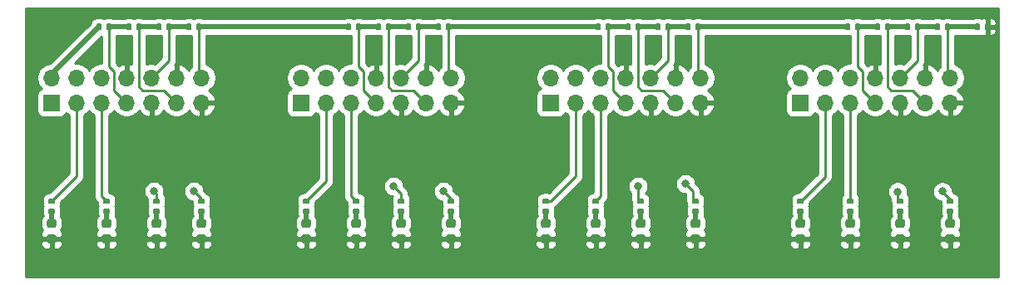
<source format=gbr>
G04 #@! TF.GenerationSoftware,KiCad,Pcbnew,(5.1.5)-3*
G04 #@! TF.CreationDate,2021-09-14T22:43:20-07:00*
G04 #@! TF.ProjectId,_autosave-Adapter,5f617574-6f73-4617-9665-2d4164617074,rev?*
G04 #@! TF.SameCoordinates,Original*
G04 #@! TF.FileFunction,Copper,L1,Top*
G04 #@! TF.FilePolarity,Positive*
%FSLAX46Y46*%
G04 Gerber Fmt 4.6, Leading zero omitted, Abs format (unit mm)*
G04 Created by KiCad (PCBNEW (5.1.5)-3) date 2021-09-14 22:43:20*
%MOMM*%
%LPD*%
G04 APERTURE LIST*
%ADD10R,1.700000X1.700000*%
%ADD11O,1.700000X1.700000*%
%ADD12C,0.100000*%
%ADD13C,0.800000*%
%ADD14C,0.250000*%
%ADD15C,0.500000*%
%ADD16C,0.254000*%
G04 APERTURE END LIST*
D10*
X137922000Y-74295000D03*
D11*
X137922000Y-71755000D03*
X140462000Y-74295000D03*
X140462000Y-71755000D03*
X143002000Y-74295000D03*
X143002000Y-71755000D03*
X145542000Y-74295000D03*
X145542000Y-71755000D03*
X148082000Y-74295000D03*
X148082000Y-71755000D03*
X150622000Y-74295000D03*
X150622000Y-71755000D03*
X153162000Y-74295000D03*
X153162000Y-71755000D03*
X76962000Y-71755000D03*
X76962000Y-74295000D03*
X74422000Y-71755000D03*
X74422000Y-74295000D03*
X71882000Y-71755000D03*
X71882000Y-74295000D03*
X69342000Y-71755000D03*
X69342000Y-74295000D03*
X66802000Y-71755000D03*
X66802000Y-74295000D03*
X64262000Y-71755000D03*
X64262000Y-74295000D03*
X61722000Y-71755000D03*
D10*
X61722000Y-74295000D03*
D11*
X102362000Y-71755000D03*
X102362000Y-74295000D03*
X99822000Y-71755000D03*
X99822000Y-74295000D03*
X97282000Y-71755000D03*
X97282000Y-74295000D03*
X94742000Y-71755000D03*
X94742000Y-74295000D03*
X92202000Y-71755000D03*
X92202000Y-74295000D03*
X89662000Y-71755000D03*
X89662000Y-74295000D03*
X87122000Y-71755000D03*
D10*
X87122000Y-74295000D03*
X112522000Y-74295000D03*
D11*
X112522000Y-71755000D03*
X115062000Y-74295000D03*
X115062000Y-71755000D03*
X117602000Y-74295000D03*
X117602000Y-71755000D03*
X120142000Y-74295000D03*
X120142000Y-71755000D03*
X122682000Y-74295000D03*
X122682000Y-71755000D03*
X125222000Y-74295000D03*
X125222000Y-71755000D03*
X127762000Y-74295000D03*
X127762000Y-71755000D03*
G04 #@! TA.AperFunction,SMDPad,CuDef*
D12*
G36*
X61999691Y-87727053D02*
G01*
X62020926Y-87730203D01*
X62041750Y-87735419D01*
X62061962Y-87742651D01*
X62081368Y-87751830D01*
X62099781Y-87762866D01*
X62117024Y-87775654D01*
X62132930Y-87790070D01*
X62147346Y-87805976D01*
X62160134Y-87823219D01*
X62171170Y-87841632D01*
X62180349Y-87861038D01*
X62187581Y-87881250D01*
X62192797Y-87902074D01*
X62195947Y-87923309D01*
X62197000Y-87944750D01*
X62197000Y-88382250D01*
X62195947Y-88403691D01*
X62192797Y-88424926D01*
X62187581Y-88445750D01*
X62180349Y-88465962D01*
X62171170Y-88485368D01*
X62160134Y-88503781D01*
X62147346Y-88521024D01*
X62132930Y-88536930D01*
X62117024Y-88551346D01*
X62099781Y-88564134D01*
X62081368Y-88575170D01*
X62061962Y-88584349D01*
X62041750Y-88591581D01*
X62020926Y-88596797D01*
X61999691Y-88599947D01*
X61978250Y-88601000D01*
X61465750Y-88601000D01*
X61444309Y-88599947D01*
X61423074Y-88596797D01*
X61402250Y-88591581D01*
X61382038Y-88584349D01*
X61362632Y-88575170D01*
X61344219Y-88564134D01*
X61326976Y-88551346D01*
X61311070Y-88536930D01*
X61296654Y-88521024D01*
X61283866Y-88503781D01*
X61272830Y-88485368D01*
X61263651Y-88465962D01*
X61256419Y-88445750D01*
X61251203Y-88424926D01*
X61248053Y-88403691D01*
X61247000Y-88382250D01*
X61247000Y-87944750D01*
X61248053Y-87923309D01*
X61251203Y-87902074D01*
X61256419Y-87881250D01*
X61263651Y-87861038D01*
X61272830Y-87841632D01*
X61283866Y-87823219D01*
X61296654Y-87805976D01*
X61311070Y-87790070D01*
X61326976Y-87775654D01*
X61344219Y-87762866D01*
X61362632Y-87751830D01*
X61382038Y-87742651D01*
X61402250Y-87735419D01*
X61423074Y-87730203D01*
X61444309Y-87727053D01*
X61465750Y-87726000D01*
X61978250Y-87726000D01*
X61999691Y-87727053D01*
G37*
G04 #@! TD.AperFunction*
G04 #@! TA.AperFunction,SMDPad,CuDef*
G36*
X61999691Y-86152053D02*
G01*
X62020926Y-86155203D01*
X62041750Y-86160419D01*
X62061962Y-86167651D01*
X62081368Y-86176830D01*
X62099781Y-86187866D01*
X62117024Y-86200654D01*
X62132930Y-86215070D01*
X62147346Y-86230976D01*
X62160134Y-86248219D01*
X62171170Y-86266632D01*
X62180349Y-86286038D01*
X62187581Y-86306250D01*
X62192797Y-86327074D01*
X62195947Y-86348309D01*
X62197000Y-86369750D01*
X62197000Y-86807250D01*
X62195947Y-86828691D01*
X62192797Y-86849926D01*
X62187581Y-86870750D01*
X62180349Y-86890962D01*
X62171170Y-86910368D01*
X62160134Y-86928781D01*
X62147346Y-86946024D01*
X62132930Y-86961930D01*
X62117024Y-86976346D01*
X62099781Y-86989134D01*
X62081368Y-87000170D01*
X62061962Y-87009349D01*
X62041750Y-87016581D01*
X62020926Y-87021797D01*
X61999691Y-87024947D01*
X61978250Y-87026000D01*
X61465750Y-87026000D01*
X61444309Y-87024947D01*
X61423074Y-87021797D01*
X61402250Y-87016581D01*
X61382038Y-87009349D01*
X61362632Y-87000170D01*
X61344219Y-86989134D01*
X61326976Y-86976346D01*
X61311070Y-86961930D01*
X61296654Y-86946024D01*
X61283866Y-86928781D01*
X61272830Y-86910368D01*
X61263651Y-86890962D01*
X61256419Y-86870750D01*
X61251203Y-86849926D01*
X61248053Y-86828691D01*
X61247000Y-86807250D01*
X61247000Y-86369750D01*
X61248053Y-86348309D01*
X61251203Y-86327074D01*
X61256419Y-86306250D01*
X61263651Y-86286038D01*
X61272830Y-86266632D01*
X61283866Y-86248219D01*
X61296654Y-86230976D01*
X61311070Y-86215070D01*
X61326976Y-86200654D01*
X61344219Y-86187866D01*
X61362632Y-86176830D01*
X61382038Y-86167651D01*
X61402250Y-86160419D01*
X61423074Y-86155203D01*
X61444309Y-86152053D01*
X61465750Y-86151000D01*
X61978250Y-86151000D01*
X61999691Y-86152053D01*
G37*
G04 #@! TD.AperFunction*
G04 #@! TA.AperFunction,SMDPad,CuDef*
G36*
X87907691Y-87727053D02*
G01*
X87928926Y-87730203D01*
X87949750Y-87735419D01*
X87969962Y-87742651D01*
X87989368Y-87751830D01*
X88007781Y-87762866D01*
X88025024Y-87775654D01*
X88040930Y-87790070D01*
X88055346Y-87805976D01*
X88068134Y-87823219D01*
X88079170Y-87841632D01*
X88088349Y-87861038D01*
X88095581Y-87881250D01*
X88100797Y-87902074D01*
X88103947Y-87923309D01*
X88105000Y-87944750D01*
X88105000Y-88382250D01*
X88103947Y-88403691D01*
X88100797Y-88424926D01*
X88095581Y-88445750D01*
X88088349Y-88465962D01*
X88079170Y-88485368D01*
X88068134Y-88503781D01*
X88055346Y-88521024D01*
X88040930Y-88536930D01*
X88025024Y-88551346D01*
X88007781Y-88564134D01*
X87989368Y-88575170D01*
X87969962Y-88584349D01*
X87949750Y-88591581D01*
X87928926Y-88596797D01*
X87907691Y-88599947D01*
X87886250Y-88601000D01*
X87373750Y-88601000D01*
X87352309Y-88599947D01*
X87331074Y-88596797D01*
X87310250Y-88591581D01*
X87290038Y-88584349D01*
X87270632Y-88575170D01*
X87252219Y-88564134D01*
X87234976Y-88551346D01*
X87219070Y-88536930D01*
X87204654Y-88521024D01*
X87191866Y-88503781D01*
X87180830Y-88485368D01*
X87171651Y-88465962D01*
X87164419Y-88445750D01*
X87159203Y-88424926D01*
X87156053Y-88403691D01*
X87155000Y-88382250D01*
X87155000Y-87944750D01*
X87156053Y-87923309D01*
X87159203Y-87902074D01*
X87164419Y-87881250D01*
X87171651Y-87861038D01*
X87180830Y-87841632D01*
X87191866Y-87823219D01*
X87204654Y-87805976D01*
X87219070Y-87790070D01*
X87234976Y-87775654D01*
X87252219Y-87762866D01*
X87270632Y-87751830D01*
X87290038Y-87742651D01*
X87310250Y-87735419D01*
X87331074Y-87730203D01*
X87352309Y-87727053D01*
X87373750Y-87726000D01*
X87886250Y-87726000D01*
X87907691Y-87727053D01*
G37*
G04 #@! TD.AperFunction*
G04 #@! TA.AperFunction,SMDPad,CuDef*
G36*
X87907691Y-86152053D02*
G01*
X87928926Y-86155203D01*
X87949750Y-86160419D01*
X87969962Y-86167651D01*
X87989368Y-86176830D01*
X88007781Y-86187866D01*
X88025024Y-86200654D01*
X88040930Y-86215070D01*
X88055346Y-86230976D01*
X88068134Y-86248219D01*
X88079170Y-86266632D01*
X88088349Y-86286038D01*
X88095581Y-86306250D01*
X88100797Y-86327074D01*
X88103947Y-86348309D01*
X88105000Y-86369750D01*
X88105000Y-86807250D01*
X88103947Y-86828691D01*
X88100797Y-86849926D01*
X88095581Y-86870750D01*
X88088349Y-86890962D01*
X88079170Y-86910368D01*
X88068134Y-86928781D01*
X88055346Y-86946024D01*
X88040930Y-86961930D01*
X88025024Y-86976346D01*
X88007781Y-86989134D01*
X87989368Y-87000170D01*
X87969962Y-87009349D01*
X87949750Y-87016581D01*
X87928926Y-87021797D01*
X87907691Y-87024947D01*
X87886250Y-87026000D01*
X87373750Y-87026000D01*
X87352309Y-87024947D01*
X87331074Y-87021797D01*
X87310250Y-87016581D01*
X87290038Y-87009349D01*
X87270632Y-87000170D01*
X87252219Y-86989134D01*
X87234976Y-86976346D01*
X87219070Y-86961930D01*
X87204654Y-86946024D01*
X87191866Y-86928781D01*
X87180830Y-86910368D01*
X87171651Y-86890962D01*
X87164419Y-86870750D01*
X87159203Y-86849926D01*
X87156053Y-86828691D01*
X87155000Y-86807250D01*
X87155000Y-86369750D01*
X87156053Y-86348309D01*
X87159203Y-86327074D01*
X87164419Y-86306250D01*
X87171651Y-86286038D01*
X87180830Y-86266632D01*
X87191866Y-86248219D01*
X87204654Y-86230976D01*
X87219070Y-86215070D01*
X87234976Y-86200654D01*
X87252219Y-86187866D01*
X87270632Y-86176830D01*
X87290038Y-86167651D01*
X87310250Y-86160419D01*
X87331074Y-86155203D01*
X87352309Y-86152053D01*
X87373750Y-86151000D01*
X87886250Y-86151000D01*
X87907691Y-86152053D01*
G37*
G04 #@! TD.AperFunction*
G04 #@! TA.AperFunction,SMDPad,CuDef*
G36*
X112291691Y-86152053D02*
G01*
X112312926Y-86155203D01*
X112333750Y-86160419D01*
X112353962Y-86167651D01*
X112373368Y-86176830D01*
X112391781Y-86187866D01*
X112409024Y-86200654D01*
X112424930Y-86215070D01*
X112439346Y-86230976D01*
X112452134Y-86248219D01*
X112463170Y-86266632D01*
X112472349Y-86286038D01*
X112479581Y-86306250D01*
X112484797Y-86327074D01*
X112487947Y-86348309D01*
X112489000Y-86369750D01*
X112489000Y-86807250D01*
X112487947Y-86828691D01*
X112484797Y-86849926D01*
X112479581Y-86870750D01*
X112472349Y-86890962D01*
X112463170Y-86910368D01*
X112452134Y-86928781D01*
X112439346Y-86946024D01*
X112424930Y-86961930D01*
X112409024Y-86976346D01*
X112391781Y-86989134D01*
X112373368Y-87000170D01*
X112353962Y-87009349D01*
X112333750Y-87016581D01*
X112312926Y-87021797D01*
X112291691Y-87024947D01*
X112270250Y-87026000D01*
X111757750Y-87026000D01*
X111736309Y-87024947D01*
X111715074Y-87021797D01*
X111694250Y-87016581D01*
X111674038Y-87009349D01*
X111654632Y-87000170D01*
X111636219Y-86989134D01*
X111618976Y-86976346D01*
X111603070Y-86961930D01*
X111588654Y-86946024D01*
X111575866Y-86928781D01*
X111564830Y-86910368D01*
X111555651Y-86890962D01*
X111548419Y-86870750D01*
X111543203Y-86849926D01*
X111540053Y-86828691D01*
X111539000Y-86807250D01*
X111539000Y-86369750D01*
X111540053Y-86348309D01*
X111543203Y-86327074D01*
X111548419Y-86306250D01*
X111555651Y-86286038D01*
X111564830Y-86266632D01*
X111575866Y-86248219D01*
X111588654Y-86230976D01*
X111603070Y-86215070D01*
X111618976Y-86200654D01*
X111636219Y-86187866D01*
X111654632Y-86176830D01*
X111674038Y-86167651D01*
X111694250Y-86160419D01*
X111715074Y-86155203D01*
X111736309Y-86152053D01*
X111757750Y-86151000D01*
X112270250Y-86151000D01*
X112291691Y-86152053D01*
G37*
G04 #@! TD.AperFunction*
G04 #@! TA.AperFunction,SMDPad,CuDef*
G36*
X112291691Y-87727053D02*
G01*
X112312926Y-87730203D01*
X112333750Y-87735419D01*
X112353962Y-87742651D01*
X112373368Y-87751830D01*
X112391781Y-87762866D01*
X112409024Y-87775654D01*
X112424930Y-87790070D01*
X112439346Y-87805976D01*
X112452134Y-87823219D01*
X112463170Y-87841632D01*
X112472349Y-87861038D01*
X112479581Y-87881250D01*
X112484797Y-87902074D01*
X112487947Y-87923309D01*
X112489000Y-87944750D01*
X112489000Y-88382250D01*
X112487947Y-88403691D01*
X112484797Y-88424926D01*
X112479581Y-88445750D01*
X112472349Y-88465962D01*
X112463170Y-88485368D01*
X112452134Y-88503781D01*
X112439346Y-88521024D01*
X112424930Y-88536930D01*
X112409024Y-88551346D01*
X112391781Y-88564134D01*
X112373368Y-88575170D01*
X112353962Y-88584349D01*
X112333750Y-88591581D01*
X112312926Y-88596797D01*
X112291691Y-88599947D01*
X112270250Y-88601000D01*
X111757750Y-88601000D01*
X111736309Y-88599947D01*
X111715074Y-88596797D01*
X111694250Y-88591581D01*
X111674038Y-88584349D01*
X111654632Y-88575170D01*
X111636219Y-88564134D01*
X111618976Y-88551346D01*
X111603070Y-88536930D01*
X111588654Y-88521024D01*
X111575866Y-88503781D01*
X111564830Y-88485368D01*
X111555651Y-88465962D01*
X111548419Y-88445750D01*
X111543203Y-88424926D01*
X111540053Y-88403691D01*
X111539000Y-88382250D01*
X111539000Y-87944750D01*
X111540053Y-87923309D01*
X111543203Y-87902074D01*
X111548419Y-87881250D01*
X111555651Y-87861038D01*
X111564830Y-87841632D01*
X111575866Y-87823219D01*
X111588654Y-87805976D01*
X111603070Y-87790070D01*
X111618976Y-87775654D01*
X111636219Y-87762866D01*
X111654632Y-87751830D01*
X111674038Y-87742651D01*
X111694250Y-87735419D01*
X111715074Y-87730203D01*
X111736309Y-87727053D01*
X111757750Y-87726000D01*
X112270250Y-87726000D01*
X112291691Y-87727053D01*
G37*
G04 #@! TD.AperFunction*
G04 #@! TA.AperFunction,SMDPad,CuDef*
G36*
X138199691Y-86152053D02*
G01*
X138220926Y-86155203D01*
X138241750Y-86160419D01*
X138261962Y-86167651D01*
X138281368Y-86176830D01*
X138299781Y-86187866D01*
X138317024Y-86200654D01*
X138332930Y-86215070D01*
X138347346Y-86230976D01*
X138360134Y-86248219D01*
X138371170Y-86266632D01*
X138380349Y-86286038D01*
X138387581Y-86306250D01*
X138392797Y-86327074D01*
X138395947Y-86348309D01*
X138397000Y-86369750D01*
X138397000Y-86807250D01*
X138395947Y-86828691D01*
X138392797Y-86849926D01*
X138387581Y-86870750D01*
X138380349Y-86890962D01*
X138371170Y-86910368D01*
X138360134Y-86928781D01*
X138347346Y-86946024D01*
X138332930Y-86961930D01*
X138317024Y-86976346D01*
X138299781Y-86989134D01*
X138281368Y-87000170D01*
X138261962Y-87009349D01*
X138241750Y-87016581D01*
X138220926Y-87021797D01*
X138199691Y-87024947D01*
X138178250Y-87026000D01*
X137665750Y-87026000D01*
X137644309Y-87024947D01*
X137623074Y-87021797D01*
X137602250Y-87016581D01*
X137582038Y-87009349D01*
X137562632Y-87000170D01*
X137544219Y-86989134D01*
X137526976Y-86976346D01*
X137511070Y-86961930D01*
X137496654Y-86946024D01*
X137483866Y-86928781D01*
X137472830Y-86910368D01*
X137463651Y-86890962D01*
X137456419Y-86870750D01*
X137451203Y-86849926D01*
X137448053Y-86828691D01*
X137447000Y-86807250D01*
X137447000Y-86369750D01*
X137448053Y-86348309D01*
X137451203Y-86327074D01*
X137456419Y-86306250D01*
X137463651Y-86286038D01*
X137472830Y-86266632D01*
X137483866Y-86248219D01*
X137496654Y-86230976D01*
X137511070Y-86215070D01*
X137526976Y-86200654D01*
X137544219Y-86187866D01*
X137562632Y-86176830D01*
X137582038Y-86167651D01*
X137602250Y-86160419D01*
X137623074Y-86155203D01*
X137644309Y-86152053D01*
X137665750Y-86151000D01*
X138178250Y-86151000D01*
X138199691Y-86152053D01*
G37*
G04 #@! TD.AperFunction*
G04 #@! TA.AperFunction,SMDPad,CuDef*
G36*
X138199691Y-87727053D02*
G01*
X138220926Y-87730203D01*
X138241750Y-87735419D01*
X138261962Y-87742651D01*
X138281368Y-87751830D01*
X138299781Y-87762866D01*
X138317024Y-87775654D01*
X138332930Y-87790070D01*
X138347346Y-87805976D01*
X138360134Y-87823219D01*
X138371170Y-87841632D01*
X138380349Y-87861038D01*
X138387581Y-87881250D01*
X138392797Y-87902074D01*
X138395947Y-87923309D01*
X138397000Y-87944750D01*
X138397000Y-88382250D01*
X138395947Y-88403691D01*
X138392797Y-88424926D01*
X138387581Y-88445750D01*
X138380349Y-88465962D01*
X138371170Y-88485368D01*
X138360134Y-88503781D01*
X138347346Y-88521024D01*
X138332930Y-88536930D01*
X138317024Y-88551346D01*
X138299781Y-88564134D01*
X138281368Y-88575170D01*
X138261962Y-88584349D01*
X138241750Y-88591581D01*
X138220926Y-88596797D01*
X138199691Y-88599947D01*
X138178250Y-88601000D01*
X137665750Y-88601000D01*
X137644309Y-88599947D01*
X137623074Y-88596797D01*
X137602250Y-88591581D01*
X137582038Y-88584349D01*
X137562632Y-88575170D01*
X137544219Y-88564134D01*
X137526976Y-88551346D01*
X137511070Y-88536930D01*
X137496654Y-88521024D01*
X137483866Y-88503781D01*
X137472830Y-88485368D01*
X137463651Y-88465962D01*
X137456419Y-88445750D01*
X137451203Y-88424926D01*
X137448053Y-88403691D01*
X137447000Y-88382250D01*
X137447000Y-87944750D01*
X137448053Y-87923309D01*
X137451203Y-87902074D01*
X137456419Y-87881250D01*
X137463651Y-87861038D01*
X137472830Y-87841632D01*
X137483866Y-87823219D01*
X137496654Y-87805976D01*
X137511070Y-87790070D01*
X137526976Y-87775654D01*
X137544219Y-87762866D01*
X137562632Y-87751830D01*
X137582038Y-87742651D01*
X137602250Y-87735419D01*
X137623074Y-87730203D01*
X137644309Y-87727053D01*
X137665750Y-87726000D01*
X138178250Y-87726000D01*
X138199691Y-87727053D01*
G37*
G04 #@! TD.AperFunction*
G04 #@! TA.AperFunction,SMDPad,CuDef*
G36*
X67587691Y-87727053D02*
G01*
X67608926Y-87730203D01*
X67629750Y-87735419D01*
X67649962Y-87742651D01*
X67669368Y-87751830D01*
X67687781Y-87762866D01*
X67705024Y-87775654D01*
X67720930Y-87790070D01*
X67735346Y-87805976D01*
X67748134Y-87823219D01*
X67759170Y-87841632D01*
X67768349Y-87861038D01*
X67775581Y-87881250D01*
X67780797Y-87902074D01*
X67783947Y-87923309D01*
X67785000Y-87944750D01*
X67785000Y-88382250D01*
X67783947Y-88403691D01*
X67780797Y-88424926D01*
X67775581Y-88445750D01*
X67768349Y-88465962D01*
X67759170Y-88485368D01*
X67748134Y-88503781D01*
X67735346Y-88521024D01*
X67720930Y-88536930D01*
X67705024Y-88551346D01*
X67687781Y-88564134D01*
X67669368Y-88575170D01*
X67649962Y-88584349D01*
X67629750Y-88591581D01*
X67608926Y-88596797D01*
X67587691Y-88599947D01*
X67566250Y-88601000D01*
X67053750Y-88601000D01*
X67032309Y-88599947D01*
X67011074Y-88596797D01*
X66990250Y-88591581D01*
X66970038Y-88584349D01*
X66950632Y-88575170D01*
X66932219Y-88564134D01*
X66914976Y-88551346D01*
X66899070Y-88536930D01*
X66884654Y-88521024D01*
X66871866Y-88503781D01*
X66860830Y-88485368D01*
X66851651Y-88465962D01*
X66844419Y-88445750D01*
X66839203Y-88424926D01*
X66836053Y-88403691D01*
X66835000Y-88382250D01*
X66835000Y-87944750D01*
X66836053Y-87923309D01*
X66839203Y-87902074D01*
X66844419Y-87881250D01*
X66851651Y-87861038D01*
X66860830Y-87841632D01*
X66871866Y-87823219D01*
X66884654Y-87805976D01*
X66899070Y-87790070D01*
X66914976Y-87775654D01*
X66932219Y-87762866D01*
X66950632Y-87751830D01*
X66970038Y-87742651D01*
X66990250Y-87735419D01*
X67011074Y-87730203D01*
X67032309Y-87727053D01*
X67053750Y-87726000D01*
X67566250Y-87726000D01*
X67587691Y-87727053D01*
G37*
G04 #@! TD.AperFunction*
G04 #@! TA.AperFunction,SMDPad,CuDef*
G36*
X67587691Y-86152053D02*
G01*
X67608926Y-86155203D01*
X67629750Y-86160419D01*
X67649962Y-86167651D01*
X67669368Y-86176830D01*
X67687781Y-86187866D01*
X67705024Y-86200654D01*
X67720930Y-86215070D01*
X67735346Y-86230976D01*
X67748134Y-86248219D01*
X67759170Y-86266632D01*
X67768349Y-86286038D01*
X67775581Y-86306250D01*
X67780797Y-86327074D01*
X67783947Y-86348309D01*
X67785000Y-86369750D01*
X67785000Y-86807250D01*
X67783947Y-86828691D01*
X67780797Y-86849926D01*
X67775581Y-86870750D01*
X67768349Y-86890962D01*
X67759170Y-86910368D01*
X67748134Y-86928781D01*
X67735346Y-86946024D01*
X67720930Y-86961930D01*
X67705024Y-86976346D01*
X67687781Y-86989134D01*
X67669368Y-87000170D01*
X67649962Y-87009349D01*
X67629750Y-87016581D01*
X67608926Y-87021797D01*
X67587691Y-87024947D01*
X67566250Y-87026000D01*
X67053750Y-87026000D01*
X67032309Y-87024947D01*
X67011074Y-87021797D01*
X66990250Y-87016581D01*
X66970038Y-87009349D01*
X66950632Y-87000170D01*
X66932219Y-86989134D01*
X66914976Y-86976346D01*
X66899070Y-86961930D01*
X66884654Y-86946024D01*
X66871866Y-86928781D01*
X66860830Y-86910368D01*
X66851651Y-86890962D01*
X66844419Y-86870750D01*
X66839203Y-86849926D01*
X66836053Y-86828691D01*
X66835000Y-86807250D01*
X66835000Y-86369750D01*
X66836053Y-86348309D01*
X66839203Y-86327074D01*
X66844419Y-86306250D01*
X66851651Y-86286038D01*
X66860830Y-86266632D01*
X66871866Y-86248219D01*
X66884654Y-86230976D01*
X66899070Y-86215070D01*
X66914976Y-86200654D01*
X66932219Y-86187866D01*
X66950632Y-86176830D01*
X66970038Y-86167651D01*
X66990250Y-86160419D01*
X67011074Y-86155203D01*
X67032309Y-86152053D01*
X67053750Y-86151000D01*
X67566250Y-86151000D01*
X67587691Y-86152053D01*
G37*
G04 #@! TD.AperFunction*
G04 #@! TA.AperFunction,SMDPad,CuDef*
G36*
X92987691Y-87727053D02*
G01*
X93008926Y-87730203D01*
X93029750Y-87735419D01*
X93049962Y-87742651D01*
X93069368Y-87751830D01*
X93087781Y-87762866D01*
X93105024Y-87775654D01*
X93120930Y-87790070D01*
X93135346Y-87805976D01*
X93148134Y-87823219D01*
X93159170Y-87841632D01*
X93168349Y-87861038D01*
X93175581Y-87881250D01*
X93180797Y-87902074D01*
X93183947Y-87923309D01*
X93185000Y-87944750D01*
X93185000Y-88382250D01*
X93183947Y-88403691D01*
X93180797Y-88424926D01*
X93175581Y-88445750D01*
X93168349Y-88465962D01*
X93159170Y-88485368D01*
X93148134Y-88503781D01*
X93135346Y-88521024D01*
X93120930Y-88536930D01*
X93105024Y-88551346D01*
X93087781Y-88564134D01*
X93069368Y-88575170D01*
X93049962Y-88584349D01*
X93029750Y-88591581D01*
X93008926Y-88596797D01*
X92987691Y-88599947D01*
X92966250Y-88601000D01*
X92453750Y-88601000D01*
X92432309Y-88599947D01*
X92411074Y-88596797D01*
X92390250Y-88591581D01*
X92370038Y-88584349D01*
X92350632Y-88575170D01*
X92332219Y-88564134D01*
X92314976Y-88551346D01*
X92299070Y-88536930D01*
X92284654Y-88521024D01*
X92271866Y-88503781D01*
X92260830Y-88485368D01*
X92251651Y-88465962D01*
X92244419Y-88445750D01*
X92239203Y-88424926D01*
X92236053Y-88403691D01*
X92235000Y-88382250D01*
X92235000Y-87944750D01*
X92236053Y-87923309D01*
X92239203Y-87902074D01*
X92244419Y-87881250D01*
X92251651Y-87861038D01*
X92260830Y-87841632D01*
X92271866Y-87823219D01*
X92284654Y-87805976D01*
X92299070Y-87790070D01*
X92314976Y-87775654D01*
X92332219Y-87762866D01*
X92350632Y-87751830D01*
X92370038Y-87742651D01*
X92390250Y-87735419D01*
X92411074Y-87730203D01*
X92432309Y-87727053D01*
X92453750Y-87726000D01*
X92966250Y-87726000D01*
X92987691Y-87727053D01*
G37*
G04 #@! TD.AperFunction*
G04 #@! TA.AperFunction,SMDPad,CuDef*
G36*
X92987691Y-86152053D02*
G01*
X93008926Y-86155203D01*
X93029750Y-86160419D01*
X93049962Y-86167651D01*
X93069368Y-86176830D01*
X93087781Y-86187866D01*
X93105024Y-86200654D01*
X93120930Y-86215070D01*
X93135346Y-86230976D01*
X93148134Y-86248219D01*
X93159170Y-86266632D01*
X93168349Y-86286038D01*
X93175581Y-86306250D01*
X93180797Y-86327074D01*
X93183947Y-86348309D01*
X93185000Y-86369750D01*
X93185000Y-86807250D01*
X93183947Y-86828691D01*
X93180797Y-86849926D01*
X93175581Y-86870750D01*
X93168349Y-86890962D01*
X93159170Y-86910368D01*
X93148134Y-86928781D01*
X93135346Y-86946024D01*
X93120930Y-86961930D01*
X93105024Y-86976346D01*
X93087781Y-86989134D01*
X93069368Y-87000170D01*
X93049962Y-87009349D01*
X93029750Y-87016581D01*
X93008926Y-87021797D01*
X92987691Y-87024947D01*
X92966250Y-87026000D01*
X92453750Y-87026000D01*
X92432309Y-87024947D01*
X92411074Y-87021797D01*
X92390250Y-87016581D01*
X92370038Y-87009349D01*
X92350632Y-87000170D01*
X92332219Y-86989134D01*
X92314976Y-86976346D01*
X92299070Y-86961930D01*
X92284654Y-86946024D01*
X92271866Y-86928781D01*
X92260830Y-86910368D01*
X92251651Y-86890962D01*
X92244419Y-86870750D01*
X92239203Y-86849926D01*
X92236053Y-86828691D01*
X92235000Y-86807250D01*
X92235000Y-86369750D01*
X92236053Y-86348309D01*
X92239203Y-86327074D01*
X92244419Y-86306250D01*
X92251651Y-86286038D01*
X92260830Y-86266632D01*
X92271866Y-86248219D01*
X92284654Y-86230976D01*
X92299070Y-86215070D01*
X92314976Y-86200654D01*
X92332219Y-86187866D01*
X92350632Y-86176830D01*
X92370038Y-86167651D01*
X92390250Y-86160419D01*
X92411074Y-86155203D01*
X92432309Y-86152053D01*
X92453750Y-86151000D01*
X92966250Y-86151000D01*
X92987691Y-86152053D01*
G37*
G04 #@! TD.AperFunction*
G04 #@! TA.AperFunction,SMDPad,CuDef*
G36*
X117371691Y-87727053D02*
G01*
X117392926Y-87730203D01*
X117413750Y-87735419D01*
X117433962Y-87742651D01*
X117453368Y-87751830D01*
X117471781Y-87762866D01*
X117489024Y-87775654D01*
X117504930Y-87790070D01*
X117519346Y-87805976D01*
X117532134Y-87823219D01*
X117543170Y-87841632D01*
X117552349Y-87861038D01*
X117559581Y-87881250D01*
X117564797Y-87902074D01*
X117567947Y-87923309D01*
X117569000Y-87944750D01*
X117569000Y-88382250D01*
X117567947Y-88403691D01*
X117564797Y-88424926D01*
X117559581Y-88445750D01*
X117552349Y-88465962D01*
X117543170Y-88485368D01*
X117532134Y-88503781D01*
X117519346Y-88521024D01*
X117504930Y-88536930D01*
X117489024Y-88551346D01*
X117471781Y-88564134D01*
X117453368Y-88575170D01*
X117433962Y-88584349D01*
X117413750Y-88591581D01*
X117392926Y-88596797D01*
X117371691Y-88599947D01*
X117350250Y-88601000D01*
X116837750Y-88601000D01*
X116816309Y-88599947D01*
X116795074Y-88596797D01*
X116774250Y-88591581D01*
X116754038Y-88584349D01*
X116734632Y-88575170D01*
X116716219Y-88564134D01*
X116698976Y-88551346D01*
X116683070Y-88536930D01*
X116668654Y-88521024D01*
X116655866Y-88503781D01*
X116644830Y-88485368D01*
X116635651Y-88465962D01*
X116628419Y-88445750D01*
X116623203Y-88424926D01*
X116620053Y-88403691D01*
X116619000Y-88382250D01*
X116619000Y-87944750D01*
X116620053Y-87923309D01*
X116623203Y-87902074D01*
X116628419Y-87881250D01*
X116635651Y-87861038D01*
X116644830Y-87841632D01*
X116655866Y-87823219D01*
X116668654Y-87805976D01*
X116683070Y-87790070D01*
X116698976Y-87775654D01*
X116716219Y-87762866D01*
X116734632Y-87751830D01*
X116754038Y-87742651D01*
X116774250Y-87735419D01*
X116795074Y-87730203D01*
X116816309Y-87727053D01*
X116837750Y-87726000D01*
X117350250Y-87726000D01*
X117371691Y-87727053D01*
G37*
G04 #@! TD.AperFunction*
G04 #@! TA.AperFunction,SMDPad,CuDef*
G36*
X117371691Y-86152053D02*
G01*
X117392926Y-86155203D01*
X117413750Y-86160419D01*
X117433962Y-86167651D01*
X117453368Y-86176830D01*
X117471781Y-86187866D01*
X117489024Y-86200654D01*
X117504930Y-86215070D01*
X117519346Y-86230976D01*
X117532134Y-86248219D01*
X117543170Y-86266632D01*
X117552349Y-86286038D01*
X117559581Y-86306250D01*
X117564797Y-86327074D01*
X117567947Y-86348309D01*
X117569000Y-86369750D01*
X117569000Y-86807250D01*
X117567947Y-86828691D01*
X117564797Y-86849926D01*
X117559581Y-86870750D01*
X117552349Y-86890962D01*
X117543170Y-86910368D01*
X117532134Y-86928781D01*
X117519346Y-86946024D01*
X117504930Y-86961930D01*
X117489024Y-86976346D01*
X117471781Y-86989134D01*
X117453368Y-87000170D01*
X117433962Y-87009349D01*
X117413750Y-87016581D01*
X117392926Y-87021797D01*
X117371691Y-87024947D01*
X117350250Y-87026000D01*
X116837750Y-87026000D01*
X116816309Y-87024947D01*
X116795074Y-87021797D01*
X116774250Y-87016581D01*
X116754038Y-87009349D01*
X116734632Y-87000170D01*
X116716219Y-86989134D01*
X116698976Y-86976346D01*
X116683070Y-86961930D01*
X116668654Y-86946024D01*
X116655866Y-86928781D01*
X116644830Y-86910368D01*
X116635651Y-86890962D01*
X116628419Y-86870750D01*
X116623203Y-86849926D01*
X116620053Y-86828691D01*
X116619000Y-86807250D01*
X116619000Y-86369750D01*
X116620053Y-86348309D01*
X116623203Y-86327074D01*
X116628419Y-86306250D01*
X116635651Y-86286038D01*
X116644830Y-86266632D01*
X116655866Y-86248219D01*
X116668654Y-86230976D01*
X116683070Y-86215070D01*
X116698976Y-86200654D01*
X116716219Y-86187866D01*
X116734632Y-86176830D01*
X116754038Y-86167651D01*
X116774250Y-86160419D01*
X116795074Y-86155203D01*
X116816309Y-86152053D01*
X116837750Y-86151000D01*
X117350250Y-86151000D01*
X117371691Y-86152053D01*
G37*
G04 #@! TD.AperFunction*
G04 #@! TA.AperFunction,SMDPad,CuDef*
G36*
X143279691Y-87727053D02*
G01*
X143300926Y-87730203D01*
X143321750Y-87735419D01*
X143341962Y-87742651D01*
X143361368Y-87751830D01*
X143379781Y-87762866D01*
X143397024Y-87775654D01*
X143412930Y-87790070D01*
X143427346Y-87805976D01*
X143440134Y-87823219D01*
X143451170Y-87841632D01*
X143460349Y-87861038D01*
X143467581Y-87881250D01*
X143472797Y-87902074D01*
X143475947Y-87923309D01*
X143477000Y-87944750D01*
X143477000Y-88382250D01*
X143475947Y-88403691D01*
X143472797Y-88424926D01*
X143467581Y-88445750D01*
X143460349Y-88465962D01*
X143451170Y-88485368D01*
X143440134Y-88503781D01*
X143427346Y-88521024D01*
X143412930Y-88536930D01*
X143397024Y-88551346D01*
X143379781Y-88564134D01*
X143361368Y-88575170D01*
X143341962Y-88584349D01*
X143321750Y-88591581D01*
X143300926Y-88596797D01*
X143279691Y-88599947D01*
X143258250Y-88601000D01*
X142745750Y-88601000D01*
X142724309Y-88599947D01*
X142703074Y-88596797D01*
X142682250Y-88591581D01*
X142662038Y-88584349D01*
X142642632Y-88575170D01*
X142624219Y-88564134D01*
X142606976Y-88551346D01*
X142591070Y-88536930D01*
X142576654Y-88521024D01*
X142563866Y-88503781D01*
X142552830Y-88485368D01*
X142543651Y-88465962D01*
X142536419Y-88445750D01*
X142531203Y-88424926D01*
X142528053Y-88403691D01*
X142527000Y-88382250D01*
X142527000Y-87944750D01*
X142528053Y-87923309D01*
X142531203Y-87902074D01*
X142536419Y-87881250D01*
X142543651Y-87861038D01*
X142552830Y-87841632D01*
X142563866Y-87823219D01*
X142576654Y-87805976D01*
X142591070Y-87790070D01*
X142606976Y-87775654D01*
X142624219Y-87762866D01*
X142642632Y-87751830D01*
X142662038Y-87742651D01*
X142682250Y-87735419D01*
X142703074Y-87730203D01*
X142724309Y-87727053D01*
X142745750Y-87726000D01*
X143258250Y-87726000D01*
X143279691Y-87727053D01*
G37*
G04 #@! TD.AperFunction*
G04 #@! TA.AperFunction,SMDPad,CuDef*
G36*
X143279691Y-86152053D02*
G01*
X143300926Y-86155203D01*
X143321750Y-86160419D01*
X143341962Y-86167651D01*
X143361368Y-86176830D01*
X143379781Y-86187866D01*
X143397024Y-86200654D01*
X143412930Y-86215070D01*
X143427346Y-86230976D01*
X143440134Y-86248219D01*
X143451170Y-86266632D01*
X143460349Y-86286038D01*
X143467581Y-86306250D01*
X143472797Y-86327074D01*
X143475947Y-86348309D01*
X143477000Y-86369750D01*
X143477000Y-86807250D01*
X143475947Y-86828691D01*
X143472797Y-86849926D01*
X143467581Y-86870750D01*
X143460349Y-86890962D01*
X143451170Y-86910368D01*
X143440134Y-86928781D01*
X143427346Y-86946024D01*
X143412930Y-86961930D01*
X143397024Y-86976346D01*
X143379781Y-86989134D01*
X143361368Y-87000170D01*
X143341962Y-87009349D01*
X143321750Y-87016581D01*
X143300926Y-87021797D01*
X143279691Y-87024947D01*
X143258250Y-87026000D01*
X142745750Y-87026000D01*
X142724309Y-87024947D01*
X142703074Y-87021797D01*
X142682250Y-87016581D01*
X142662038Y-87009349D01*
X142642632Y-87000170D01*
X142624219Y-86989134D01*
X142606976Y-86976346D01*
X142591070Y-86961930D01*
X142576654Y-86946024D01*
X142563866Y-86928781D01*
X142552830Y-86910368D01*
X142543651Y-86890962D01*
X142536419Y-86870750D01*
X142531203Y-86849926D01*
X142528053Y-86828691D01*
X142527000Y-86807250D01*
X142527000Y-86369750D01*
X142528053Y-86348309D01*
X142531203Y-86327074D01*
X142536419Y-86306250D01*
X142543651Y-86286038D01*
X142552830Y-86266632D01*
X142563866Y-86248219D01*
X142576654Y-86230976D01*
X142591070Y-86215070D01*
X142606976Y-86200654D01*
X142624219Y-86187866D01*
X142642632Y-86176830D01*
X142662038Y-86167651D01*
X142682250Y-86160419D01*
X142703074Y-86155203D01*
X142724309Y-86152053D01*
X142745750Y-86151000D01*
X143258250Y-86151000D01*
X143279691Y-86152053D01*
G37*
G04 #@! TD.AperFunction*
G04 #@! TA.AperFunction,SMDPad,CuDef*
G36*
X72667691Y-86152053D02*
G01*
X72688926Y-86155203D01*
X72709750Y-86160419D01*
X72729962Y-86167651D01*
X72749368Y-86176830D01*
X72767781Y-86187866D01*
X72785024Y-86200654D01*
X72800930Y-86215070D01*
X72815346Y-86230976D01*
X72828134Y-86248219D01*
X72839170Y-86266632D01*
X72848349Y-86286038D01*
X72855581Y-86306250D01*
X72860797Y-86327074D01*
X72863947Y-86348309D01*
X72865000Y-86369750D01*
X72865000Y-86807250D01*
X72863947Y-86828691D01*
X72860797Y-86849926D01*
X72855581Y-86870750D01*
X72848349Y-86890962D01*
X72839170Y-86910368D01*
X72828134Y-86928781D01*
X72815346Y-86946024D01*
X72800930Y-86961930D01*
X72785024Y-86976346D01*
X72767781Y-86989134D01*
X72749368Y-87000170D01*
X72729962Y-87009349D01*
X72709750Y-87016581D01*
X72688926Y-87021797D01*
X72667691Y-87024947D01*
X72646250Y-87026000D01*
X72133750Y-87026000D01*
X72112309Y-87024947D01*
X72091074Y-87021797D01*
X72070250Y-87016581D01*
X72050038Y-87009349D01*
X72030632Y-87000170D01*
X72012219Y-86989134D01*
X71994976Y-86976346D01*
X71979070Y-86961930D01*
X71964654Y-86946024D01*
X71951866Y-86928781D01*
X71940830Y-86910368D01*
X71931651Y-86890962D01*
X71924419Y-86870750D01*
X71919203Y-86849926D01*
X71916053Y-86828691D01*
X71915000Y-86807250D01*
X71915000Y-86369750D01*
X71916053Y-86348309D01*
X71919203Y-86327074D01*
X71924419Y-86306250D01*
X71931651Y-86286038D01*
X71940830Y-86266632D01*
X71951866Y-86248219D01*
X71964654Y-86230976D01*
X71979070Y-86215070D01*
X71994976Y-86200654D01*
X72012219Y-86187866D01*
X72030632Y-86176830D01*
X72050038Y-86167651D01*
X72070250Y-86160419D01*
X72091074Y-86155203D01*
X72112309Y-86152053D01*
X72133750Y-86151000D01*
X72646250Y-86151000D01*
X72667691Y-86152053D01*
G37*
G04 #@! TD.AperFunction*
G04 #@! TA.AperFunction,SMDPad,CuDef*
G36*
X72667691Y-87727053D02*
G01*
X72688926Y-87730203D01*
X72709750Y-87735419D01*
X72729962Y-87742651D01*
X72749368Y-87751830D01*
X72767781Y-87762866D01*
X72785024Y-87775654D01*
X72800930Y-87790070D01*
X72815346Y-87805976D01*
X72828134Y-87823219D01*
X72839170Y-87841632D01*
X72848349Y-87861038D01*
X72855581Y-87881250D01*
X72860797Y-87902074D01*
X72863947Y-87923309D01*
X72865000Y-87944750D01*
X72865000Y-88382250D01*
X72863947Y-88403691D01*
X72860797Y-88424926D01*
X72855581Y-88445750D01*
X72848349Y-88465962D01*
X72839170Y-88485368D01*
X72828134Y-88503781D01*
X72815346Y-88521024D01*
X72800930Y-88536930D01*
X72785024Y-88551346D01*
X72767781Y-88564134D01*
X72749368Y-88575170D01*
X72729962Y-88584349D01*
X72709750Y-88591581D01*
X72688926Y-88596797D01*
X72667691Y-88599947D01*
X72646250Y-88601000D01*
X72133750Y-88601000D01*
X72112309Y-88599947D01*
X72091074Y-88596797D01*
X72070250Y-88591581D01*
X72050038Y-88584349D01*
X72030632Y-88575170D01*
X72012219Y-88564134D01*
X71994976Y-88551346D01*
X71979070Y-88536930D01*
X71964654Y-88521024D01*
X71951866Y-88503781D01*
X71940830Y-88485368D01*
X71931651Y-88465962D01*
X71924419Y-88445750D01*
X71919203Y-88424926D01*
X71916053Y-88403691D01*
X71915000Y-88382250D01*
X71915000Y-87944750D01*
X71916053Y-87923309D01*
X71919203Y-87902074D01*
X71924419Y-87881250D01*
X71931651Y-87861038D01*
X71940830Y-87841632D01*
X71951866Y-87823219D01*
X71964654Y-87805976D01*
X71979070Y-87790070D01*
X71994976Y-87775654D01*
X72012219Y-87762866D01*
X72030632Y-87751830D01*
X72050038Y-87742651D01*
X72070250Y-87735419D01*
X72091074Y-87730203D01*
X72112309Y-87727053D01*
X72133750Y-87726000D01*
X72646250Y-87726000D01*
X72667691Y-87727053D01*
G37*
G04 #@! TD.AperFunction*
G04 #@! TA.AperFunction,SMDPad,CuDef*
G36*
X97559691Y-86152053D02*
G01*
X97580926Y-86155203D01*
X97601750Y-86160419D01*
X97621962Y-86167651D01*
X97641368Y-86176830D01*
X97659781Y-86187866D01*
X97677024Y-86200654D01*
X97692930Y-86215070D01*
X97707346Y-86230976D01*
X97720134Y-86248219D01*
X97731170Y-86266632D01*
X97740349Y-86286038D01*
X97747581Y-86306250D01*
X97752797Y-86327074D01*
X97755947Y-86348309D01*
X97757000Y-86369750D01*
X97757000Y-86807250D01*
X97755947Y-86828691D01*
X97752797Y-86849926D01*
X97747581Y-86870750D01*
X97740349Y-86890962D01*
X97731170Y-86910368D01*
X97720134Y-86928781D01*
X97707346Y-86946024D01*
X97692930Y-86961930D01*
X97677024Y-86976346D01*
X97659781Y-86989134D01*
X97641368Y-87000170D01*
X97621962Y-87009349D01*
X97601750Y-87016581D01*
X97580926Y-87021797D01*
X97559691Y-87024947D01*
X97538250Y-87026000D01*
X97025750Y-87026000D01*
X97004309Y-87024947D01*
X96983074Y-87021797D01*
X96962250Y-87016581D01*
X96942038Y-87009349D01*
X96922632Y-87000170D01*
X96904219Y-86989134D01*
X96886976Y-86976346D01*
X96871070Y-86961930D01*
X96856654Y-86946024D01*
X96843866Y-86928781D01*
X96832830Y-86910368D01*
X96823651Y-86890962D01*
X96816419Y-86870750D01*
X96811203Y-86849926D01*
X96808053Y-86828691D01*
X96807000Y-86807250D01*
X96807000Y-86369750D01*
X96808053Y-86348309D01*
X96811203Y-86327074D01*
X96816419Y-86306250D01*
X96823651Y-86286038D01*
X96832830Y-86266632D01*
X96843866Y-86248219D01*
X96856654Y-86230976D01*
X96871070Y-86215070D01*
X96886976Y-86200654D01*
X96904219Y-86187866D01*
X96922632Y-86176830D01*
X96942038Y-86167651D01*
X96962250Y-86160419D01*
X96983074Y-86155203D01*
X97004309Y-86152053D01*
X97025750Y-86151000D01*
X97538250Y-86151000D01*
X97559691Y-86152053D01*
G37*
G04 #@! TD.AperFunction*
G04 #@! TA.AperFunction,SMDPad,CuDef*
G36*
X97559691Y-87727053D02*
G01*
X97580926Y-87730203D01*
X97601750Y-87735419D01*
X97621962Y-87742651D01*
X97641368Y-87751830D01*
X97659781Y-87762866D01*
X97677024Y-87775654D01*
X97692930Y-87790070D01*
X97707346Y-87805976D01*
X97720134Y-87823219D01*
X97731170Y-87841632D01*
X97740349Y-87861038D01*
X97747581Y-87881250D01*
X97752797Y-87902074D01*
X97755947Y-87923309D01*
X97757000Y-87944750D01*
X97757000Y-88382250D01*
X97755947Y-88403691D01*
X97752797Y-88424926D01*
X97747581Y-88445750D01*
X97740349Y-88465962D01*
X97731170Y-88485368D01*
X97720134Y-88503781D01*
X97707346Y-88521024D01*
X97692930Y-88536930D01*
X97677024Y-88551346D01*
X97659781Y-88564134D01*
X97641368Y-88575170D01*
X97621962Y-88584349D01*
X97601750Y-88591581D01*
X97580926Y-88596797D01*
X97559691Y-88599947D01*
X97538250Y-88601000D01*
X97025750Y-88601000D01*
X97004309Y-88599947D01*
X96983074Y-88596797D01*
X96962250Y-88591581D01*
X96942038Y-88584349D01*
X96922632Y-88575170D01*
X96904219Y-88564134D01*
X96886976Y-88551346D01*
X96871070Y-88536930D01*
X96856654Y-88521024D01*
X96843866Y-88503781D01*
X96832830Y-88485368D01*
X96823651Y-88465962D01*
X96816419Y-88445750D01*
X96811203Y-88424926D01*
X96808053Y-88403691D01*
X96807000Y-88382250D01*
X96807000Y-87944750D01*
X96808053Y-87923309D01*
X96811203Y-87902074D01*
X96816419Y-87881250D01*
X96823651Y-87861038D01*
X96832830Y-87841632D01*
X96843866Y-87823219D01*
X96856654Y-87805976D01*
X96871070Y-87790070D01*
X96886976Y-87775654D01*
X96904219Y-87762866D01*
X96922632Y-87751830D01*
X96942038Y-87742651D01*
X96962250Y-87735419D01*
X96983074Y-87730203D01*
X97004309Y-87727053D01*
X97025750Y-87726000D01*
X97538250Y-87726000D01*
X97559691Y-87727053D01*
G37*
G04 #@! TD.AperFunction*
G04 #@! TA.AperFunction,SMDPad,CuDef*
G36*
X121943691Y-87727053D02*
G01*
X121964926Y-87730203D01*
X121985750Y-87735419D01*
X122005962Y-87742651D01*
X122025368Y-87751830D01*
X122043781Y-87762866D01*
X122061024Y-87775654D01*
X122076930Y-87790070D01*
X122091346Y-87805976D01*
X122104134Y-87823219D01*
X122115170Y-87841632D01*
X122124349Y-87861038D01*
X122131581Y-87881250D01*
X122136797Y-87902074D01*
X122139947Y-87923309D01*
X122141000Y-87944750D01*
X122141000Y-88382250D01*
X122139947Y-88403691D01*
X122136797Y-88424926D01*
X122131581Y-88445750D01*
X122124349Y-88465962D01*
X122115170Y-88485368D01*
X122104134Y-88503781D01*
X122091346Y-88521024D01*
X122076930Y-88536930D01*
X122061024Y-88551346D01*
X122043781Y-88564134D01*
X122025368Y-88575170D01*
X122005962Y-88584349D01*
X121985750Y-88591581D01*
X121964926Y-88596797D01*
X121943691Y-88599947D01*
X121922250Y-88601000D01*
X121409750Y-88601000D01*
X121388309Y-88599947D01*
X121367074Y-88596797D01*
X121346250Y-88591581D01*
X121326038Y-88584349D01*
X121306632Y-88575170D01*
X121288219Y-88564134D01*
X121270976Y-88551346D01*
X121255070Y-88536930D01*
X121240654Y-88521024D01*
X121227866Y-88503781D01*
X121216830Y-88485368D01*
X121207651Y-88465962D01*
X121200419Y-88445750D01*
X121195203Y-88424926D01*
X121192053Y-88403691D01*
X121191000Y-88382250D01*
X121191000Y-87944750D01*
X121192053Y-87923309D01*
X121195203Y-87902074D01*
X121200419Y-87881250D01*
X121207651Y-87861038D01*
X121216830Y-87841632D01*
X121227866Y-87823219D01*
X121240654Y-87805976D01*
X121255070Y-87790070D01*
X121270976Y-87775654D01*
X121288219Y-87762866D01*
X121306632Y-87751830D01*
X121326038Y-87742651D01*
X121346250Y-87735419D01*
X121367074Y-87730203D01*
X121388309Y-87727053D01*
X121409750Y-87726000D01*
X121922250Y-87726000D01*
X121943691Y-87727053D01*
G37*
G04 #@! TD.AperFunction*
G04 #@! TA.AperFunction,SMDPad,CuDef*
G36*
X121943691Y-86152053D02*
G01*
X121964926Y-86155203D01*
X121985750Y-86160419D01*
X122005962Y-86167651D01*
X122025368Y-86176830D01*
X122043781Y-86187866D01*
X122061024Y-86200654D01*
X122076930Y-86215070D01*
X122091346Y-86230976D01*
X122104134Y-86248219D01*
X122115170Y-86266632D01*
X122124349Y-86286038D01*
X122131581Y-86306250D01*
X122136797Y-86327074D01*
X122139947Y-86348309D01*
X122141000Y-86369750D01*
X122141000Y-86807250D01*
X122139947Y-86828691D01*
X122136797Y-86849926D01*
X122131581Y-86870750D01*
X122124349Y-86890962D01*
X122115170Y-86910368D01*
X122104134Y-86928781D01*
X122091346Y-86946024D01*
X122076930Y-86961930D01*
X122061024Y-86976346D01*
X122043781Y-86989134D01*
X122025368Y-87000170D01*
X122005962Y-87009349D01*
X121985750Y-87016581D01*
X121964926Y-87021797D01*
X121943691Y-87024947D01*
X121922250Y-87026000D01*
X121409750Y-87026000D01*
X121388309Y-87024947D01*
X121367074Y-87021797D01*
X121346250Y-87016581D01*
X121326038Y-87009349D01*
X121306632Y-87000170D01*
X121288219Y-86989134D01*
X121270976Y-86976346D01*
X121255070Y-86961930D01*
X121240654Y-86946024D01*
X121227866Y-86928781D01*
X121216830Y-86910368D01*
X121207651Y-86890962D01*
X121200419Y-86870750D01*
X121195203Y-86849926D01*
X121192053Y-86828691D01*
X121191000Y-86807250D01*
X121191000Y-86369750D01*
X121192053Y-86348309D01*
X121195203Y-86327074D01*
X121200419Y-86306250D01*
X121207651Y-86286038D01*
X121216830Y-86266632D01*
X121227866Y-86248219D01*
X121240654Y-86230976D01*
X121255070Y-86215070D01*
X121270976Y-86200654D01*
X121288219Y-86187866D01*
X121306632Y-86176830D01*
X121326038Y-86167651D01*
X121346250Y-86160419D01*
X121367074Y-86155203D01*
X121388309Y-86152053D01*
X121409750Y-86151000D01*
X121922250Y-86151000D01*
X121943691Y-86152053D01*
G37*
G04 #@! TD.AperFunction*
G04 #@! TA.AperFunction,SMDPad,CuDef*
G36*
X148359691Y-86152053D02*
G01*
X148380926Y-86155203D01*
X148401750Y-86160419D01*
X148421962Y-86167651D01*
X148441368Y-86176830D01*
X148459781Y-86187866D01*
X148477024Y-86200654D01*
X148492930Y-86215070D01*
X148507346Y-86230976D01*
X148520134Y-86248219D01*
X148531170Y-86266632D01*
X148540349Y-86286038D01*
X148547581Y-86306250D01*
X148552797Y-86327074D01*
X148555947Y-86348309D01*
X148557000Y-86369750D01*
X148557000Y-86807250D01*
X148555947Y-86828691D01*
X148552797Y-86849926D01*
X148547581Y-86870750D01*
X148540349Y-86890962D01*
X148531170Y-86910368D01*
X148520134Y-86928781D01*
X148507346Y-86946024D01*
X148492930Y-86961930D01*
X148477024Y-86976346D01*
X148459781Y-86989134D01*
X148441368Y-87000170D01*
X148421962Y-87009349D01*
X148401750Y-87016581D01*
X148380926Y-87021797D01*
X148359691Y-87024947D01*
X148338250Y-87026000D01*
X147825750Y-87026000D01*
X147804309Y-87024947D01*
X147783074Y-87021797D01*
X147762250Y-87016581D01*
X147742038Y-87009349D01*
X147722632Y-87000170D01*
X147704219Y-86989134D01*
X147686976Y-86976346D01*
X147671070Y-86961930D01*
X147656654Y-86946024D01*
X147643866Y-86928781D01*
X147632830Y-86910368D01*
X147623651Y-86890962D01*
X147616419Y-86870750D01*
X147611203Y-86849926D01*
X147608053Y-86828691D01*
X147607000Y-86807250D01*
X147607000Y-86369750D01*
X147608053Y-86348309D01*
X147611203Y-86327074D01*
X147616419Y-86306250D01*
X147623651Y-86286038D01*
X147632830Y-86266632D01*
X147643866Y-86248219D01*
X147656654Y-86230976D01*
X147671070Y-86215070D01*
X147686976Y-86200654D01*
X147704219Y-86187866D01*
X147722632Y-86176830D01*
X147742038Y-86167651D01*
X147762250Y-86160419D01*
X147783074Y-86155203D01*
X147804309Y-86152053D01*
X147825750Y-86151000D01*
X148338250Y-86151000D01*
X148359691Y-86152053D01*
G37*
G04 #@! TD.AperFunction*
G04 #@! TA.AperFunction,SMDPad,CuDef*
G36*
X148359691Y-87727053D02*
G01*
X148380926Y-87730203D01*
X148401750Y-87735419D01*
X148421962Y-87742651D01*
X148441368Y-87751830D01*
X148459781Y-87762866D01*
X148477024Y-87775654D01*
X148492930Y-87790070D01*
X148507346Y-87805976D01*
X148520134Y-87823219D01*
X148531170Y-87841632D01*
X148540349Y-87861038D01*
X148547581Y-87881250D01*
X148552797Y-87902074D01*
X148555947Y-87923309D01*
X148557000Y-87944750D01*
X148557000Y-88382250D01*
X148555947Y-88403691D01*
X148552797Y-88424926D01*
X148547581Y-88445750D01*
X148540349Y-88465962D01*
X148531170Y-88485368D01*
X148520134Y-88503781D01*
X148507346Y-88521024D01*
X148492930Y-88536930D01*
X148477024Y-88551346D01*
X148459781Y-88564134D01*
X148441368Y-88575170D01*
X148421962Y-88584349D01*
X148401750Y-88591581D01*
X148380926Y-88596797D01*
X148359691Y-88599947D01*
X148338250Y-88601000D01*
X147825750Y-88601000D01*
X147804309Y-88599947D01*
X147783074Y-88596797D01*
X147762250Y-88591581D01*
X147742038Y-88584349D01*
X147722632Y-88575170D01*
X147704219Y-88564134D01*
X147686976Y-88551346D01*
X147671070Y-88536930D01*
X147656654Y-88521024D01*
X147643866Y-88503781D01*
X147632830Y-88485368D01*
X147623651Y-88465962D01*
X147616419Y-88445750D01*
X147611203Y-88424926D01*
X147608053Y-88403691D01*
X147607000Y-88382250D01*
X147607000Y-87944750D01*
X147608053Y-87923309D01*
X147611203Y-87902074D01*
X147616419Y-87881250D01*
X147623651Y-87861038D01*
X147632830Y-87841632D01*
X147643866Y-87823219D01*
X147656654Y-87805976D01*
X147671070Y-87790070D01*
X147686976Y-87775654D01*
X147704219Y-87762866D01*
X147722632Y-87751830D01*
X147742038Y-87742651D01*
X147762250Y-87735419D01*
X147783074Y-87730203D01*
X147804309Y-87727053D01*
X147825750Y-87726000D01*
X148338250Y-87726000D01*
X148359691Y-87727053D01*
G37*
G04 #@! TD.AperFunction*
G04 #@! TA.AperFunction,SMDPad,CuDef*
G36*
X77239691Y-86152053D02*
G01*
X77260926Y-86155203D01*
X77281750Y-86160419D01*
X77301962Y-86167651D01*
X77321368Y-86176830D01*
X77339781Y-86187866D01*
X77357024Y-86200654D01*
X77372930Y-86215070D01*
X77387346Y-86230976D01*
X77400134Y-86248219D01*
X77411170Y-86266632D01*
X77420349Y-86286038D01*
X77427581Y-86306250D01*
X77432797Y-86327074D01*
X77435947Y-86348309D01*
X77437000Y-86369750D01*
X77437000Y-86807250D01*
X77435947Y-86828691D01*
X77432797Y-86849926D01*
X77427581Y-86870750D01*
X77420349Y-86890962D01*
X77411170Y-86910368D01*
X77400134Y-86928781D01*
X77387346Y-86946024D01*
X77372930Y-86961930D01*
X77357024Y-86976346D01*
X77339781Y-86989134D01*
X77321368Y-87000170D01*
X77301962Y-87009349D01*
X77281750Y-87016581D01*
X77260926Y-87021797D01*
X77239691Y-87024947D01*
X77218250Y-87026000D01*
X76705750Y-87026000D01*
X76684309Y-87024947D01*
X76663074Y-87021797D01*
X76642250Y-87016581D01*
X76622038Y-87009349D01*
X76602632Y-87000170D01*
X76584219Y-86989134D01*
X76566976Y-86976346D01*
X76551070Y-86961930D01*
X76536654Y-86946024D01*
X76523866Y-86928781D01*
X76512830Y-86910368D01*
X76503651Y-86890962D01*
X76496419Y-86870750D01*
X76491203Y-86849926D01*
X76488053Y-86828691D01*
X76487000Y-86807250D01*
X76487000Y-86369750D01*
X76488053Y-86348309D01*
X76491203Y-86327074D01*
X76496419Y-86306250D01*
X76503651Y-86286038D01*
X76512830Y-86266632D01*
X76523866Y-86248219D01*
X76536654Y-86230976D01*
X76551070Y-86215070D01*
X76566976Y-86200654D01*
X76584219Y-86187866D01*
X76602632Y-86176830D01*
X76622038Y-86167651D01*
X76642250Y-86160419D01*
X76663074Y-86155203D01*
X76684309Y-86152053D01*
X76705750Y-86151000D01*
X77218250Y-86151000D01*
X77239691Y-86152053D01*
G37*
G04 #@! TD.AperFunction*
G04 #@! TA.AperFunction,SMDPad,CuDef*
G36*
X77239691Y-87727053D02*
G01*
X77260926Y-87730203D01*
X77281750Y-87735419D01*
X77301962Y-87742651D01*
X77321368Y-87751830D01*
X77339781Y-87762866D01*
X77357024Y-87775654D01*
X77372930Y-87790070D01*
X77387346Y-87805976D01*
X77400134Y-87823219D01*
X77411170Y-87841632D01*
X77420349Y-87861038D01*
X77427581Y-87881250D01*
X77432797Y-87902074D01*
X77435947Y-87923309D01*
X77437000Y-87944750D01*
X77437000Y-88382250D01*
X77435947Y-88403691D01*
X77432797Y-88424926D01*
X77427581Y-88445750D01*
X77420349Y-88465962D01*
X77411170Y-88485368D01*
X77400134Y-88503781D01*
X77387346Y-88521024D01*
X77372930Y-88536930D01*
X77357024Y-88551346D01*
X77339781Y-88564134D01*
X77321368Y-88575170D01*
X77301962Y-88584349D01*
X77281750Y-88591581D01*
X77260926Y-88596797D01*
X77239691Y-88599947D01*
X77218250Y-88601000D01*
X76705750Y-88601000D01*
X76684309Y-88599947D01*
X76663074Y-88596797D01*
X76642250Y-88591581D01*
X76622038Y-88584349D01*
X76602632Y-88575170D01*
X76584219Y-88564134D01*
X76566976Y-88551346D01*
X76551070Y-88536930D01*
X76536654Y-88521024D01*
X76523866Y-88503781D01*
X76512830Y-88485368D01*
X76503651Y-88465962D01*
X76496419Y-88445750D01*
X76491203Y-88424926D01*
X76488053Y-88403691D01*
X76487000Y-88382250D01*
X76487000Y-87944750D01*
X76488053Y-87923309D01*
X76491203Y-87902074D01*
X76496419Y-87881250D01*
X76503651Y-87861038D01*
X76512830Y-87841632D01*
X76523866Y-87823219D01*
X76536654Y-87805976D01*
X76551070Y-87790070D01*
X76566976Y-87775654D01*
X76584219Y-87762866D01*
X76602632Y-87751830D01*
X76622038Y-87742651D01*
X76642250Y-87735419D01*
X76663074Y-87730203D01*
X76684309Y-87727053D01*
X76705750Y-87726000D01*
X77218250Y-87726000D01*
X77239691Y-87727053D01*
G37*
G04 #@! TD.AperFunction*
G04 #@! TA.AperFunction,SMDPad,CuDef*
G36*
X102639691Y-86152053D02*
G01*
X102660926Y-86155203D01*
X102681750Y-86160419D01*
X102701962Y-86167651D01*
X102721368Y-86176830D01*
X102739781Y-86187866D01*
X102757024Y-86200654D01*
X102772930Y-86215070D01*
X102787346Y-86230976D01*
X102800134Y-86248219D01*
X102811170Y-86266632D01*
X102820349Y-86286038D01*
X102827581Y-86306250D01*
X102832797Y-86327074D01*
X102835947Y-86348309D01*
X102837000Y-86369750D01*
X102837000Y-86807250D01*
X102835947Y-86828691D01*
X102832797Y-86849926D01*
X102827581Y-86870750D01*
X102820349Y-86890962D01*
X102811170Y-86910368D01*
X102800134Y-86928781D01*
X102787346Y-86946024D01*
X102772930Y-86961930D01*
X102757024Y-86976346D01*
X102739781Y-86989134D01*
X102721368Y-87000170D01*
X102701962Y-87009349D01*
X102681750Y-87016581D01*
X102660926Y-87021797D01*
X102639691Y-87024947D01*
X102618250Y-87026000D01*
X102105750Y-87026000D01*
X102084309Y-87024947D01*
X102063074Y-87021797D01*
X102042250Y-87016581D01*
X102022038Y-87009349D01*
X102002632Y-87000170D01*
X101984219Y-86989134D01*
X101966976Y-86976346D01*
X101951070Y-86961930D01*
X101936654Y-86946024D01*
X101923866Y-86928781D01*
X101912830Y-86910368D01*
X101903651Y-86890962D01*
X101896419Y-86870750D01*
X101891203Y-86849926D01*
X101888053Y-86828691D01*
X101887000Y-86807250D01*
X101887000Y-86369750D01*
X101888053Y-86348309D01*
X101891203Y-86327074D01*
X101896419Y-86306250D01*
X101903651Y-86286038D01*
X101912830Y-86266632D01*
X101923866Y-86248219D01*
X101936654Y-86230976D01*
X101951070Y-86215070D01*
X101966976Y-86200654D01*
X101984219Y-86187866D01*
X102002632Y-86176830D01*
X102022038Y-86167651D01*
X102042250Y-86160419D01*
X102063074Y-86155203D01*
X102084309Y-86152053D01*
X102105750Y-86151000D01*
X102618250Y-86151000D01*
X102639691Y-86152053D01*
G37*
G04 #@! TD.AperFunction*
G04 #@! TA.AperFunction,SMDPad,CuDef*
G36*
X102639691Y-87727053D02*
G01*
X102660926Y-87730203D01*
X102681750Y-87735419D01*
X102701962Y-87742651D01*
X102721368Y-87751830D01*
X102739781Y-87762866D01*
X102757024Y-87775654D01*
X102772930Y-87790070D01*
X102787346Y-87805976D01*
X102800134Y-87823219D01*
X102811170Y-87841632D01*
X102820349Y-87861038D01*
X102827581Y-87881250D01*
X102832797Y-87902074D01*
X102835947Y-87923309D01*
X102837000Y-87944750D01*
X102837000Y-88382250D01*
X102835947Y-88403691D01*
X102832797Y-88424926D01*
X102827581Y-88445750D01*
X102820349Y-88465962D01*
X102811170Y-88485368D01*
X102800134Y-88503781D01*
X102787346Y-88521024D01*
X102772930Y-88536930D01*
X102757024Y-88551346D01*
X102739781Y-88564134D01*
X102721368Y-88575170D01*
X102701962Y-88584349D01*
X102681750Y-88591581D01*
X102660926Y-88596797D01*
X102639691Y-88599947D01*
X102618250Y-88601000D01*
X102105750Y-88601000D01*
X102084309Y-88599947D01*
X102063074Y-88596797D01*
X102042250Y-88591581D01*
X102022038Y-88584349D01*
X102002632Y-88575170D01*
X101984219Y-88564134D01*
X101966976Y-88551346D01*
X101951070Y-88536930D01*
X101936654Y-88521024D01*
X101923866Y-88503781D01*
X101912830Y-88485368D01*
X101903651Y-88465962D01*
X101896419Y-88445750D01*
X101891203Y-88424926D01*
X101888053Y-88403691D01*
X101887000Y-88382250D01*
X101887000Y-87944750D01*
X101888053Y-87923309D01*
X101891203Y-87902074D01*
X101896419Y-87881250D01*
X101903651Y-87861038D01*
X101912830Y-87841632D01*
X101923866Y-87823219D01*
X101936654Y-87805976D01*
X101951070Y-87790070D01*
X101966976Y-87775654D01*
X101984219Y-87762866D01*
X102002632Y-87751830D01*
X102022038Y-87742651D01*
X102042250Y-87735419D01*
X102063074Y-87730203D01*
X102084309Y-87727053D01*
X102105750Y-87726000D01*
X102618250Y-87726000D01*
X102639691Y-87727053D01*
G37*
G04 #@! TD.AperFunction*
G04 #@! TA.AperFunction,SMDPad,CuDef*
G36*
X127531691Y-86152053D02*
G01*
X127552926Y-86155203D01*
X127573750Y-86160419D01*
X127593962Y-86167651D01*
X127613368Y-86176830D01*
X127631781Y-86187866D01*
X127649024Y-86200654D01*
X127664930Y-86215070D01*
X127679346Y-86230976D01*
X127692134Y-86248219D01*
X127703170Y-86266632D01*
X127712349Y-86286038D01*
X127719581Y-86306250D01*
X127724797Y-86327074D01*
X127727947Y-86348309D01*
X127729000Y-86369750D01*
X127729000Y-86807250D01*
X127727947Y-86828691D01*
X127724797Y-86849926D01*
X127719581Y-86870750D01*
X127712349Y-86890962D01*
X127703170Y-86910368D01*
X127692134Y-86928781D01*
X127679346Y-86946024D01*
X127664930Y-86961930D01*
X127649024Y-86976346D01*
X127631781Y-86989134D01*
X127613368Y-87000170D01*
X127593962Y-87009349D01*
X127573750Y-87016581D01*
X127552926Y-87021797D01*
X127531691Y-87024947D01*
X127510250Y-87026000D01*
X126997750Y-87026000D01*
X126976309Y-87024947D01*
X126955074Y-87021797D01*
X126934250Y-87016581D01*
X126914038Y-87009349D01*
X126894632Y-87000170D01*
X126876219Y-86989134D01*
X126858976Y-86976346D01*
X126843070Y-86961930D01*
X126828654Y-86946024D01*
X126815866Y-86928781D01*
X126804830Y-86910368D01*
X126795651Y-86890962D01*
X126788419Y-86870750D01*
X126783203Y-86849926D01*
X126780053Y-86828691D01*
X126779000Y-86807250D01*
X126779000Y-86369750D01*
X126780053Y-86348309D01*
X126783203Y-86327074D01*
X126788419Y-86306250D01*
X126795651Y-86286038D01*
X126804830Y-86266632D01*
X126815866Y-86248219D01*
X126828654Y-86230976D01*
X126843070Y-86215070D01*
X126858976Y-86200654D01*
X126876219Y-86187866D01*
X126894632Y-86176830D01*
X126914038Y-86167651D01*
X126934250Y-86160419D01*
X126955074Y-86155203D01*
X126976309Y-86152053D01*
X126997750Y-86151000D01*
X127510250Y-86151000D01*
X127531691Y-86152053D01*
G37*
G04 #@! TD.AperFunction*
G04 #@! TA.AperFunction,SMDPad,CuDef*
G36*
X127531691Y-87727053D02*
G01*
X127552926Y-87730203D01*
X127573750Y-87735419D01*
X127593962Y-87742651D01*
X127613368Y-87751830D01*
X127631781Y-87762866D01*
X127649024Y-87775654D01*
X127664930Y-87790070D01*
X127679346Y-87805976D01*
X127692134Y-87823219D01*
X127703170Y-87841632D01*
X127712349Y-87861038D01*
X127719581Y-87881250D01*
X127724797Y-87902074D01*
X127727947Y-87923309D01*
X127729000Y-87944750D01*
X127729000Y-88382250D01*
X127727947Y-88403691D01*
X127724797Y-88424926D01*
X127719581Y-88445750D01*
X127712349Y-88465962D01*
X127703170Y-88485368D01*
X127692134Y-88503781D01*
X127679346Y-88521024D01*
X127664930Y-88536930D01*
X127649024Y-88551346D01*
X127631781Y-88564134D01*
X127613368Y-88575170D01*
X127593962Y-88584349D01*
X127573750Y-88591581D01*
X127552926Y-88596797D01*
X127531691Y-88599947D01*
X127510250Y-88601000D01*
X126997750Y-88601000D01*
X126976309Y-88599947D01*
X126955074Y-88596797D01*
X126934250Y-88591581D01*
X126914038Y-88584349D01*
X126894632Y-88575170D01*
X126876219Y-88564134D01*
X126858976Y-88551346D01*
X126843070Y-88536930D01*
X126828654Y-88521024D01*
X126815866Y-88503781D01*
X126804830Y-88485368D01*
X126795651Y-88465962D01*
X126788419Y-88445750D01*
X126783203Y-88424926D01*
X126780053Y-88403691D01*
X126779000Y-88382250D01*
X126779000Y-87944750D01*
X126780053Y-87923309D01*
X126783203Y-87902074D01*
X126788419Y-87881250D01*
X126795651Y-87861038D01*
X126804830Y-87841632D01*
X126815866Y-87823219D01*
X126828654Y-87805976D01*
X126843070Y-87790070D01*
X126858976Y-87775654D01*
X126876219Y-87762866D01*
X126894632Y-87751830D01*
X126914038Y-87742651D01*
X126934250Y-87735419D01*
X126955074Y-87730203D01*
X126976309Y-87727053D01*
X126997750Y-87726000D01*
X127510250Y-87726000D01*
X127531691Y-87727053D01*
G37*
G04 #@! TD.AperFunction*
G04 #@! TA.AperFunction,SMDPad,CuDef*
G36*
X153439691Y-87727053D02*
G01*
X153460926Y-87730203D01*
X153481750Y-87735419D01*
X153501962Y-87742651D01*
X153521368Y-87751830D01*
X153539781Y-87762866D01*
X153557024Y-87775654D01*
X153572930Y-87790070D01*
X153587346Y-87805976D01*
X153600134Y-87823219D01*
X153611170Y-87841632D01*
X153620349Y-87861038D01*
X153627581Y-87881250D01*
X153632797Y-87902074D01*
X153635947Y-87923309D01*
X153637000Y-87944750D01*
X153637000Y-88382250D01*
X153635947Y-88403691D01*
X153632797Y-88424926D01*
X153627581Y-88445750D01*
X153620349Y-88465962D01*
X153611170Y-88485368D01*
X153600134Y-88503781D01*
X153587346Y-88521024D01*
X153572930Y-88536930D01*
X153557024Y-88551346D01*
X153539781Y-88564134D01*
X153521368Y-88575170D01*
X153501962Y-88584349D01*
X153481750Y-88591581D01*
X153460926Y-88596797D01*
X153439691Y-88599947D01*
X153418250Y-88601000D01*
X152905750Y-88601000D01*
X152884309Y-88599947D01*
X152863074Y-88596797D01*
X152842250Y-88591581D01*
X152822038Y-88584349D01*
X152802632Y-88575170D01*
X152784219Y-88564134D01*
X152766976Y-88551346D01*
X152751070Y-88536930D01*
X152736654Y-88521024D01*
X152723866Y-88503781D01*
X152712830Y-88485368D01*
X152703651Y-88465962D01*
X152696419Y-88445750D01*
X152691203Y-88424926D01*
X152688053Y-88403691D01*
X152687000Y-88382250D01*
X152687000Y-87944750D01*
X152688053Y-87923309D01*
X152691203Y-87902074D01*
X152696419Y-87881250D01*
X152703651Y-87861038D01*
X152712830Y-87841632D01*
X152723866Y-87823219D01*
X152736654Y-87805976D01*
X152751070Y-87790070D01*
X152766976Y-87775654D01*
X152784219Y-87762866D01*
X152802632Y-87751830D01*
X152822038Y-87742651D01*
X152842250Y-87735419D01*
X152863074Y-87730203D01*
X152884309Y-87727053D01*
X152905750Y-87726000D01*
X153418250Y-87726000D01*
X153439691Y-87727053D01*
G37*
G04 #@! TD.AperFunction*
G04 #@! TA.AperFunction,SMDPad,CuDef*
G36*
X153439691Y-86152053D02*
G01*
X153460926Y-86155203D01*
X153481750Y-86160419D01*
X153501962Y-86167651D01*
X153521368Y-86176830D01*
X153539781Y-86187866D01*
X153557024Y-86200654D01*
X153572930Y-86215070D01*
X153587346Y-86230976D01*
X153600134Y-86248219D01*
X153611170Y-86266632D01*
X153620349Y-86286038D01*
X153627581Y-86306250D01*
X153632797Y-86327074D01*
X153635947Y-86348309D01*
X153637000Y-86369750D01*
X153637000Y-86807250D01*
X153635947Y-86828691D01*
X153632797Y-86849926D01*
X153627581Y-86870750D01*
X153620349Y-86890962D01*
X153611170Y-86910368D01*
X153600134Y-86928781D01*
X153587346Y-86946024D01*
X153572930Y-86961930D01*
X153557024Y-86976346D01*
X153539781Y-86989134D01*
X153521368Y-87000170D01*
X153501962Y-87009349D01*
X153481750Y-87016581D01*
X153460926Y-87021797D01*
X153439691Y-87024947D01*
X153418250Y-87026000D01*
X152905750Y-87026000D01*
X152884309Y-87024947D01*
X152863074Y-87021797D01*
X152842250Y-87016581D01*
X152822038Y-87009349D01*
X152802632Y-87000170D01*
X152784219Y-86989134D01*
X152766976Y-86976346D01*
X152751070Y-86961930D01*
X152736654Y-86946024D01*
X152723866Y-86928781D01*
X152712830Y-86910368D01*
X152703651Y-86890962D01*
X152696419Y-86870750D01*
X152691203Y-86849926D01*
X152688053Y-86828691D01*
X152687000Y-86807250D01*
X152687000Y-86369750D01*
X152688053Y-86348309D01*
X152691203Y-86327074D01*
X152696419Y-86306250D01*
X152703651Y-86286038D01*
X152712830Y-86266632D01*
X152723866Y-86248219D01*
X152736654Y-86230976D01*
X152751070Y-86215070D01*
X152766976Y-86200654D01*
X152784219Y-86187866D01*
X152802632Y-86176830D01*
X152822038Y-86167651D01*
X152842250Y-86160419D01*
X152863074Y-86155203D01*
X152884309Y-86152053D01*
X152905750Y-86151000D01*
X153418250Y-86151000D01*
X153439691Y-86152053D01*
G37*
G04 #@! TD.AperFunction*
G04 #@! TA.AperFunction,SMDPad,CuDef*
G36*
X61920232Y-85076650D02*
G01*
X61933337Y-85078594D01*
X61946188Y-85081813D01*
X61958662Y-85086276D01*
X61970639Y-85091941D01*
X61982002Y-85098752D01*
X61992643Y-85106644D01*
X62002459Y-85115541D01*
X62011356Y-85125357D01*
X62019248Y-85135998D01*
X62026059Y-85147361D01*
X62031724Y-85159338D01*
X62036187Y-85171812D01*
X62039406Y-85184663D01*
X62041350Y-85197768D01*
X62042000Y-85211000D01*
X62042000Y-85481000D01*
X62041350Y-85494232D01*
X62039406Y-85507337D01*
X62036187Y-85520188D01*
X62031724Y-85532662D01*
X62026059Y-85544639D01*
X62019248Y-85556002D01*
X62011356Y-85566643D01*
X62002459Y-85576459D01*
X61992643Y-85585356D01*
X61982002Y-85593248D01*
X61970639Y-85600059D01*
X61958662Y-85605724D01*
X61946188Y-85610187D01*
X61933337Y-85613406D01*
X61920232Y-85615350D01*
X61907000Y-85616000D01*
X61537000Y-85616000D01*
X61523768Y-85615350D01*
X61510663Y-85613406D01*
X61497812Y-85610187D01*
X61485338Y-85605724D01*
X61473361Y-85600059D01*
X61461998Y-85593248D01*
X61451357Y-85585356D01*
X61441541Y-85576459D01*
X61432644Y-85566643D01*
X61424752Y-85556002D01*
X61417941Y-85544639D01*
X61412276Y-85532662D01*
X61407813Y-85520188D01*
X61404594Y-85507337D01*
X61402650Y-85494232D01*
X61402000Y-85481000D01*
X61402000Y-85211000D01*
X61402650Y-85197768D01*
X61404594Y-85184663D01*
X61407813Y-85171812D01*
X61412276Y-85159338D01*
X61417941Y-85147361D01*
X61424752Y-85135998D01*
X61432644Y-85125357D01*
X61441541Y-85115541D01*
X61451357Y-85106644D01*
X61461998Y-85098752D01*
X61473361Y-85091941D01*
X61485338Y-85086276D01*
X61497812Y-85081813D01*
X61510663Y-85078594D01*
X61523768Y-85076650D01*
X61537000Y-85076000D01*
X61907000Y-85076000D01*
X61920232Y-85076650D01*
G37*
G04 #@! TD.AperFunction*
G04 #@! TA.AperFunction,SMDPad,CuDef*
G36*
X61920232Y-84056650D02*
G01*
X61933337Y-84058594D01*
X61946188Y-84061813D01*
X61958662Y-84066276D01*
X61970639Y-84071941D01*
X61982002Y-84078752D01*
X61992643Y-84086644D01*
X62002459Y-84095541D01*
X62011356Y-84105357D01*
X62019248Y-84115998D01*
X62026059Y-84127361D01*
X62031724Y-84139338D01*
X62036187Y-84151812D01*
X62039406Y-84164663D01*
X62041350Y-84177768D01*
X62042000Y-84191000D01*
X62042000Y-84461000D01*
X62041350Y-84474232D01*
X62039406Y-84487337D01*
X62036187Y-84500188D01*
X62031724Y-84512662D01*
X62026059Y-84524639D01*
X62019248Y-84536002D01*
X62011356Y-84546643D01*
X62002459Y-84556459D01*
X61992643Y-84565356D01*
X61982002Y-84573248D01*
X61970639Y-84580059D01*
X61958662Y-84585724D01*
X61946188Y-84590187D01*
X61933337Y-84593406D01*
X61920232Y-84595350D01*
X61907000Y-84596000D01*
X61537000Y-84596000D01*
X61523768Y-84595350D01*
X61510663Y-84593406D01*
X61497812Y-84590187D01*
X61485338Y-84585724D01*
X61473361Y-84580059D01*
X61461998Y-84573248D01*
X61451357Y-84565356D01*
X61441541Y-84556459D01*
X61432644Y-84546643D01*
X61424752Y-84536002D01*
X61417941Y-84524639D01*
X61412276Y-84512662D01*
X61407813Y-84500188D01*
X61404594Y-84487337D01*
X61402650Y-84474232D01*
X61402000Y-84461000D01*
X61402000Y-84191000D01*
X61402650Y-84177768D01*
X61404594Y-84164663D01*
X61407813Y-84151812D01*
X61412276Y-84139338D01*
X61417941Y-84127361D01*
X61424752Y-84115998D01*
X61432644Y-84105357D01*
X61441541Y-84095541D01*
X61451357Y-84086644D01*
X61461998Y-84078752D01*
X61473361Y-84071941D01*
X61485338Y-84066276D01*
X61497812Y-84061813D01*
X61510663Y-84058594D01*
X61523768Y-84056650D01*
X61537000Y-84056000D01*
X61907000Y-84056000D01*
X61920232Y-84056650D01*
G37*
G04 #@! TD.AperFunction*
G04 #@! TA.AperFunction,SMDPad,CuDef*
G36*
X87828232Y-85076650D02*
G01*
X87841337Y-85078594D01*
X87854188Y-85081813D01*
X87866662Y-85086276D01*
X87878639Y-85091941D01*
X87890002Y-85098752D01*
X87900643Y-85106644D01*
X87910459Y-85115541D01*
X87919356Y-85125357D01*
X87927248Y-85135998D01*
X87934059Y-85147361D01*
X87939724Y-85159338D01*
X87944187Y-85171812D01*
X87947406Y-85184663D01*
X87949350Y-85197768D01*
X87950000Y-85211000D01*
X87950000Y-85481000D01*
X87949350Y-85494232D01*
X87947406Y-85507337D01*
X87944187Y-85520188D01*
X87939724Y-85532662D01*
X87934059Y-85544639D01*
X87927248Y-85556002D01*
X87919356Y-85566643D01*
X87910459Y-85576459D01*
X87900643Y-85585356D01*
X87890002Y-85593248D01*
X87878639Y-85600059D01*
X87866662Y-85605724D01*
X87854188Y-85610187D01*
X87841337Y-85613406D01*
X87828232Y-85615350D01*
X87815000Y-85616000D01*
X87445000Y-85616000D01*
X87431768Y-85615350D01*
X87418663Y-85613406D01*
X87405812Y-85610187D01*
X87393338Y-85605724D01*
X87381361Y-85600059D01*
X87369998Y-85593248D01*
X87359357Y-85585356D01*
X87349541Y-85576459D01*
X87340644Y-85566643D01*
X87332752Y-85556002D01*
X87325941Y-85544639D01*
X87320276Y-85532662D01*
X87315813Y-85520188D01*
X87312594Y-85507337D01*
X87310650Y-85494232D01*
X87310000Y-85481000D01*
X87310000Y-85211000D01*
X87310650Y-85197768D01*
X87312594Y-85184663D01*
X87315813Y-85171812D01*
X87320276Y-85159338D01*
X87325941Y-85147361D01*
X87332752Y-85135998D01*
X87340644Y-85125357D01*
X87349541Y-85115541D01*
X87359357Y-85106644D01*
X87369998Y-85098752D01*
X87381361Y-85091941D01*
X87393338Y-85086276D01*
X87405812Y-85081813D01*
X87418663Y-85078594D01*
X87431768Y-85076650D01*
X87445000Y-85076000D01*
X87815000Y-85076000D01*
X87828232Y-85076650D01*
G37*
G04 #@! TD.AperFunction*
G04 #@! TA.AperFunction,SMDPad,CuDef*
G36*
X87828232Y-84056650D02*
G01*
X87841337Y-84058594D01*
X87854188Y-84061813D01*
X87866662Y-84066276D01*
X87878639Y-84071941D01*
X87890002Y-84078752D01*
X87900643Y-84086644D01*
X87910459Y-84095541D01*
X87919356Y-84105357D01*
X87927248Y-84115998D01*
X87934059Y-84127361D01*
X87939724Y-84139338D01*
X87944187Y-84151812D01*
X87947406Y-84164663D01*
X87949350Y-84177768D01*
X87950000Y-84191000D01*
X87950000Y-84461000D01*
X87949350Y-84474232D01*
X87947406Y-84487337D01*
X87944187Y-84500188D01*
X87939724Y-84512662D01*
X87934059Y-84524639D01*
X87927248Y-84536002D01*
X87919356Y-84546643D01*
X87910459Y-84556459D01*
X87900643Y-84565356D01*
X87890002Y-84573248D01*
X87878639Y-84580059D01*
X87866662Y-84585724D01*
X87854188Y-84590187D01*
X87841337Y-84593406D01*
X87828232Y-84595350D01*
X87815000Y-84596000D01*
X87445000Y-84596000D01*
X87431768Y-84595350D01*
X87418663Y-84593406D01*
X87405812Y-84590187D01*
X87393338Y-84585724D01*
X87381361Y-84580059D01*
X87369998Y-84573248D01*
X87359357Y-84565356D01*
X87349541Y-84556459D01*
X87340644Y-84546643D01*
X87332752Y-84536002D01*
X87325941Y-84524639D01*
X87320276Y-84512662D01*
X87315813Y-84500188D01*
X87312594Y-84487337D01*
X87310650Y-84474232D01*
X87310000Y-84461000D01*
X87310000Y-84191000D01*
X87310650Y-84177768D01*
X87312594Y-84164663D01*
X87315813Y-84151812D01*
X87320276Y-84139338D01*
X87325941Y-84127361D01*
X87332752Y-84115998D01*
X87340644Y-84105357D01*
X87349541Y-84095541D01*
X87359357Y-84086644D01*
X87369998Y-84078752D01*
X87381361Y-84071941D01*
X87393338Y-84066276D01*
X87405812Y-84061813D01*
X87418663Y-84058594D01*
X87431768Y-84056650D01*
X87445000Y-84056000D01*
X87815000Y-84056000D01*
X87828232Y-84056650D01*
G37*
G04 #@! TD.AperFunction*
G04 #@! TA.AperFunction,SMDPad,CuDef*
G36*
X112212232Y-84056650D02*
G01*
X112225337Y-84058594D01*
X112238188Y-84061813D01*
X112250662Y-84066276D01*
X112262639Y-84071941D01*
X112274002Y-84078752D01*
X112284643Y-84086644D01*
X112294459Y-84095541D01*
X112303356Y-84105357D01*
X112311248Y-84115998D01*
X112318059Y-84127361D01*
X112323724Y-84139338D01*
X112328187Y-84151812D01*
X112331406Y-84164663D01*
X112333350Y-84177768D01*
X112334000Y-84191000D01*
X112334000Y-84461000D01*
X112333350Y-84474232D01*
X112331406Y-84487337D01*
X112328187Y-84500188D01*
X112323724Y-84512662D01*
X112318059Y-84524639D01*
X112311248Y-84536002D01*
X112303356Y-84546643D01*
X112294459Y-84556459D01*
X112284643Y-84565356D01*
X112274002Y-84573248D01*
X112262639Y-84580059D01*
X112250662Y-84585724D01*
X112238188Y-84590187D01*
X112225337Y-84593406D01*
X112212232Y-84595350D01*
X112199000Y-84596000D01*
X111829000Y-84596000D01*
X111815768Y-84595350D01*
X111802663Y-84593406D01*
X111789812Y-84590187D01*
X111777338Y-84585724D01*
X111765361Y-84580059D01*
X111753998Y-84573248D01*
X111743357Y-84565356D01*
X111733541Y-84556459D01*
X111724644Y-84546643D01*
X111716752Y-84536002D01*
X111709941Y-84524639D01*
X111704276Y-84512662D01*
X111699813Y-84500188D01*
X111696594Y-84487337D01*
X111694650Y-84474232D01*
X111694000Y-84461000D01*
X111694000Y-84191000D01*
X111694650Y-84177768D01*
X111696594Y-84164663D01*
X111699813Y-84151812D01*
X111704276Y-84139338D01*
X111709941Y-84127361D01*
X111716752Y-84115998D01*
X111724644Y-84105357D01*
X111733541Y-84095541D01*
X111743357Y-84086644D01*
X111753998Y-84078752D01*
X111765361Y-84071941D01*
X111777338Y-84066276D01*
X111789812Y-84061813D01*
X111802663Y-84058594D01*
X111815768Y-84056650D01*
X111829000Y-84056000D01*
X112199000Y-84056000D01*
X112212232Y-84056650D01*
G37*
G04 #@! TD.AperFunction*
G04 #@! TA.AperFunction,SMDPad,CuDef*
G36*
X112212232Y-85076650D02*
G01*
X112225337Y-85078594D01*
X112238188Y-85081813D01*
X112250662Y-85086276D01*
X112262639Y-85091941D01*
X112274002Y-85098752D01*
X112284643Y-85106644D01*
X112294459Y-85115541D01*
X112303356Y-85125357D01*
X112311248Y-85135998D01*
X112318059Y-85147361D01*
X112323724Y-85159338D01*
X112328187Y-85171812D01*
X112331406Y-85184663D01*
X112333350Y-85197768D01*
X112334000Y-85211000D01*
X112334000Y-85481000D01*
X112333350Y-85494232D01*
X112331406Y-85507337D01*
X112328187Y-85520188D01*
X112323724Y-85532662D01*
X112318059Y-85544639D01*
X112311248Y-85556002D01*
X112303356Y-85566643D01*
X112294459Y-85576459D01*
X112284643Y-85585356D01*
X112274002Y-85593248D01*
X112262639Y-85600059D01*
X112250662Y-85605724D01*
X112238188Y-85610187D01*
X112225337Y-85613406D01*
X112212232Y-85615350D01*
X112199000Y-85616000D01*
X111829000Y-85616000D01*
X111815768Y-85615350D01*
X111802663Y-85613406D01*
X111789812Y-85610187D01*
X111777338Y-85605724D01*
X111765361Y-85600059D01*
X111753998Y-85593248D01*
X111743357Y-85585356D01*
X111733541Y-85576459D01*
X111724644Y-85566643D01*
X111716752Y-85556002D01*
X111709941Y-85544639D01*
X111704276Y-85532662D01*
X111699813Y-85520188D01*
X111696594Y-85507337D01*
X111694650Y-85494232D01*
X111694000Y-85481000D01*
X111694000Y-85211000D01*
X111694650Y-85197768D01*
X111696594Y-85184663D01*
X111699813Y-85171812D01*
X111704276Y-85159338D01*
X111709941Y-85147361D01*
X111716752Y-85135998D01*
X111724644Y-85125357D01*
X111733541Y-85115541D01*
X111743357Y-85106644D01*
X111753998Y-85098752D01*
X111765361Y-85091941D01*
X111777338Y-85086276D01*
X111789812Y-85081813D01*
X111802663Y-85078594D01*
X111815768Y-85076650D01*
X111829000Y-85076000D01*
X112199000Y-85076000D01*
X112212232Y-85076650D01*
G37*
G04 #@! TD.AperFunction*
G04 #@! TA.AperFunction,SMDPad,CuDef*
G36*
X138120232Y-84056650D02*
G01*
X138133337Y-84058594D01*
X138146188Y-84061813D01*
X138158662Y-84066276D01*
X138170639Y-84071941D01*
X138182002Y-84078752D01*
X138192643Y-84086644D01*
X138202459Y-84095541D01*
X138211356Y-84105357D01*
X138219248Y-84115998D01*
X138226059Y-84127361D01*
X138231724Y-84139338D01*
X138236187Y-84151812D01*
X138239406Y-84164663D01*
X138241350Y-84177768D01*
X138242000Y-84191000D01*
X138242000Y-84461000D01*
X138241350Y-84474232D01*
X138239406Y-84487337D01*
X138236187Y-84500188D01*
X138231724Y-84512662D01*
X138226059Y-84524639D01*
X138219248Y-84536002D01*
X138211356Y-84546643D01*
X138202459Y-84556459D01*
X138192643Y-84565356D01*
X138182002Y-84573248D01*
X138170639Y-84580059D01*
X138158662Y-84585724D01*
X138146188Y-84590187D01*
X138133337Y-84593406D01*
X138120232Y-84595350D01*
X138107000Y-84596000D01*
X137737000Y-84596000D01*
X137723768Y-84595350D01*
X137710663Y-84593406D01*
X137697812Y-84590187D01*
X137685338Y-84585724D01*
X137673361Y-84580059D01*
X137661998Y-84573248D01*
X137651357Y-84565356D01*
X137641541Y-84556459D01*
X137632644Y-84546643D01*
X137624752Y-84536002D01*
X137617941Y-84524639D01*
X137612276Y-84512662D01*
X137607813Y-84500188D01*
X137604594Y-84487337D01*
X137602650Y-84474232D01*
X137602000Y-84461000D01*
X137602000Y-84191000D01*
X137602650Y-84177768D01*
X137604594Y-84164663D01*
X137607813Y-84151812D01*
X137612276Y-84139338D01*
X137617941Y-84127361D01*
X137624752Y-84115998D01*
X137632644Y-84105357D01*
X137641541Y-84095541D01*
X137651357Y-84086644D01*
X137661998Y-84078752D01*
X137673361Y-84071941D01*
X137685338Y-84066276D01*
X137697812Y-84061813D01*
X137710663Y-84058594D01*
X137723768Y-84056650D01*
X137737000Y-84056000D01*
X138107000Y-84056000D01*
X138120232Y-84056650D01*
G37*
G04 #@! TD.AperFunction*
G04 #@! TA.AperFunction,SMDPad,CuDef*
G36*
X138120232Y-85076650D02*
G01*
X138133337Y-85078594D01*
X138146188Y-85081813D01*
X138158662Y-85086276D01*
X138170639Y-85091941D01*
X138182002Y-85098752D01*
X138192643Y-85106644D01*
X138202459Y-85115541D01*
X138211356Y-85125357D01*
X138219248Y-85135998D01*
X138226059Y-85147361D01*
X138231724Y-85159338D01*
X138236187Y-85171812D01*
X138239406Y-85184663D01*
X138241350Y-85197768D01*
X138242000Y-85211000D01*
X138242000Y-85481000D01*
X138241350Y-85494232D01*
X138239406Y-85507337D01*
X138236187Y-85520188D01*
X138231724Y-85532662D01*
X138226059Y-85544639D01*
X138219248Y-85556002D01*
X138211356Y-85566643D01*
X138202459Y-85576459D01*
X138192643Y-85585356D01*
X138182002Y-85593248D01*
X138170639Y-85600059D01*
X138158662Y-85605724D01*
X138146188Y-85610187D01*
X138133337Y-85613406D01*
X138120232Y-85615350D01*
X138107000Y-85616000D01*
X137737000Y-85616000D01*
X137723768Y-85615350D01*
X137710663Y-85613406D01*
X137697812Y-85610187D01*
X137685338Y-85605724D01*
X137673361Y-85600059D01*
X137661998Y-85593248D01*
X137651357Y-85585356D01*
X137641541Y-85576459D01*
X137632644Y-85566643D01*
X137624752Y-85556002D01*
X137617941Y-85544639D01*
X137612276Y-85532662D01*
X137607813Y-85520188D01*
X137604594Y-85507337D01*
X137602650Y-85494232D01*
X137602000Y-85481000D01*
X137602000Y-85211000D01*
X137602650Y-85197768D01*
X137604594Y-85184663D01*
X137607813Y-85171812D01*
X137612276Y-85159338D01*
X137617941Y-85147361D01*
X137624752Y-85135998D01*
X137632644Y-85125357D01*
X137641541Y-85115541D01*
X137651357Y-85106644D01*
X137661998Y-85098752D01*
X137673361Y-85091941D01*
X137685338Y-85086276D01*
X137697812Y-85081813D01*
X137710663Y-85078594D01*
X137723768Y-85076650D01*
X137737000Y-85076000D01*
X138107000Y-85076000D01*
X138120232Y-85076650D01*
G37*
G04 #@! TD.AperFunction*
G04 #@! TA.AperFunction,SMDPad,CuDef*
G36*
X67508232Y-84056650D02*
G01*
X67521337Y-84058594D01*
X67534188Y-84061813D01*
X67546662Y-84066276D01*
X67558639Y-84071941D01*
X67570002Y-84078752D01*
X67580643Y-84086644D01*
X67590459Y-84095541D01*
X67599356Y-84105357D01*
X67607248Y-84115998D01*
X67614059Y-84127361D01*
X67619724Y-84139338D01*
X67624187Y-84151812D01*
X67627406Y-84164663D01*
X67629350Y-84177768D01*
X67630000Y-84191000D01*
X67630000Y-84461000D01*
X67629350Y-84474232D01*
X67627406Y-84487337D01*
X67624187Y-84500188D01*
X67619724Y-84512662D01*
X67614059Y-84524639D01*
X67607248Y-84536002D01*
X67599356Y-84546643D01*
X67590459Y-84556459D01*
X67580643Y-84565356D01*
X67570002Y-84573248D01*
X67558639Y-84580059D01*
X67546662Y-84585724D01*
X67534188Y-84590187D01*
X67521337Y-84593406D01*
X67508232Y-84595350D01*
X67495000Y-84596000D01*
X67125000Y-84596000D01*
X67111768Y-84595350D01*
X67098663Y-84593406D01*
X67085812Y-84590187D01*
X67073338Y-84585724D01*
X67061361Y-84580059D01*
X67049998Y-84573248D01*
X67039357Y-84565356D01*
X67029541Y-84556459D01*
X67020644Y-84546643D01*
X67012752Y-84536002D01*
X67005941Y-84524639D01*
X67000276Y-84512662D01*
X66995813Y-84500188D01*
X66992594Y-84487337D01*
X66990650Y-84474232D01*
X66990000Y-84461000D01*
X66990000Y-84191000D01*
X66990650Y-84177768D01*
X66992594Y-84164663D01*
X66995813Y-84151812D01*
X67000276Y-84139338D01*
X67005941Y-84127361D01*
X67012752Y-84115998D01*
X67020644Y-84105357D01*
X67029541Y-84095541D01*
X67039357Y-84086644D01*
X67049998Y-84078752D01*
X67061361Y-84071941D01*
X67073338Y-84066276D01*
X67085812Y-84061813D01*
X67098663Y-84058594D01*
X67111768Y-84056650D01*
X67125000Y-84056000D01*
X67495000Y-84056000D01*
X67508232Y-84056650D01*
G37*
G04 #@! TD.AperFunction*
G04 #@! TA.AperFunction,SMDPad,CuDef*
G36*
X67508232Y-85076650D02*
G01*
X67521337Y-85078594D01*
X67534188Y-85081813D01*
X67546662Y-85086276D01*
X67558639Y-85091941D01*
X67570002Y-85098752D01*
X67580643Y-85106644D01*
X67590459Y-85115541D01*
X67599356Y-85125357D01*
X67607248Y-85135998D01*
X67614059Y-85147361D01*
X67619724Y-85159338D01*
X67624187Y-85171812D01*
X67627406Y-85184663D01*
X67629350Y-85197768D01*
X67630000Y-85211000D01*
X67630000Y-85481000D01*
X67629350Y-85494232D01*
X67627406Y-85507337D01*
X67624187Y-85520188D01*
X67619724Y-85532662D01*
X67614059Y-85544639D01*
X67607248Y-85556002D01*
X67599356Y-85566643D01*
X67590459Y-85576459D01*
X67580643Y-85585356D01*
X67570002Y-85593248D01*
X67558639Y-85600059D01*
X67546662Y-85605724D01*
X67534188Y-85610187D01*
X67521337Y-85613406D01*
X67508232Y-85615350D01*
X67495000Y-85616000D01*
X67125000Y-85616000D01*
X67111768Y-85615350D01*
X67098663Y-85613406D01*
X67085812Y-85610187D01*
X67073338Y-85605724D01*
X67061361Y-85600059D01*
X67049998Y-85593248D01*
X67039357Y-85585356D01*
X67029541Y-85576459D01*
X67020644Y-85566643D01*
X67012752Y-85556002D01*
X67005941Y-85544639D01*
X67000276Y-85532662D01*
X66995813Y-85520188D01*
X66992594Y-85507337D01*
X66990650Y-85494232D01*
X66990000Y-85481000D01*
X66990000Y-85211000D01*
X66990650Y-85197768D01*
X66992594Y-85184663D01*
X66995813Y-85171812D01*
X67000276Y-85159338D01*
X67005941Y-85147361D01*
X67012752Y-85135998D01*
X67020644Y-85125357D01*
X67029541Y-85115541D01*
X67039357Y-85106644D01*
X67049998Y-85098752D01*
X67061361Y-85091941D01*
X67073338Y-85086276D01*
X67085812Y-85081813D01*
X67098663Y-85078594D01*
X67111768Y-85076650D01*
X67125000Y-85076000D01*
X67495000Y-85076000D01*
X67508232Y-85076650D01*
G37*
G04 #@! TD.AperFunction*
G04 #@! TA.AperFunction,SMDPad,CuDef*
G36*
X92908232Y-84056650D02*
G01*
X92921337Y-84058594D01*
X92934188Y-84061813D01*
X92946662Y-84066276D01*
X92958639Y-84071941D01*
X92970002Y-84078752D01*
X92980643Y-84086644D01*
X92990459Y-84095541D01*
X92999356Y-84105357D01*
X93007248Y-84115998D01*
X93014059Y-84127361D01*
X93019724Y-84139338D01*
X93024187Y-84151812D01*
X93027406Y-84164663D01*
X93029350Y-84177768D01*
X93030000Y-84191000D01*
X93030000Y-84461000D01*
X93029350Y-84474232D01*
X93027406Y-84487337D01*
X93024187Y-84500188D01*
X93019724Y-84512662D01*
X93014059Y-84524639D01*
X93007248Y-84536002D01*
X92999356Y-84546643D01*
X92990459Y-84556459D01*
X92980643Y-84565356D01*
X92970002Y-84573248D01*
X92958639Y-84580059D01*
X92946662Y-84585724D01*
X92934188Y-84590187D01*
X92921337Y-84593406D01*
X92908232Y-84595350D01*
X92895000Y-84596000D01*
X92525000Y-84596000D01*
X92511768Y-84595350D01*
X92498663Y-84593406D01*
X92485812Y-84590187D01*
X92473338Y-84585724D01*
X92461361Y-84580059D01*
X92449998Y-84573248D01*
X92439357Y-84565356D01*
X92429541Y-84556459D01*
X92420644Y-84546643D01*
X92412752Y-84536002D01*
X92405941Y-84524639D01*
X92400276Y-84512662D01*
X92395813Y-84500188D01*
X92392594Y-84487337D01*
X92390650Y-84474232D01*
X92390000Y-84461000D01*
X92390000Y-84191000D01*
X92390650Y-84177768D01*
X92392594Y-84164663D01*
X92395813Y-84151812D01*
X92400276Y-84139338D01*
X92405941Y-84127361D01*
X92412752Y-84115998D01*
X92420644Y-84105357D01*
X92429541Y-84095541D01*
X92439357Y-84086644D01*
X92449998Y-84078752D01*
X92461361Y-84071941D01*
X92473338Y-84066276D01*
X92485812Y-84061813D01*
X92498663Y-84058594D01*
X92511768Y-84056650D01*
X92525000Y-84056000D01*
X92895000Y-84056000D01*
X92908232Y-84056650D01*
G37*
G04 #@! TD.AperFunction*
G04 #@! TA.AperFunction,SMDPad,CuDef*
G36*
X92908232Y-85076650D02*
G01*
X92921337Y-85078594D01*
X92934188Y-85081813D01*
X92946662Y-85086276D01*
X92958639Y-85091941D01*
X92970002Y-85098752D01*
X92980643Y-85106644D01*
X92990459Y-85115541D01*
X92999356Y-85125357D01*
X93007248Y-85135998D01*
X93014059Y-85147361D01*
X93019724Y-85159338D01*
X93024187Y-85171812D01*
X93027406Y-85184663D01*
X93029350Y-85197768D01*
X93030000Y-85211000D01*
X93030000Y-85481000D01*
X93029350Y-85494232D01*
X93027406Y-85507337D01*
X93024187Y-85520188D01*
X93019724Y-85532662D01*
X93014059Y-85544639D01*
X93007248Y-85556002D01*
X92999356Y-85566643D01*
X92990459Y-85576459D01*
X92980643Y-85585356D01*
X92970002Y-85593248D01*
X92958639Y-85600059D01*
X92946662Y-85605724D01*
X92934188Y-85610187D01*
X92921337Y-85613406D01*
X92908232Y-85615350D01*
X92895000Y-85616000D01*
X92525000Y-85616000D01*
X92511768Y-85615350D01*
X92498663Y-85613406D01*
X92485812Y-85610187D01*
X92473338Y-85605724D01*
X92461361Y-85600059D01*
X92449998Y-85593248D01*
X92439357Y-85585356D01*
X92429541Y-85576459D01*
X92420644Y-85566643D01*
X92412752Y-85556002D01*
X92405941Y-85544639D01*
X92400276Y-85532662D01*
X92395813Y-85520188D01*
X92392594Y-85507337D01*
X92390650Y-85494232D01*
X92390000Y-85481000D01*
X92390000Y-85211000D01*
X92390650Y-85197768D01*
X92392594Y-85184663D01*
X92395813Y-85171812D01*
X92400276Y-85159338D01*
X92405941Y-85147361D01*
X92412752Y-85135998D01*
X92420644Y-85125357D01*
X92429541Y-85115541D01*
X92439357Y-85106644D01*
X92449998Y-85098752D01*
X92461361Y-85091941D01*
X92473338Y-85086276D01*
X92485812Y-85081813D01*
X92498663Y-85078594D01*
X92511768Y-85076650D01*
X92525000Y-85076000D01*
X92895000Y-85076000D01*
X92908232Y-85076650D01*
G37*
G04 #@! TD.AperFunction*
G04 #@! TA.AperFunction,SMDPad,CuDef*
G36*
X117292232Y-85076650D02*
G01*
X117305337Y-85078594D01*
X117318188Y-85081813D01*
X117330662Y-85086276D01*
X117342639Y-85091941D01*
X117354002Y-85098752D01*
X117364643Y-85106644D01*
X117374459Y-85115541D01*
X117383356Y-85125357D01*
X117391248Y-85135998D01*
X117398059Y-85147361D01*
X117403724Y-85159338D01*
X117408187Y-85171812D01*
X117411406Y-85184663D01*
X117413350Y-85197768D01*
X117414000Y-85211000D01*
X117414000Y-85481000D01*
X117413350Y-85494232D01*
X117411406Y-85507337D01*
X117408187Y-85520188D01*
X117403724Y-85532662D01*
X117398059Y-85544639D01*
X117391248Y-85556002D01*
X117383356Y-85566643D01*
X117374459Y-85576459D01*
X117364643Y-85585356D01*
X117354002Y-85593248D01*
X117342639Y-85600059D01*
X117330662Y-85605724D01*
X117318188Y-85610187D01*
X117305337Y-85613406D01*
X117292232Y-85615350D01*
X117279000Y-85616000D01*
X116909000Y-85616000D01*
X116895768Y-85615350D01*
X116882663Y-85613406D01*
X116869812Y-85610187D01*
X116857338Y-85605724D01*
X116845361Y-85600059D01*
X116833998Y-85593248D01*
X116823357Y-85585356D01*
X116813541Y-85576459D01*
X116804644Y-85566643D01*
X116796752Y-85556002D01*
X116789941Y-85544639D01*
X116784276Y-85532662D01*
X116779813Y-85520188D01*
X116776594Y-85507337D01*
X116774650Y-85494232D01*
X116774000Y-85481000D01*
X116774000Y-85211000D01*
X116774650Y-85197768D01*
X116776594Y-85184663D01*
X116779813Y-85171812D01*
X116784276Y-85159338D01*
X116789941Y-85147361D01*
X116796752Y-85135998D01*
X116804644Y-85125357D01*
X116813541Y-85115541D01*
X116823357Y-85106644D01*
X116833998Y-85098752D01*
X116845361Y-85091941D01*
X116857338Y-85086276D01*
X116869812Y-85081813D01*
X116882663Y-85078594D01*
X116895768Y-85076650D01*
X116909000Y-85076000D01*
X117279000Y-85076000D01*
X117292232Y-85076650D01*
G37*
G04 #@! TD.AperFunction*
G04 #@! TA.AperFunction,SMDPad,CuDef*
G36*
X117292232Y-84056650D02*
G01*
X117305337Y-84058594D01*
X117318188Y-84061813D01*
X117330662Y-84066276D01*
X117342639Y-84071941D01*
X117354002Y-84078752D01*
X117364643Y-84086644D01*
X117374459Y-84095541D01*
X117383356Y-84105357D01*
X117391248Y-84115998D01*
X117398059Y-84127361D01*
X117403724Y-84139338D01*
X117408187Y-84151812D01*
X117411406Y-84164663D01*
X117413350Y-84177768D01*
X117414000Y-84191000D01*
X117414000Y-84461000D01*
X117413350Y-84474232D01*
X117411406Y-84487337D01*
X117408187Y-84500188D01*
X117403724Y-84512662D01*
X117398059Y-84524639D01*
X117391248Y-84536002D01*
X117383356Y-84546643D01*
X117374459Y-84556459D01*
X117364643Y-84565356D01*
X117354002Y-84573248D01*
X117342639Y-84580059D01*
X117330662Y-84585724D01*
X117318188Y-84590187D01*
X117305337Y-84593406D01*
X117292232Y-84595350D01*
X117279000Y-84596000D01*
X116909000Y-84596000D01*
X116895768Y-84595350D01*
X116882663Y-84593406D01*
X116869812Y-84590187D01*
X116857338Y-84585724D01*
X116845361Y-84580059D01*
X116833998Y-84573248D01*
X116823357Y-84565356D01*
X116813541Y-84556459D01*
X116804644Y-84546643D01*
X116796752Y-84536002D01*
X116789941Y-84524639D01*
X116784276Y-84512662D01*
X116779813Y-84500188D01*
X116776594Y-84487337D01*
X116774650Y-84474232D01*
X116774000Y-84461000D01*
X116774000Y-84191000D01*
X116774650Y-84177768D01*
X116776594Y-84164663D01*
X116779813Y-84151812D01*
X116784276Y-84139338D01*
X116789941Y-84127361D01*
X116796752Y-84115998D01*
X116804644Y-84105357D01*
X116813541Y-84095541D01*
X116823357Y-84086644D01*
X116833998Y-84078752D01*
X116845361Y-84071941D01*
X116857338Y-84066276D01*
X116869812Y-84061813D01*
X116882663Y-84058594D01*
X116895768Y-84056650D01*
X116909000Y-84056000D01*
X117279000Y-84056000D01*
X117292232Y-84056650D01*
G37*
G04 #@! TD.AperFunction*
G04 #@! TA.AperFunction,SMDPad,CuDef*
G36*
X143200232Y-85076650D02*
G01*
X143213337Y-85078594D01*
X143226188Y-85081813D01*
X143238662Y-85086276D01*
X143250639Y-85091941D01*
X143262002Y-85098752D01*
X143272643Y-85106644D01*
X143282459Y-85115541D01*
X143291356Y-85125357D01*
X143299248Y-85135998D01*
X143306059Y-85147361D01*
X143311724Y-85159338D01*
X143316187Y-85171812D01*
X143319406Y-85184663D01*
X143321350Y-85197768D01*
X143322000Y-85211000D01*
X143322000Y-85481000D01*
X143321350Y-85494232D01*
X143319406Y-85507337D01*
X143316187Y-85520188D01*
X143311724Y-85532662D01*
X143306059Y-85544639D01*
X143299248Y-85556002D01*
X143291356Y-85566643D01*
X143282459Y-85576459D01*
X143272643Y-85585356D01*
X143262002Y-85593248D01*
X143250639Y-85600059D01*
X143238662Y-85605724D01*
X143226188Y-85610187D01*
X143213337Y-85613406D01*
X143200232Y-85615350D01*
X143187000Y-85616000D01*
X142817000Y-85616000D01*
X142803768Y-85615350D01*
X142790663Y-85613406D01*
X142777812Y-85610187D01*
X142765338Y-85605724D01*
X142753361Y-85600059D01*
X142741998Y-85593248D01*
X142731357Y-85585356D01*
X142721541Y-85576459D01*
X142712644Y-85566643D01*
X142704752Y-85556002D01*
X142697941Y-85544639D01*
X142692276Y-85532662D01*
X142687813Y-85520188D01*
X142684594Y-85507337D01*
X142682650Y-85494232D01*
X142682000Y-85481000D01*
X142682000Y-85211000D01*
X142682650Y-85197768D01*
X142684594Y-85184663D01*
X142687813Y-85171812D01*
X142692276Y-85159338D01*
X142697941Y-85147361D01*
X142704752Y-85135998D01*
X142712644Y-85125357D01*
X142721541Y-85115541D01*
X142731357Y-85106644D01*
X142741998Y-85098752D01*
X142753361Y-85091941D01*
X142765338Y-85086276D01*
X142777812Y-85081813D01*
X142790663Y-85078594D01*
X142803768Y-85076650D01*
X142817000Y-85076000D01*
X143187000Y-85076000D01*
X143200232Y-85076650D01*
G37*
G04 #@! TD.AperFunction*
G04 #@! TA.AperFunction,SMDPad,CuDef*
G36*
X143200232Y-84056650D02*
G01*
X143213337Y-84058594D01*
X143226188Y-84061813D01*
X143238662Y-84066276D01*
X143250639Y-84071941D01*
X143262002Y-84078752D01*
X143272643Y-84086644D01*
X143282459Y-84095541D01*
X143291356Y-84105357D01*
X143299248Y-84115998D01*
X143306059Y-84127361D01*
X143311724Y-84139338D01*
X143316187Y-84151812D01*
X143319406Y-84164663D01*
X143321350Y-84177768D01*
X143322000Y-84191000D01*
X143322000Y-84461000D01*
X143321350Y-84474232D01*
X143319406Y-84487337D01*
X143316187Y-84500188D01*
X143311724Y-84512662D01*
X143306059Y-84524639D01*
X143299248Y-84536002D01*
X143291356Y-84546643D01*
X143282459Y-84556459D01*
X143272643Y-84565356D01*
X143262002Y-84573248D01*
X143250639Y-84580059D01*
X143238662Y-84585724D01*
X143226188Y-84590187D01*
X143213337Y-84593406D01*
X143200232Y-84595350D01*
X143187000Y-84596000D01*
X142817000Y-84596000D01*
X142803768Y-84595350D01*
X142790663Y-84593406D01*
X142777812Y-84590187D01*
X142765338Y-84585724D01*
X142753361Y-84580059D01*
X142741998Y-84573248D01*
X142731357Y-84565356D01*
X142721541Y-84556459D01*
X142712644Y-84546643D01*
X142704752Y-84536002D01*
X142697941Y-84524639D01*
X142692276Y-84512662D01*
X142687813Y-84500188D01*
X142684594Y-84487337D01*
X142682650Y-84474232D01*
X142682000Y-84461000D01*
X142682000Y-84191000D01*
X142682650Y-84177768D01*
X142684594Y-84164663D01*
X142687813Y-84151812D01*
X142692276Y-84139338D01*
X142697941Y-84127361D01*
X142704752Y-84115998D01*
X142712644Y-84105357D01*
X142721541Y-84095541D01*
X142731357Y-84086644D01*
X142741998Y-84078752D01*
X142753361Y-84071941D01*
X142765338Y-84066276D01*
X142777812Y-84061813D01*
X142790663Y-84058594D01*
X142803768Y-84056650D01*
X142817000Y-84056000D01*
X143187000Y-84056000D01*
X143200232Y-84056650D01*
G37*
G04 #@! TD.AperFunction*
G04 #@! TA.AperFunction,SMDPad,CuDef*
G36*
X72588232Y-85076650D02*
G01*
X72601337Y-85078594D01*
X72614188Y-85081813D01*
X72626662Y-85086276D01*
X72638639Y-85091941D01*
X72650002Y-85098752D01*
X72660643Y-85106644D01*
X72670459Y-85115541D01*
X72679356Y-85125357D01*
X72687248Y-85135998D01*
X72694059Y-85147361D01*
X72699724Y-85159338D01*
X72704187Y-85171812D01*
X72707406Y-85184663D01*
X72709350Y-85197768D01*
X72710000Y-85211000D01*
X72710000Y-85481000D01*
X72709350Y-85494232D01*
X72707406Y-85507337D01*
X72704187Y-85520188D01*
X72699724Y-85532662D01*
X72694059Y-85544639D01*
X72687248Y-85556002D01*
X72679356Y-85566643D01*
X72670459Y-85576459D01*
X72660643Y-85585356D01*
X72650002Y-85593248D01*
X72638639Y-85600059D01*
X72626662Y-85605724D01*
X72614188Y-85610187D01*
X72601337Y-85613406D01*
X72588232Y-85615350D01*
X72575000Y-85616000D01*
X72205000Y-85616000D01*
X72191768Y-85615350D01*
X72178663Y-85613406D01*
X72165812Y-85610187D01*
X72153338Y-85605724D01*
X72141361Y-85600059D01*
X72129998Y-85593248D01*
X72119357Y-85585356D01*
X72109541Y-85576459D01*
X72100644Y-85566643D01*
X72092752Y-85556002D01*
X72085941Y-85544639D01*
X72080276Y-85532662D01*
X72075813Y-85520188D01*
X72072594Y-85507337D01*
X72070650Y-85494232D01*
X72070000Y-85481000D01*
X72070000Y-85211000D01*
X72070650Y-85197768D01*
X72072594Y-85184663D01*
X72075813Y-85171812D01*
X72080276Y-85159338D01*
X72085941Y-85147361D01*
X72092752Y-85135998D01*
X72100644Y-85125357D01*
X72109541Y-85115541D01*
X72119357Y-85106644D01*
X72129998Y-85098752D01*
X72141361Y-85091941D01*
X72153338Y-85086276D01*
X72165812Y-85081813D01*
X72178663Y-85078594D01*
X72191768Y-85076650D01*
X72205000Y-85076000D01*
X72575000Y-85076000D01*
X72588232Y-85076650D01*
G37*
G04 #@! TD.AperFunction*
G04 #@! TA.AperFunction,SMDPad,CuDef*
G36*
X72588232Y-84056650D02*
G01*
X72601337Y-84058594D01*
X72614188Y-84061813D01*
X72626662Y-84066276D01*
X72638639Y-84071941D01*
X72650002Y-84078752D01*
X72660643Y-84086644D01*
X72670459Y-84095541D01*
X72679356Y-84105357D01*
X72687248Y-84115998D01*
X72694059Y-84127361D01*
X72699724Y-84139338D01*
X72704187Y-84151812D01*
X72707406Y-84164663D01*
X72709350Y-84177768D01*
X72710000Y-84191000D01*
X72710000Y-84461000D01*
X72709350Y-84474232D01*
X72707406Y-84487337D01*
X72704187Y-84500188D01*
X72699724Y-84512662D01*
X72694059Y-84524639D01*
X72687248Y-84536002D01*
X72679356Y-84546643D01*
X72670459Y-84556459D01*
X72660643Y-84565356D01*
X72650002Y-84573248D01*
X72638639Y-84580059D01*
X72626662Y-84585724D01*
X72614188Y-84590187D01*
X72601337Y-84593406D01*
X72588232Y-84595350D01*
X72575000Y-84596000D01*
X72205000Y-84596000D01*
X72191768Y-84595350D01*
X72178663Y-84593406D01*
X72165812Y-84590187D01*
X72153338Y-84585724D01*
X72141361Y-84580059D01*
X72129998Y-84573248D01*
X72119357Y-84565356D01*
X72109541Y-84556459D01*
X72100644Y-84546643D01*
X72092752Y-84536002D01*
X72085941Y-84524639D01*
X72080276Y-84512662D01*
X72075813Y-84500188D01*
X72072594Y-84487337D01*
X72070650Y-84474232D01*
X72070000Y-84461000D01*
X72070000Y-84191000D01*
X72070650Y-84177768D01*
X72072594Y-84164663D01*
X72075813Y-84151812D01*
X72080276Y-84139338D01*
X72085941Y-84127361D01*
X72092752Y-84115998D01*
X72100644Y-84105357D01*
X72109541Y-84095541D01*
X72119357Y-84086644D01*
X72129998Y-84078752D01*
X72141361Y-84071941D01*
X72153338Y-84066276D01*
X72165812Y-84061813D01*
X72178663Y-84058594D01*
X72191768Y-84056650D01*
X72205000Y-84056000D01*
X72575000Y-84056000D01*
X72588232Y-84056650D01*
G37*
G04 #@! TD.AperFunction*
G04 #@! TA.AperFunction,SMDPad,CuDef*
G36*
X97480232Y-85076650D02*
G01*
X97493337Y-85078594D01*
X97506188Y-85081813D01*
X97518662Y-85086276D01*
X97530639Y-85091941D01*
X97542002Y-85098752D01*
X97552643Y-85106644D01*
X97562459Y-85115541D01*
X97571356Y-85125357D01*
X97579248Y-85135998D01*
X97586059Y-85147361D01*
X97591724Y-85159338D01*
X97596187Y-85171812D01*
X97599406Y-85184663D01*
X97601350Y-85197768D01*
X97602000Y-85211000D01*
X97602000Y-85481000D01*
X97601350Y-85494232D01*
X97599406Y-85507337D01*
X97596187Y-85520188D01*
X97591724Y-85532662D01*
X97586059Y-85544639D01*
X97579248Y-85556002D01*
X97571356Y-85566643D01*
X97562459Y-85576459D01*
X97552643Y-85585356D01*
X97542002Y-85593248D01*
X97530639Y-85600059D01*
X97518662Y-85605724D01*
X97506188Y-85610187D01*
X97493337Y-85613406D01*
X97480232Y-85615350D01*
X97467000Y-85616000D01*
X97097000Y-85616000D01*
X97083768Y-85615350D01*
X97070663Y-85613406D01*
X97057812Y-85610187D01*
X97045338Y-85605724D01*
X97033361Y-85600059D01*
X97021998Y-85593248D01*
X97011357Y-85585356D01*
X97001541Y-85576459D01*
X96992644Y-85566643D01*
X96984752Y-85556002D01*
X96977941Y-85544639D01*
X96972276Y-85532662D01*
X96967813Y-85520188D01*
X96964594Y-85507337D01*
X96962650Y-85494232D01*
X96962000Y-85481000D01*
X96962000Y-85211000D01*
X96962650Y-85197768D01*
X96964594Y-85184663D01*
X96967813Y-85171812D01*
X96972276Y-85159338D01*
X96977941Y-85147361D01*
X96984752Y-85135998D01*
X96992644Y-85125357D01*
X97001541Y-85115541D01*
X97011357Y-85106644D01*
X97021998Y-85098752D01*
X97033361Y-85091941D01*
X97045338Y-85086276D01*
X97057812Y-85081813D01*
X97070663Y-85078594D01*
X97083768Y-85076650D01*
X97097000Y-85076000D01*
X97467000Y-85076000D01*
X97480232Y-85076650D01*
G37*
G04 #@! TD.AperFunction*
G04 #@! TA.AperFunction,SMDPad,CuDef*
G36*
X97480232Y-84056650D02*
G01*
X97493337Y-84058594D01*
X97506188Y-84061813D01*
X97518662Y-84066276D01*
X97530639Y-84071941D01*
X97542002Y-84078752D01*
X97552643Y-84086644D01*
X97562459Y-84095541D01*
X97571356Y-84105357D01*
X97579248Y-84115998D01*
X97586059Y-84127361D01*
X97591724Y-84139338D01*
X97596187Y-84151812D01*
X97599406Y-84164663D01*
X97601350Y-84177768D01*
X97602000Y-84191000D01*
X97602000Y-84461000D01*
X97601350Y-84474232D01*
X97599406Y-84487337D01*
X97596187Y-84500188D01*
X97591724Y-84512662D01*
X97586059Y-84524639D01*
X97579248Y-84536002D01*
X97571356Y-84546643D01*
X97562459Y-84556459D01*
X97552643Y-84565356D01*
X97542002Y-84573248D01*
X97530639Y-84580059D01*
X97518662Y-84585724D01*
X97506188Y-84590187D01*
X97493337Y-84593406D01*
X97480232Y-84595350D01*
X97467000Y-84596000D01*
X97097000Y-84596000D01*
X97083768Y-84595350D01*
X97070663Y-84593406D01*
X97057812Y-84590187D01*
X97045338Y-84585724D01*
X97033361Y-84580059D01*
X97021998Y-84573248D01*
X97011357Y-84565356D01*
X97001541Y-84556459D01*
X96992644Y-84546643D01*
X96984752Y-84536002D01*
X96977941Y-84524639D01*
X96972276Y-84512662D01*
X96967813Y-84500188D01*
X96964594Y-84487337D01*
X96962650Y-84474232D01*
X96962000Y-84461000D01*
X96962000Y-84191000D01*
X96962650Y-84177768D01*
X96964594Y-84164663D01*
X96967813Y-84151812D01*
X96972276Y-84139338D01*
X96977941Y-84127361D01*
X96984752Y-84115998D01*
X96992644Y-84105357D01*
X97001541Y-84095541D01*
X97011357Y-84086644D01*
X97021998Y-84078752D01*
X97033361Y-84071941D01*
X97045338Y-84066276D01*
X97057812Y-84061813D01*
X97070663Y-84058594D01*
X97083768Y-84056650D01*
X97097000Y-84056000D01*
X97467000Y-84056000D01*
X97480232Y-84056650D01*
G37*
G04 #@! TD.AperFunction*
G04 #@! TA.AperFunction,SMDPad,CuDef*
G36*
X121864232Y-84056650D02*
G01*
X121877337Y-84058594D01*
X121890188Y-84061813D01*
X121902662Y-84066276D01*
X121914639Y-84071941D01*
X121926002Y-84078752D01*
X121936643Y-84086644D01*
X121946459Y-84095541D01*
X121955356Y-84105357D01*
X121963248Y-84115998D01*
X121970059Y-84127361D01*
X121975724Y-84139338D01*
X121980187Y-84151812D01*
X121983406Y-84164663D01*
X121985350Y-84177768D01*
X121986000Y-84191000D01*
X121986000Y-84461000D01*
X121985350Y-84474232D01*
X121983406Y-84487337D01*
X121980187Y-84500188D01*
X121975724Y-84512662D01*
X121970059Y-84524639D01*
X121963248Y-84536002D01*
X121955356Y-84546643D01*
X121946459Y-84556459D01*
X121936643Y-84565356D01*
X121926002Y-84573248D01*
X121914639Y-84580059D01*
X121902662Y-84585724D01*
X121890188Y-84590187D01*
X121877337Y-84593406D01*
X121864232Y-84595350D01*
X121851000Y-84596000D01*
X121481000Y-84596000D01*
X121467768Y-84595350D01*
X121454663Y-84593406D01*
X121441812Y-84590187D01*
X121429338Y-84585724D01*
X121417361Y-84580059D01*
X121405998Y-84573248D01*
X121395357Y-84565356D01*
X121385541Y-84556459D01*
X121376644Y-84546643D01*
X121368752Y-84536002D01*
X121361941Y-84524639D01*
X121356276Y-84512662D01*
X121351813Y-84500188D01*
X121348594Y-84487337D01*
X121346650Y-84474232D01*
X121346000Y-84461000D01*
X121346000Y-84191000D01*
X121346650Y-84177768D01*
X121348594Y-84164663D01*
X121351813Y-84151812D01*
X121356276Y-84139338D01*
X121361941Y-84127361D01*
X121368752Y-84115998D01*
X121376644Y-84105357D01*
X121385541Y-84095541D01*
X121395357Y-84086644D01*
X121405998Y-84078752D01*
X121417361Y-84071941D01*
X121429338Y-84066276D01*
X121441812Y-84061813D01*
X121454663Y-84058594D01*
X121467768Y-84056650D01*
X121481000Y-84056000D01*
X121851000Y-84056000D01*
X121864232Y-84056650D01*
G37*
G04 #@! TD.AperFunction*
G04 #@! TA.AperFunction,SMDPad,CuDef*
G36*
X121864232Y-85076650D02*
G01*
X121877337Y-85078594D01*
X121890188Y-85081813D01*
X121902662Y-85086276D01*
X121914639Y-85091941D01*
X121926002Y-85098752D01*
X121936643Y-85106644D01*
X121946459Y-85115541D01*
X121955356Y-85125357D01*
X121963248Y-85135998D01*
X121970059Y-85147361D01*
X121975724Y-85159338D01*
X121980187Y-85171812D01*
X121983406Y-85184663D01*
X121985350Y-85197768D01*
X121986000Y-85211000D01*
X121986000Y-85481000D01*
X121985350Y-85494232D01*
X121983406Y-85507337D01*
X121980187Y-85520188D01*
X121975724Y-85532662D01*
X121970059Y-85544639D01*
X121963248Y-85556002D01*
X121955356Y-85566643D01*
X121946459Y-85576459D01*
X121936643Y-85585356D01*
X121926002Y-85593248D01*
X121914639Y-85600059D01*
X121902662Y-85605724D01*
X121890188Y-85610187D01*
X121877337Y-85613406D01*
X121864232Y-85615350D01*
X121851000Y-85616000D01*
X121481000Y-85616000D01*
X121467768Y-85615350D01*
X121454663Y-85613406D01*
X121441812Y-85610187D01*
X121429338Y-85605724D01*
X121417361Y-85600059D01*
X121405998Y-85593248D01*
X121395357Y-85585356D01*
X121385541Y-85576459D01*
X121376644Y-85566643D01*
X121368752Y-85556002D01*
X121361941Y-85544639D01*
X121356276Y-85532662D01*
X121351813Y-85520188D01*
X121348594Y-85507337D01*
X121346650Y-85494232D01*
X121346000Y-85481000D01*
X121346000Y-85211000D01*
X121346650Y-85197768D01*
X121348594Y-85184663D01*
X121351813Y-85171812D01*
X121356276Y-85159338D01*
X121361941Y-85147361D01*
X121368752Y-85135998D01*
X121376644Y-85125357D01*
X121385541Y-85115541D01*
X121395357Y-85106644D01*
X121405998Y-85098752D01*
X121417361Y-85091941D01*
X121429338Y-85086276D01*
X121441812Y-85081813D01*
X121454663Y-85078594D01*
X121467768Y-85076650D01*
X121481000Y-85076000D01*
X121851000Y-85076000D01*
X121864232Y-85076650D01*
G37*
G04 #@! TD.AperFunction*
G04 #@! TA.AperFunction,SMDPad,CuDef*
G36*
X148280232Y-84056650D02*
G01*
X148293337Y-84058594D01*
X148306188Y-84061813D01*
X148318662Y-84066276D01*
X148330639Y-84071941D01*
X148342002Y-84078752D01*
X148352643Y-84086644D01*
X148362459Y-84095541D01*
X148371356Y-84105357D01*
X148379248Y-84115998D01*
X148386059Y-84127361D01*
X148391724Y-84139338D01*
X148396187Y-84151812D01*
X148399406Y-84164663D01*
X148401350Y-84177768D01*
X148402000Y-84191000D01*
X148402000Y-84461000D01*
X148401350Y-84474232D01*
X148399406Y-84487337D01*
X148396187Y-84500188D01*
X148391724Y-84512662D01*
X148386059Y-84524639D01*
X148379248Y-84536002D01*
X148371356Y-84546643D01*
X148362459Y-84556459D01*
X148352643Y-84565356D01*
X148342002Y-84573248D01*
X148330639Y-84580059D01*
X148318662Y-84585724D01*
X148306188Y-84590187D01*
X148293337Y-84593406D01*
X148280232Y-84595350D01*
X148267000Y-84596000D01*
X147897000Y-84596000D01*
X147883768Y-84595350D01*
X147870663Y-84593406D01*
X147857812Y-84590187D01*
X147845338Y-84585724D01*
X147833361Y-84580059D01*
X147821998Y-84573248D01*
X147811357Y-84565356D01*
X147801541Y-84556459D01*
X147792644Y-84546643D01*
X147784752Y-84536002D01*
X147777941Y-84524639D01*
X147772276Y-84512662D01*
X147767813Y-84500188D01*
X147764594Y-84487337D01*
X147762650Y-84474232D01*
X147762000Y-84461000D01*
X147762000Y-84191000D01*
X147762650Y-84177768D01*
X147764594Y-84164663D01*
X147767813Y-84151812D01*
X147772276Y-84139338D01*
X147777941Y-84127361D01*
X147784752Y-84115998D01*
X147792644Y-84105357D01*
X147801541Y-84095541D01*
X147811357Y-84086644D01*
X147821998Y-84078752D01*
X147833361Y-84071941D01*
X147845338Y-84066276D01*
X147857812Y-84061813D01*
X147870663Y-84058594D01*
X147883768Y-84056650D01*
X147897000Y-84056000D01*
X148267000Y-84056000D01*
X148280232Y-84056650D01*
G37*
G04 #@! TD.AperFunction*
G04 #@! TA.AperFunction,SMDPad,CuDef*
G36*
X148280232Y-85076650D02*
G01*
X148293337Y-85078594D01*
X148306188Y-85081813D01*
X148318662Y-85086276D01*
X148330639Y-85091941D01*
X148342002Y-85098752D01*
X148352643Y-85106644D01*
X148362459Y-85115541D01*
X148371356Y-85125357D01*
X148379248Y-85135998D01*
X148386059Y-85147361D01*
X148391724Y-85159338D01*
X148396187Y-85171812D01*
X148399406Y-85184663D01*
X148401350Y-85197768D01*
X148402000Y-85211000D01*
X148402000Y-85481000D01*
X148401350Y-85494232D01*
X148399406Y-85507337D01*
X148396187Y-85520188D01*
X148391724Y-85532662D01*
X148386059Y-85544639D01*
X148379248Y-85556002D01*
X148371356Y-85566643D01*
X148362459Y-85576459D01*
X148352643Y-85585356D01*
X148342002Y-85593248D01*
X148330639Y-85600059D01*
X148318662Y-85605724D01*
X148306188Y-85610187D01*
X148293337Y-85613406D01*
X148280232Y-85615350D01*
X148267000Y-85616000D01*
X147897000Y-85616000D01*
X147883768Y-85615350D01*
X147870663Y-85613406D01*
X147857812Y-85610187D01*
X147845338Y-85605724D01*
X147833361Y-85600059D01*
X147821998Y-85593248D01*
X147811357Y-85585356D01*
X147801541Y-85576459D01*
X147792644Y-85566643D01*
X147784752Y-85556002D01*
X147777941Y-85544639D01*
X147772276Y-85532662D01*
X147767813Y-85520188D01*
X147764594Y-85507337D01*
X147762650Y-85494232D01*
X147762000Y-85481000D01*
X147762000Y-85211000D01*
X147762650Y-85197768D01*
X147764594Y-85184663D01*
X147767813Y-85171812D01*
X147772276Y-85159338D01*
X147777941Y-85147361D01*
X147784752Y-85135998D01*
X147792644Y-85125357D01*
X147801541Y-85115541D01*
X147811357Y-85106644D01*
X147821998Y-85098752D01*
X147833361Y-85091941D01*
X147845338Y-85086276D01*
X147857812Y-85081813D01*
X147870663Y-85078594D01*
X147883768Y-85076650D01*
X147897000Y-85076000D01*
X148267000Y-85076000D01*
X148280232Y-85076650D01*
G37*
G04 #@! TD.AperFunction*
G04 #@! TA.AperFunction,SMDPad,CuDef*
G36*
X77160232Y-84056650D02*
G01*
X77173337Y-84058594D01*
X77186188Y-84061813D01*
X77198662Y-84066276D01*
X77210639Y-84071941D01*
X77222002Y-84078752D01*
X77232643Y-84086644D01*
X77242459Y-84095541D01*
X77251356Y-84105357D01*
X77259248Y-84115998D01*
X77266059Y-84127361D01*
X77271724Y-84139338D01*
X77276187Y-84151812D01*
X77279406Y-84164663D01*
X77281350Y-84177768D01*
X77282000Y-84191000D01*
X77282000Y-84461000D01*
X77281350Y-84474232D01*
X77279406Y-84487337D01*
X77276187Y-84500188D01*
X77271724Y-84512662D01*
X77266059Y-84524639D01*
X77259248Y-84536002D01*
X77251356Y-84546643D01*
X77242459Y-84556459D01*
X77232643Y-84565356D01*
X77222002Y-84573248D01*
X77210639Y-84580059D01*
X77198662Y-84585724D01*
X77186188Y-84590187D01*
X77173337Y-84593406D01*
X77160232Y-84595350D01*
X77147000Y-84596000D01*
X76777000Y-84596000D01*
X76763768Y-84595350D01*
X76750663Y-84593406D01*
X76737812Y-84590187D01*
X76725338Y-84585724D01*
X76713361Y-84580059D01*
X76701998Y-84573248D01*
X76691357Y-84565356D01*
X76681541Y-84556459D01*
X76672644Y-84546643D01*
X76664752Y-84536002D01*
X76657941Y-84524639D01*
X76652276Y-84512662D01*
X76647813Y-84500188D01*
X76644594Y-84487337D01*
X76642650Y-84474232D01*
X76642000Y-84461000D01*
X76642000Y-84191000D01*
X76642650Y-84177768D01*
X76644594Y-84164663D01*
X76647813Y-84151812D01*
X76652276Y-84139338D01*
X76657941Y-84127361D01*
X76664752Y-84115998D01*
X76672644Y-84105357D01*
X76681541Y-84095541D01*
X76691357Y-84086644D01*
X76701998Y-84078752D01*
X76713361Y-84071941D01*
X76725338Y-84066276D01*
X76737812Y-84061813D01*
X76750663Y-84058594D01*
X76763768Y-84056650D01*
X76777000Y-84056000D01*
X77147000Y-84056000D01*
X77160232Y-84056650D01*
G37*
G04 #@! TD.AperFunction*
G04 #@! TA.AperFunction,SMDPad,CuDef*
G36*
X77160232Y-85076650D02*
G01*
X77173337Y-85078594D01*
X77186188Y-85081813D01*
X77198662Y-85086276D01*
X77210639Y-85091941D01*
X77222002Y-85098752D01*
X77232643Y-85106644D01*
X77242459Y-85115541D01*
X77251356Y-85125357D01*
X77259248Y-85135998D01*
X77266059Y-85147361D01*
X77271724Y-85159338D01*
X77276187Y-85171812D01*
X77279406Y-85184663D01*
X77281350Y-85197768D01*
X77282000Y-85211000D01*
X77282000Y-85481000D01*
X77281350Y-85494232D01*
X77279406Y-85507337D01*
X77276187Y-85520188D01*
X77271724Y-85532662D01*
X77266059Y-85544639D01*
X77259248Y-85556002D01*
X77251356Y-85566643D01*
X77242459Y-85576459D01*
X77232643Y-85585356D01*
X77222002Y-85593248D01*
X77210639Y-85600059D01*
X77198662Y-85605724D01*
X77186188Y-85610187D01*
X77173337Y-85613406D01*
X77160232Y-85615350D01*
X77147000Y-85616000D01*
X76777000Y-85616000D01*
X76763768Y-85615350D01*
X76750663Y-85613406D01*
X76737812Y-85610187D01*
X76725338Y-85605724D01*
X76713361Y-85600059D01*
X76701998Y-85593248D01*
X76691357Y-85585356D01*
X76681541Y-85576459D01*
X76672644Y-85566643D01*
X76664752Y-85556002D01*
X76657941Y-85544639D01*
X76652276Y-85532662D01*
X76647813Y-85520188D01*
X76644594Y-85507337D01*
X76642650Y-85494232D01*
X76642000Y-85481000D01*
X76642000Y-85211000D01*
X76642650Y-85197768D01*
X76644594Y-85184663D01*
X76647813Y-85171812D01*
X76652276Y-85159338D01*
X76657941Y-85147361D01*
X76664752Y-85135998D01*
X76672644Y-85125357D01*
X76681541Y-85115541D01*
X76691357Y-85106644D01*
X76701998Y-85098752D01*
X76713361Y-85091941D01*
X76725338Y-85086276D01*
X76737812Y-85081813D01*
X76750663Y-85078594D01*
X76763768Y-85076650D01*
X76777000Y-85076000D01*
X77147000Y-85076000D01*
X77160232Y-85076650D01*
G37*
G04 #@! TD.AperFunction*
G04 #@! TA.AperFunction,SMDPad,CuDef*
G36*
X102560232Y-84056650D02*
G01*
X102573337Y-84058594D01*
X102586188Y-84061813D01*
X102598662Y-84066276D01*
X102610639Y-84071941D01*
X102622002Y-84078752D01*
X102632643Y-84086644D01*
X102642459Y-84095541D01*
X102651356Y-84105357D01*
X102659248Y-84115998D01*
X102666059Y-84127361D01*
X102671724Y-84139338D01*
X102676187Y-84151812D01*
X102679406Y-84164663D01*
X102681350Y-84177768D01*
X102682000Y-84191000D01*
X102682000Y-84461000D01*
X102681350Y-84474232D01*
X102679406Y-84487337D01*
X102676187Y-84500188D01*
X102671724Y-84512662D01*
X102666059Y-84524639D01*
X102659248Y-84536002D01*
X102651356Y-84546643D01*
X102642459Y-84556459D01*
X102632643Y-84565356D01*
X102622002Y-84573248D01*
X102610639Y-84580059D01*
X102598662Y-84585724D01*
X102586188Y-84590187D01*
X102573337Y-84593406D01*
X102560232Y-84595350D01*
X102547000Y-84596000D01*
X102177000Y-84596000D01*
X102163768Y-84595350D01*
X102150663Y-84593406D01*
X102137812Y-84590187D01*
X102125338Y-84585724D01*
X102113361Y-84580059D01*
X102101998Y-84573248D01*
X102091357Y-84565356D01*
X102081541Y-84556459D01*
X102072644Y-84546643D01*
X102064752Y-84536002D01*
X102057941Y-84524639D01*
X102052276Y-84512662D01*
X102047813Y-84500188D01*
X102044594Y-84487337D01*
X102042650Y-84474232D01*
X102042000Y-84461000D01*
X102042000Y-84191000D01*
X102042650Y-84177768D01*
X102044594Y-84164663D01*
X102047813Y-84151812D01*
X102052276Y-84139338D01*
X102057941Y-84127361D01*
X102064752Y-84115998D01*
X102072644Y-84105357D01*
X102081541Y-84095541D01*
X102091357Y-84086644D01*
X102101998Y-84078752D01*
X102113361Y-84071941D01*
X102125338Y-84066276D01*
X102137812Y-84061813D01*
X102150663Y-84058594D01*
X102163768Y-84056650D01*
X102177000Y-84056000D01*
X102547000Y-84056000D01*
X102560232Y-84056650D01*
G37*
G04 #@! TD.AperFunction*
G04 #@! TA.AperFunction,SMDPad,CuDef*
G36*
X102560232Y-85076650D02*
G01*
X102573337Y-85078594D01*
X102586188Y-85081813D01*
X102598662Y-85086276D01*
X102610639Y-85091941D01*
X102622002Y-85098752D01*
X102632643Y-85106644D01*
X102642459Y-85115541D01*
X102651356Y-85125357D01*
X102659248Y-85135998D01*
X102666059Y-85147361D01*
X102671724Y-85159338D01*
X102676187Y-85171812D01*
X102679406Y-85184663D01*
X102681350Y-85197768D01*
X102682000Y-85211000D01*
X102682000Y-85481000D01*
X102681350Y-85494232D01*
X102679406Y-85507337D01*
X102676187Y-85520188D01*
X102671724Y-85532662D01*
X102666059Y-85544639D01*
X102659248Y-85556002D01*
X102651356Y-85566643D01*
X102642459Y-85576459D01*
X102632643Y-85585356D01*
X102622002Y-85593248D01*
X102610639Y-85600059D01*
X102598662Y-85605724D01*
X102586188Y-85610187D01*
X102573337Y-85613406D01*
X102560232Y-85615350D01*
X102547000Y-85616000D01*
X102177000Y-85616000D01*
X102163768Y-85615350D01*
X102150663Y-85613406D01*
X102137812Y-85610187D01*
X102125338Y-85605724D01*
X102113361Y-85600059D01*
X102101998Y-85593248D01*
X102091357Y-85585356D01*
X102081541Y-85576459D01*
X102072644Y-85566643D01*
X102064752Y-85556002D01*
X102057941Y-85544639D01*
X102052276Y-85532662D01*
X102047813Y-85520188D01*
X102044594Y-85507337D01*
X102042650Y-85494232D01*
X102042000Y-85481000D01*
X102042000Y-85211000D01*
X102042650Y-85197768D01*
X102044594Y-85184663D01*
X102047813Y-85171812D01*
X102052276Y-85159338D01*
X102057941Y-85147361D01*
X102064752Y-85135998D01*
X102072644Y-85125357D01*
X102081541Y-85115541D01*
X102091357Y-85106644D01*
X102101998Y-85098752D01*
X102113361Y-85091941D01*
X102125338Y-85086276D01*
X102137812Y-85081813D01*
X102150663Y-85078594D01*
X102163768Y-85076650D01*
X102177000Y-85076000D01*
X102547000Y-85076000D01*
X102560232Y-85076650D01*
G37*
G04 #@! TD.AperFunction*
G04 #@! TA.AperFunction,SMDPad,CuDef*
G36*
X127452232Y-85076650D02*
G01*
X127465337Y-85078594D01*
X127478188Y-85081813D01*
X127490662Y-85086276D01*
X127502639Y-85091941D01*
X127514002Y-85098752D01*
X127524643Y-85106644D01*
X127534459Y-85115541D01*
X127543356Y-85125357D01*
X127551248Y-85135998D01*
X127558059Y-85147361D01*
X127563724Y-85159338D01*
X127568187Y-85171812D01*
X127571406Y-85184663D01*
X127573350Y-85197768D01*
X127574000Y-85211000D01*
X127574000Y-85481000D01*
X127573350Y-85494232D01*
X127571406Y-85507337D01*
X127568187Y-85520188D01*
X127563724Y-85532662D01*
X127558059Y-85544639D01*
X127551248Y-85556002D01*
X127543356Y-85566643D01*
X127534459Y-85576459D01*
X127524643Y-85585356D01*
X127514002Y-85593248D01*
X127502639Y-85600059D01*
X127490662Y-85605724D01*
X127478188Y-85610187D01*
X127465337Y-85613406D01*
X127452232Y-85615350D01*
X127439000Y-85616000D01*
X127069000Y-85616000D01*
X127055768Y-85615350D01*
X127042663Y-85613406D01*
X127029812Y-85610187D01*
X127017338Y-85605724D01*
X127005361Y-85600059D01*
X126993998Y-85593248D01*
X126983357Y-85585356D01*
X126973541Y-85576459D01*
X126964644Y-85566643D01*
X126956752Y-85556002D01*
X126949941Y-85544639D01*
X126944276Y-85532662D01*
X126939813Y-85520188D01*
X126936594Y-85507337D01*
X126934650Y-85494232D01*
X126934000Y-85481000D01*
X126934000Y-85211000D01*
X126934650Y-85197768D01*
X126936594Y-85184663D01*
X126939813Y-85171812D01*
X126944276Y-85159338D01*
X126949941Y-85147361D01*
X126956752Y-85135998D01*
X126964644Y-85125357D01*
X126973541Y-85115541D01*
X126983357Y-85106644D01*
X126993998Y-85098752D01*
X127005361Y-85091941D01*
X127017338Y-85086276D01*
X127029812Y-85081813D01*
X127042663Y-85078594D01*
X127055768Y-85076650D01*
X127069000Y-85076000D01*
X127439000Y-85076000D01*
X127452232Y-85076650D01*
G37*
G04 #@! TD.AperFunction*
G04 #@! TA.AperFunction,SMDPad,CuDef*
G36*
X127452232Y-84056650D02*
G01*
X127465337Y-84058594D01*
X127478188Y-84061813D01*
X127490662Y-84066276D01*
X127502639Y-84071941D01*
X127514002Y-84078752D01*
X127524643Y-84086644D01*
X127534459Y-84095541D01*
X127543356Y-84105357D01*
X127551248Y-84115998D01*
X127558059Y-84127361D01*
X127563724Y-84139338D01*
X127568187Y-84151812D01*
X127571406Y-84164663D01*
X127573350Y-84177768D01*
X127574000Y-84191000D01*
X127574000Y-84461000D01*
X127573350Y-84474232D01*
X127571406Y-84487337D01*
X127568187Y-84500188D01*
X127563724Y-84512662D01*
X127558059Y-84524639D01*
X127551248Y-84536002D01*
X127543356Y-84546643D01*
X127534459Y-84556459D01*
X127524643Y-84565356D01*
X127514002Y-84573248D01*
X127502639Y-84580059D01*
X127490662Y-84585724D01*
X127478188Y-84590187D01*
X127465337Y-84593406D01*
X127452232Y-84595350D01*
X127439000Y-84596000D01*
X127069000Y-84596000D01*
X127055768Y-84595350D01*
X127042663Y-84593406D01*
X127029812Y-84590187D01*
X127017338Y-84585724D01*
X127005361Y-84580059D01*
X126993998Y-84573248D01*
X126983357Y-84565356D01*
X126973541Y-84556459D01*
X126964644Y-84546643D01*
X126956752Y-84536002D01*
X126949941Y-84524639D01*
X126944276Y-84512662D01*
X126939813Y-84500188D01*
X126936594Y-84487337D01*
X126934650Y-84474232D01*
X126934000Y-84461000D01*
X126934000Y-84191000D01*
X126934650Y-84177768D01*
X126936594Y-84164663D01*
X126939813Y-84151812D01*
X126944276Y-84139338D01*
X126949941Y-84127361D01*
X126956752Y-84115998D01*
X126964644Y-84105357D01*
X126973541Y-84095541D01*
X126983357Y-84086644D01*
X126993998Y-84078752D01*
X127005361Y-84071941D01*
X127017338Y-84066276D01*
X127029812Y-84061813D01*
X127042663Y-84058594D01*
X127055768Y-84056650D01*
X127069000Y-84056000D01*
X127439000Y-84056000D01*
X127452232Y-84056650D01*
G37*
G04 #@! TD.AperFunction*
G04 #@! TA.AperFunction,SMDPad,CuDef*
G36*
X153360232Y-85076650D02*
G01*
X153373337Y-85078594D01*
X153386188Y-85081813D01*
X153398662Y-85086276D01*
X153410639Y-85091941D01*
X153422002Y-85098752D01*
X153432643Y-85106644D01*
X153442459Y-85115541D01*
X153451356Y-85125357D01*
X153459248Y-85135998D01*
X153466059Y-85147361D01*
X153471724Y-85159338D01*
X153476187Y-85171812D01*
X153479406Y-85184663D01*
X153481350Y-85197768D01*
X153482000Y-85211000D01*
X153482000Y-85481000D01*
X153481350Y-85494232D01*
X153479406Y-85507337D01*
X153476187Y-85520188D01*
X153471724Y-85532662D01*
X153466059Y-85544639D01*
X153459248Y-85556002D01*
X153451356Y-85566643D01*
X153442459Y-85576459D01*
X153432643Y-85585356D01*
X153422002Y-85593248D01*
X153410639Y-85600059D01*
X153398662Y-85605724D01*
X153386188Y-85610187D01*
X153373337Y-85613406D01*
X153360232Y-85615350D01*
X153347000Y-85616000D01*
X152977000Y-85616000D01*
X152963768Y-85615350D01*
X152950663Y-85613406D01*
X152937812Y-85610187D01*
X152925338Y-85605724D01*
X152913361Y-85600059D01*
X152901998Y-85593248D01*
X152891357Y-85585356D01*
X152881541Y-85576459D01*
X152872644Y-85566643D01*
X152864752Y-85556002D01*
X152857941Y-85544639D01*
X152852276Y-85532662D01*
X152847813Y-85520188D01*
X152844594Y-85507337D01*
X152842650Y-85494232D01*
X152842000Y-85481000D01*
X152842000Y-85211000D01*
X152842650Y-85197768D01*
X152844594Y-85184663D01*
X152847813Y-85171812D01*
X152852276Y-85159338D01*
X152857941Y-85147361D01*
X152864752Y-85135998D01*
X152872644Y-85125357D01*
X152881541Y-85115541D01*
X152891357Y-85106644D01*
X152901998Y-85098752D01*
X152913361Y-85091941D01*
X152925338Y-85086276D01*
X152937812Y-85081813D01*
X152950663Y-85078594D01*
X152963768Y-85076650D01*
X152977000Y-85076000D01*
X153347000Y-85076000D01*
X153360232Y-85076650D01*
G37*
G04 #@! TD.AperFunction*
G04 #@! TA.AperFunction,SMDPad,CuDef*
G36*
X153360232Y-84056650D02*
G01*
X153373337Y-84058594D01*
X153386188Y-84061813D01*
X153398662Y-84066276D01*
X153410639Y-84071941D01*
X153422002Y-84078752D01*
X153432643Y-84086644D01*
X153442459Y-84095541D01*
X153451356Y-84105357D01*
X153459248Y-84115998D01*
X153466059Y-84127361D01*
X153471724Y-84139338D01*
X153476187Y-84151812D01*
X153479406Y-84164663D01*
X153481350Y-84177768D01*
X153482000Y-84191000D01*
X153482000Y-84461000D01*
X153481350Y-84474232D01*
X153479406Y-84487337D01*
X153476187Y-84500188D01*
X153471724Y-84512662D01*
X153466059Y-84524639D01*
X153459248Y-84536002D01*
X153451356Y-84546643D01*
X153442459Y-84556459D01*
X153432643Y-84565356D01*
X153422002Y-84573248D01*
X153410639Y-84580059D01*
X153398662Y-84585724D01*
X153386188Y-84590187D01*
X153373337Y-84593406D01*
X153360232Y-84595350D01*
X153347000Y-84596000D01*
X152977000Y-84596000D01*
X152963768Y-84595350D01*
X152950663Y-84593406D01*
X152937812Y-84590187D01*
X152925338Y-84585724D01*
X152913361Y-84580059D01*
X152901998Y-84573248D01*
X152891357Y-84565356D01*
X152881541Y-84556459D01*
X152872644Y-84546643D01*
X152864752Y-84536002D01*
X152857941Y-84524639D01*
X152852276Y-84512662D01*
X152847813Y-84500188D01*
X152844594Y-84487337D01*
X152842650Y-84474232D01*
X152842000Y-84461000D01*
X152842000Y-84191000D01*
X152842650Y-84177768D01*
X152844594Y-84164663D01*
X152847813Y-84151812D01*
X152852276Y-84139338D01*
X152857941Y-84127361D01*
X152864752Y-84115998D01*
X152872644Y-84105357D01*
X152881541Y-84095541D01*
X152891357Y-84086644D01*
X152901998Y-84078752D01*
X152913361Y-84071941D01*
X152925338Y-84066276D01*
X152937812Y-84061813D01*
X152950663Y-84058594D01*
X152963768Y-84056650D01*
X152977000Y-84056000D01*
X153347000Y-84056000D01*
X153360232Y-84056650D01*
G37*
G04 #@! TD.AperFunction*
G04 #@! TA.AperFunction,SMDPad,CuDef*
G36*
X66694232Y-66228650D02*
G01*
X66707337Y-66230594D01*
X66720188Y-66233813D01*
X66732662Y-66238276D01*
X66744639Y-66243941D01*
X66756002Y-66250752D01*
X66766643Y-66258644D01*
X66776459Y-66267541D01*
X66785356Y-66277357D01*
X66793248Y-66287998D01*
X66800059Y-66299361D01*
X66805724Y-66311338D01*
X66810187Y-66323812D01*
X66813406Y-66336663D01*
X66815350Y-66349768D01*
X66816000Y-66363000D01*
X66816000Y-66733000D01*
X66815350Y-66746232D01*
X66813406Y-66759337D01*
X66810187Y-66772188D01*
X66805724Y-66784662D01*
X66800059Y-66796639D01*
X66793248Y-66808002D01*
X66785356Y-66818643D01*
X66776459Y-66828459D01*
X66766643Y-66837356D01*
X66756002Y-66845248D01*
X66744639Y-66852059D01*
X66732662Y-66857724D01*
X66720188Y-66862187D01*
X66707337Y-66865406D01*
X66694232Y-66867350D01*
X66681000Y-66868000D01*
X66411000Y-66868000D01*
X66397768Y-66867350D01*
X66384663Y-66865406D01*
X66371812Y-66862187D01*
X66359338Y-66857724D01*
X66347361Y-66852059D01*
X66335998Y-66845248D01*
X66325357Y-66837356D01*
X66315541Y-66828459D01*
X66306644Y-66818643D01*
X66298752Y-66808002D01*
X66291941Y-66796639D01*
X66286276Y-66784662D01*
X66281813Y-66772188D01*
X66278594Y-66759337D01*
X66276650Y-66746232D01*
X66276000Y-66733000D01*
X66276000Y-66363000D01*
X66276650Y-66349768D01*
X66278594Y-66336663D01*
X66281813Y-66323812D01*
X66286276Y-66311338D01*
X66291941Y-66299361D01*
X66298752Y-66287998D01*
X66306644Y-66277357D01*
X66315541Y-66267541D01*
X66325357Y-66258644D01*
X66335998Y-66250752D01*
X66347361Y-66243941D01*
X66359338Y-66238276D01*
X66371812Y-66233813D01*
X66384663Y-66230594D01*
X66397768Y-66228650D01*
X66411000Y-66228000D01*
X66681000Y-66228000D01*
X66694232Y-66228650D01*
G37*
G04 #@! TD.AperFunction*
G04 #@! TA.AperFunction,SMDPad,CuDef*
G36*
X67714232Y-66228650D02*
G01*
X67727337Y-66230594D01*
X67740188Y-66233813D01*
X67752662Y-66238276D01*
X67764639Y-66243941D01*
X67776002Y-66250752D01*
X67786643Y-66258644D01*
X67796459Y-66267541D01*
X67805356Y-66277357D01*
X67813248Y-66287998D01*
X67820059Y-66299361D01*
X67825724Y-66311338D01*
X67830187Y-66323812D01*
X67833406Y-66336663D01*
X67835350Y-66349768D01*
X67836000Y-66363000D01*
X67836000Y-66733000D01*
X67835350Y-66746232D01*
X67833406Y-66759337D01*
X67830187Y-66772188D01*
X67825724Y-66784662D01*
X67820059Y-66796639D01*
X67813248Y-66808002D01*
X67805356Y-66818643D01*
X67796459Y-66828459D01*
X67786643Y-66837356D01*
X67776002Y-66845248D01*
X67764639Y-66852059D01*
X67752662Y-66857724D01*
X67740188Y-66862187D01*
X67727337Y-66865406D01*
X67714232Y-66867350D01*
X67701000Y-66868000D01*
X67431000Y-66868000D01*
X67417768Y-66867350D01*
X67404663Y-66865406D01*
X67391812Y-66862187D01*
X67379338Y-66857724D01*
X67367361Y-66852059D01*
X67355998Y-66845248D01*
X67345357Y-66837356D01*
X67335541Y-66828459D01*
X67326644Y-66818643D01*
X67318752Y-66808002D01*
X67311941Y-66796639D01*
X67306276Y-66784662D01*
X67301813Y-66772188D01*
X67298594Y-66759337D01*
X67296650Y-66746232D01*
X67296000Y-66733000D01*
X67296000Y-66363000D01*
X67296650Y-66349768D01*
X67298594Y-66336663D01*
X67301813Y-66323812D01*
X67306276Y-66311338D01*
X67311941Y-66299361D01*
X67318752Y-66287998D01*
X67326644Y-66277357D01*
X67335541Y-66267541D01*
X67345357Y-66258644D01*
X67355998Y-66250752D01*
X67367361Y-66243941D01*
X67379338Y-66238276D01*
X67391812Y-66233813D01*
X67404663Y-66230594D01*
X67417768Y-66228650D01*
X67431000Y-66228000D01*
X67701000Y-66228000D01*
X67714232Y-66228650D01*
G37*
G04 #@! TD.AperFunction*
G04 #@! TA.AperFunction,SMDPad,CuDef*
G36*
X69742232Y-66228650D02*
G01*
X69755337Y-66230594D01*
X69768188Y-66233813D01*
X69780662Y-66238276D01*
X69792639Y-66243941D01*
X69804002Y-66250752D01*
X69814643Y-66258644D01*
X69824459Y-66267541D01*
X69833356Y-66277357D01*
X69841248Y-66287998D01*
X69848059Y-66299361D01*
X69853724Y-66311338D01*
X69858187Y-66323812D01*
X69861406Y-66336663D01*
X69863350Y-66349768D01*
X69864000Y-66363000D01*
X69864000Y-66733000D01*
X69863350Y-66746232D01*
X69861406Y-66759337D01*
X69858187Y-66772188D01*
X69853724Y-66784662D01*
X69848059Y-66796639D01*
X69841248Y-66808002D01*
X69833356Y-66818643D01*
X69824459Y-66828459D01*
X69814643Y-66837356D01*
X69804002Y-66845248D01*
X69792639Y-66852059D01*
X69780662Y-66857724D01*
X69768188Y-66862187D01*
X69755337Y-66865406D01*
X69742232Y-66867350D01*
X69729000Y-66868000D01*
X69459000Y-66868000D01*
X69445768Y-66867350D01*
X69432663Y-66865406D01*
X69419812Y-66862187D01*
X69407338Y-66857724D01*
X69395361Y-66852059D01*
X69383998Y-66845248D01*
X69373357Y-66837356D01*
X69363541Y-66828459D01*
X69354644Y-66818643D01*
X69346752Y-66808002D01*
X69339941Y-66796639D01*
X69334276Y-66784662D01*
X69329813Y-66772188D01*
X69326594Y-66759337D01*
X69324650Y-66746232D01*
X69324000Y-66733000D01*
X69324000Y-66363000D01*
X69324650Y-66349768D01*
X69326594Y-66336663D01*
X69329813Y-66323812D01*
X69334276Y-66311338D01*
X69339941Y-66299361D01*
X69346752Y-66287998D01*
X69354644Y-66277357D01*
X69363541Y-66267541D01*
X69373357Y-66258644D01*
X69383998Y-66250752D01*
X69395361Y-66243941D01*
X69407338Y-66238276D01*
X69419812Y-66233813D01*
X69432663Y-66230594D01*
X69445768Y-66228650D01*
X69459000Y-66228000D01*
X69729000Y-66228000D01*
X69742232Y-66228650D01*
G37*
G04 #@! TD.AperFunction*
G04 #@! TA.AperFunction,SMDPad,CuDef*
G36*
X70762232Y-66228650D02*
G01*
X70775337Y-66230594D01*
X70788188Y-66233813D01*
X70800662Y-66238276D01*
X70812639Y-66243941D01*
X70824002Y-66250752D01*
X70834643Y-66258644D01*
X70844459Y-66267541D01*
X70853356Y-66277357D01*
X70861248Y-66287998D01*
X70868059Y-66299361D01*
X70873724Y-66311338D01*
X70878187Y-66323812D01*
X70881406Y-66336663D01*
X70883350Y-66349768D01*
X70884000Y-66363000D01*
X70884000Y-66733000D01*
X70883350Y-66746232D01*
X70881406Y-66759337D01*
X70878187Y-66772188D01*
X70873724Y-66784662D01*
X70868059Y-66796639D01*
X70861248Y-66808002D01*
X70853356Y-66818643D01*
X70844459Y-66828459D01*
X70834643Y-66837356D01*
X70824002Y-66845248D01*
X70812639Y-66852059D01*
X70800662Y-66857724D01*
X70788188Y-66862187D01*
X70775337Y-66865406D01*
X70762232Y-66867350D01*
X70749000Y-66868000D01*
X70479000Y-66868000D01*
X70465768Y-66867350D01*
X70452663Y-66865406D01*
X70439812Y-66862187D01*
X70427338Y-66857724D01*
X70415361Y-66852059D01*
X70403998Y-66845248D01*
X70393357Y-66837356D01*
X70383541Y-66828459D01*
X70374644Y-66818643D01*
X70366752Y-66808002D01*
X70359941Y-66796639D01*
X70354276Y-66784662D01*
X70349813Y-66772188D01*
X70346594Y-66759337D01*
X70344650Y-66746232D01*
X70344000Y-66733000D01*
X70344000Y-66363000D01*
X70344650Y-66349768D01*
X70346594Y-66336663D01*
X70349813Y-66323812D01*
X70354276Y-66311338D01*
X70359941Y-66299361D01*
X70366752Y-66287998D01*
X70374644Y-66277357D01*
X70383541Y-66267541D01*
X70393357Y-66258644D01*
X70403998Y-66250752D01*
X70415361Y-66243941D01*
X70427338Y-66238276D01*
X70439812Y-66233813D01*
X70452663Y-66230594D01*
X70465768Y-66228650D01*
X70479000Y-66228000D01*
X70749000Y-66228000D01*
X70762232Y-66228650D01*
G37*
G04 #@! TD.AperFunction*
G04 #@! TA.AperFunction,SMDPad,CuDef*
G36*
X73810232Y-66228650D02*
G01*
X73823337Y-66230594D01*
X73836188Y-66233813D01*
X73848662Y-66238276D01*
X73860639Y-66243941D01*
X73872002Y-66250752D01*
X73882643Y-66258644D01*
X73892459Y-66267541D01*
X73901356Y-66277357D01*
X73909248Y-66287998D01*
X73916059Y-66299361D01*
X73921724Y-66311338D01*
X73926187Y-66323812D01*
X73929406Y-66336663D01*
X73931350Y-66349768D01*
X73932000Y-66363000D01*
X73932000Y-66733000D01*
X73931350Y-66746232D01*
X73929406Y-66759337D01*
X73926187Y-66772188D01*
X73921724Y-66784662D01*
X73916059Y-66796639D01*
X73909248Y-66808002D01*
X73901356Y-66818643D01*
X73892459Y-66828459D01*
X73882643Y-66837356D01*
X73872002Y-66845248D01*
X73860639Y-66852059D01*
X73848662Y-66857724D01*
X73836188Y-66862187D01*
X73823337Y-66865406D01*
X73810232Y-66867350D01*
X73797000Y-66868000D01*
X73527000Y-66868000D01*
X73513768Y-66867350D01*
X73500663Y-66865406D01*
X73487812Y-66862187D01*
X73475338Y-66857724D01*
X73463361Y-66852059D01*
X73451998Y-66845248D01*
X73441357Y-66837356D01*
X73431541Y-66828459D01*
X73422644Y-66818643D01*
X73414752Y-66808002D01*
X73407941Y-66796639D01*
X73402276Y-66784662D01*
X73397813Y-66772188D01*
X73394594Y-66759337D01*
X73392650Y-66746232D01*
X73392000Y-66733000D01*
X73392000Y-66363000D01*
X73392650Y-66349768D01*
X73394594Y-66336663D01*
X73397813Y-66323812D01*
X73402276Y-66311338D01*
X73407941Y-66299361D01*
X73414752Y-66287998D01*
X73422644Y-66277357D01*
X73431541Y-66267541D01*
X73441357Y-66258644D01*
X73451998Y-66250752D01*
X73463361Y-66243941D01*
X73475338Y-66238276D01*
X73487812Y-66233813D01*
X73500663Y-66230594D01*
X73513768Y-66228650D01*
X73527000Y-66228000D01*
X73797000Y-66228000D01*
X73810232Y-66228650D01*
G37*
G04 #@! TD.AperFunction*
G04 #@! TA.AperFunction,SMDPad,CuDef*
G36*
X72790232Y-66228650D02*
G01*
X72803337Y-66230594D01*
X72816188Y-66233813D01*
X72828662Y-66238276D01*
X72840639Y-66243941D01*
X72852002Y-66250752D01*
X72862643Y-66258644D01*
X72872459Y-66267541D01*
X72881356Y-66277357D01*
X72889248Y-66287998D01*
X72896059Y-66299361D01*
X72901724Y-66311338D01*
X72906187Y-66323812D01*
X72909406Y-66336663D01*
X72911350Y-66349768D01*
X72912000Y-66363000D01*
X72912000Y-66733000D01*
X72911350Y-66746232D01*
X72909406Y-66759337D01*
X72906187Y-66772188D01*
X72901724Y-66784662D01*
X72896059Y-66796639D01*
X72889248Y-66808002D01*
X72881356Y-66818643D01*
X72872459Y-66828459D01*
X72862643Y-66837356D01*
X72852002Y-66845248D01*
X72840639Y-66852059D01*
X72828662Y-66857724D01*
X72816188Y-66862187D01*
X72803337Y-66865406D01*
X72790232Y-66867350D01*
X72777000Y-66868000D01*
X72507000Y-66868000D01*
X72493768Y-66867350D01*
X72480663Y-66865406D01*
X72467812Y-66862187D01*
X72455338Y-66857724D01*
X72443361Y-66852059D01*
X72431998Y-66845248D01*
X72421357Y-66837356D01*
X72411541Y-66828459D01*
X72402644Y-66818643D01*
X72394752Y-66808002D01*
X72387941Y-66796639D01*
X72382276Y-66784662D01*
X72377813Y-66772188D01*
X72374594Y-66759337D01*
X72372650Y-66746232D01*
X72372000Y-66733000D01*
X72372000Y-66363000D01*
X72372650Y-66349768D01*
X72374594Y-66336663D01*
X72377813Y-66323812D01*
X72382276Y-66311338D01*
X72387941Y-66299361D01*
X72394752Y-66287998D01*
X72402644Y-66277357D01*
X72411541Y-66267541D01*
X72421357Y-66258644D01*
X72431998Y-66250752D01*
X72443361Y-66243941D01*
X72455338Y-66238276D01*
X72467812Y-66233813D01*
X72480663Y-66230594D01*
X72493768Y-66228650D01*
X72507000Y-66228000D01*
X72777000Y-66228000D01*
X72790232Y-66228650D01*
G37*
G04 #@! TD.AperFunction*
G04 #@! TA.AperFunction,SMDPad,CuDef*
G36*
X75838232Y-66228650D02*
G01*
X75851337Y-66230594D01*
X75864188Y-66233813D01*
X75876662Y-66238276D01*
X75888639Y-66243941D01*
X75900002Y-66250752D01*
X75910643Y-66258644D01*
X75920459Y-66267541D01*
X75929356Y-66277357D01*
X75937248Y-66287998D01*
X75944059Y-66299361D01*
X75949724Y-66311338D01*
X75954187Y-66323812D01*
X75957406Y-66336663D01*
X75959350Y-66349768D01*
X75960000Y-66363000D01*
X75960000Y-66733000D01*
X75959350Y-66746232D01*
X75957406Y-66759337D01*
X75954187Y-66772188D01*
X75949724Y-66784662D01*
X75944059Y-66796639D01*
X75937248Y-66808002D01*
X75929356Y-66818643D01*
X75920459Y-66828459D01*
X75910643Y-66837356D01*
X75900002Y-66845248D01*
X75888639Y-66852059D01*
X75876662Y-66857724D01*
X75864188Y-66862187D01*
X75851337Y-66865406D01*
X75838232Y-66867350D01*
X75825000Y-66868000D01*
X75555000Y-66868000D01*
X75541768Y-66867350D01*
X75528663Y-66865406D01*
X75515812Y-66862187D01*
X75503338Y-66857724D01*
X75491361Y-66852059D01*
X75479998Y-66845248D01*
X75469357Y-66837356D01*
X75459541Y-66828459D01*
X75450644Y-66818643D01*
X75442752Y-66808002D01*
X75435941Y-66796639D01*
X75430276Y-66784662D01*
X75425813Y-66772188D01*
X75422594Y-66759337D01*
X75420650Y-66746232D01*
X75420000Y-66733000D01*
X75420000Y-66363000D01*
X75420650Y-66349768D01*
X75422594Y-66336663D01*
X75425813Y-66323812D01*
X75430276Y-66311338D01*
X75435941Y-66299361D01*
X75442752Y-66287998D01*
X75450644Y-66277357D01*
X75459541Y-66267541D01*
X75469357Y-66258644D01*
X75479998Y-66250752D01*
X75491361Y-66243941D01*
X75503338Y-66238276D01*
X75515812Y-66233813D01*
X75528663Y-66230594D01*
X75541768Y-66228650D01*
X75555000Y-66228000D01*
X75825000Y-66228000D01*
X75838232Y-66228650D01*
G37*
G04 #@! TD.AperFunction*
G04 #@! TA.AperFunction,SMDPad,CuDef*
G36*
X76858232Y-66228650D02*
G01*
X76871337Y-66230594D01*
X76884188Y-66233813D01*
X76896662Y-66238276D01*
X76908639Y-66243941D01*
X76920002Y-66250752D01*
X76930643Y-66258644D01*
X76940459Y-66267541D01*
X76949356Y-66277357D01*
X76957248Y-66287998D01*
X76964059Y-66299361D01*
X76969724Y-66311338D01*
X76974187Y-66323812D01*
X76977406Y-66336663D01*
X76979350Y-66349768D01*
X76980000Y-66363000D01*
X76980000Y-66733000D01*
X76979350Y-66746232D01*
X76977406Y-66759337D01*
X76974187Y-66772188D01*
X76969724Y-66784662D01*
X76964059Y-66796639D01*
X76957248Y-66808002D01*
X76949356Y-66818643D01*
X76940459Y-66828459D01*
X76930643Y-66837356D01*
X76920002Y-66845248D01*
X76908639Y-66852059D01*
X76896662Y-66857724D01*
X76884188Y-66862187D01*
X76871337Y-66865406D01*
X76858232Y-66867350D01*
X76845000Y-66868000D01*
X76575000Y-66868000D01*
X76561768Y-66867350D01*
X76548663Y-66865406D01*
X76535812Y-66862187D01*
X76523338Y-66857724D01*
X76511361Y-66852059D01*
X76499998Y-66845248D01*
X76489357Y-66837356D01*
X76479541Y-66828459D01*
X76470644Y-66818643D01*
X76462752Y-66808002D01*
X76455941Y-66796639D01*
X76450276Y-66784662D01*
X76445813Y-66772188D01*
X76442594Y-66759337D01*
X76440650Y-66746232D01*
X76440000Y-66733000D01*
X76440000Y-66363000D01*
X76440650Y-66349768D01*
X76442594Y-66336663D01*
X76445813Y-66323812D01*
X76450276Y-66311338D01*
X76455941Y-66299361D01*
X76462752Y-66287998D01*
X76470644Y-66277357D01*
X76479541Y-66267541D01*
X76489357Y-66258644D01*
X76499998Y-66250752D01*
X76511361Y-66243941D01*
X76523338Y-66238276D01*
X76535812Y-66233813D01*
X76548663Y-66230594D01*
X76561768Y-66228650D01*
X76575000Y-66228000D01*
X76845000Y-66228000D01*
X76858232Y-66228650D01*
G37*
G04 #@! TD.AperFunction*
G04 #@! TA.AperFunction,SMDPad,CuDef*
G36*
X92094232Y-66228650D02*
G01*
X92107337Y-66230594D01*
X92120188Y-66233813D01*
X92132662Y-66238276D01*
X92144639Y-66243941D01*
X92156002Y-66250752D01*
X92166643Y-66258644D01*
X92176459Y-66267541D01*
X92185356Y-66277357D01*
X92193248Y-66287998D01*
X92200059Y-66299361D01*
X92205724Y-66311338D01*
X92210187Y-66323812D01*
X92213406Y-66336663D01*
X92215350Y-66349768D01*
X92216000Y-66363000D01*
X92216000Y-66733000D01*
X92215350Y-66746232D01*
X92213406Y-66759337D01*
X92210187Y-66772188D01*
X92205724Y-66784662D01*
X92200059Y-66796639D01*
X92193248Y-66808002D01*
X92185356Y-66818643D01*
X92176459Y-66828459D01*
X92166643Y-66837356D01*
X92156002Y-66845248D01*
X92144639Y-66852059D01*
X92132662Y-66857724D01*
X92120188Y-66862187D01*
X92107337Y-66865406D01*
X92094232Y-66867350D01*
X92081000Y-66868000D01*
X91811000Y-66868000D01*
X91797768Y-66867350D01*
X91784663Y-66865406D01*
X91771812Y-66862187D01*
X91759338Y-66857724D01*
X91747361Y-66852059D01*
X91735998Y-66845248D01*
X91725357Y-66837356D01*
X91715541Y-66828459D01*
X91706644Y-66818643D01*
X91698752Y-66808002D01*
X91691941Y-66796639D01*
X91686276Y-66784662D01*
X91681813Y-66772188D01*
X91678594Y-66759337D01*
X91676650Y-66746232D01*
X91676000Y-66733000D01*
X91676000Y-66363000D01*
X91676650Y-66349768D01*
X91678594Y-66336663D01*
X91681813Y-66323812D01*
X91686276Y-66311338D01*
X91691941Y-66299361D01*
X91698752Y-66287998D01*
X91706644Y-66277357D01*
X91715541Y-66267541D01*
X91725357Y-66258644D01*
X91735998Y-66250752D01*
X91747361Y-66243941D01*
X91759338Y-66238276D01*
X91771812Y-66233813D01*
X91784663Y-66230594D01*
X91797768Y-66228650D01*
X91811000Y-66228000D01*
X92081000Y-66228000D01*
X92094232Y-66228650D01*
G37*
G04 #@! TD.AperFunction*
G04 #@! TA.AperFunction,SMDPad,CuDef*
G36*
X93114232Y-66228650D02*
G01*
X93127337Y-66230594D01*
X93140188Y-66233813D01*
X93152662Y-66238276D01*
X93164639Y-66243941D01*
X93176002Y-66250752D01*
X93186643Y-66258644D01*
X93196459Y-66267541D01*
X93205356Y-66277357D01*
X93213248Y-66287998D01*
X93220059Y-66299361D01*
X93225724Y-66311338D01*
X93230187Y-66323812D01*
X93233406Y-66336663D01*
X93235350Y-66349768D01*
X93236000Y-66363000D01*
X93236000Y-66733000D01*
X93235350Y-66746232D01*
X93233406Y-66759337D01*
X93230187Y-66772188D01*
X93225724Y-66784662D01*
X93220059Y-66796639D01*
X93213248Y-66808002D01*
X93205356Y-66818643D01*
X93196459Y-66828459D01*
X93186643Y-66837356D01*
X93176002Y-66845248D01*
X93164639Y-66852059D01*
X93152662Y-66857724D01*
X93140188Y-66862187D01*
X93127337Y-66865406D01*
X93114232Y-66867350D01*
X93101000Y-66868000D01*
X92831000Y-66868000D01*
X92817768Y-66867350D01*
X92804663Y-66865406D01*
X92791812Y-66862187D01*
X92779338Y-66857724D01*
X92767361Y-66852059D01*
X92755998Y-66845248D01*
X92745357Y-66837356D01*
X92735541Y-66828459D01*
X92726644Y-66818643D01*
X92718752Y-66808002D01*
X92711941Y-66796639D01*
X92706276Y-66784662D01*
X92701813Y-66772188D01*
X92698594Y-66759337D01*
X92696650Y-66746232D01*
X92696000Y-66733000D01*
X92696000Y-66363000D01*
X92696650Y-66349768D01*
X92698594Y-66336663D01*
X92701813Y-66323812D01*
X92706276Y-66311338D01*
X92711941Y-66299361D01*
X92718752Y-66287998D01*
X92726644Y-66277357D01*
X92735541Y-66267541D01*
X92745357Y-66258644D01*
X92755998Y-66250752D01*
X92767361Y-66243941D01*
X92779338Y-66238276D01*
X92791812Y-66233813D01*
X92804663Y-66230594D01*
X92817768Y-66228650D01*
X92831000Y-66228000D01*
X93101000Y-66228000D01*
X93114232Y-66228650D01*
G37*
G04 #@! TD.AperFunction*
G04 #@! TA.AperFunction,SMDPad,CuDef*
G36*
X95142232Y-66228650D02*
G01*
X95155337Y-66230594D01*
X95168188Y-66233813D01*
X95180662Y-66238276D01*
X95192639Y-66243941D01*
X95204002Y-66250752D01*
X95214643Y-66258644D01*
X95224459Y-66267541D01*
X95233356Y-66277357D01*
X95241248Y-66287998D01*
X95248059Y-66299361D01*
X95253724Y-66311338D01*
X95258187Y-66323812D01*
X95261406Y-66336663D01*
X95263350Y-66349768D01*
X95264000Y-66363000D01*
X95264000Y-66733000D01*
X95263350Y-66746232D01*
X95261406Y-66759337D01*
X95258187Y-66772188D01*
X95253724Y-66784662D01*
X95248059Y-66796639D01*
X95241248Y-66808002D01*
X95233356Y-66818643D01*
X95224459Y-66828459D01*
X95214643Y-66837356D01*
X95204002Y-66845248D01*
X95192639Y-66852059D01*
X95180662Y-66857724D01*
X95168188Y-66862187D01*
X95155337Y-66865406D01*
X95142232Y-66867350D01*
X95129000Y-66868000D01*
X94859000Y-66868000D01*
X94845768Y-66867350D01*
X94832663Y-66865406D01*
X94819812Y-66862187D01*
X94807338Y-66857724D01*
X94795361Y-66852059D01*
X94783998Y-66845248D01*
X94773357Y-66837356D01*
X94763541Y-66828459D01*
X94754644Y-66818643D01*
X94746752Y-66808002D01*
X94739941Y-66796639D01*
X94734276Y-66784662D01*
X94729813Y-66772188D01*
X94726594Y-66759337D01*
X94724650Y-66746232D01*
X94724000Y-66733000D01*
X94724000Y-66363000D01*
X94724650Y-66349768D01*
X94726594Y-66336663D01*
X94729813Y-66323812D01*
X94734276Y-66311338D01*
X94739941Y-66299361D01*
X94746752Y-66287998D01*
X94754644Y-66277357D01*
X94763541Y-66267541D01*
X94773357Y-66258644D01*
X94783998Y-66250752D01*
X94795361Y-66243941D01*
X94807338Y-66238276D01*
X94819812Y-66233813D01*
X94832663Y-66230594D01*
X94845768Y-66228650D01*
X94859000Y-66228000D01*
X95129000Y-66228000D01*
X95142232Y-66228650D01*
G37*
G04 #@! TD.AperFunction*
G04 #@! TA.AperFunction,SMDPad,CuDef*
G36*
X96162232Y-66228650D02*
G01*
X96175337Y-66230594D01*
X96188188Y-66233813D01*
X96200662Y-66238276D01*
X96212639Y-66243941D01*
X96224002Y-66250752D01*
X96234643Y-66258644D01*
X96244459Y-66267541D01*
X96253356Y-66277357D01*
X96261248Y-66287998D01*
X96268059Y-66299361D01*
X96273724Y-66311338D01*
X96278187Y-66323812D01*
X96281406Y-66336663D01*
X96283350Y-66349768D01*
X96284000Y-66363000D01*
X96284000Y-66733000D01*
X96283350Y-66746232D01*
X96281406Y-66759337D01*
X96278187Y-66772188D01*
X96273724Y-66784662D01*
X96268059Y-66796639D01*
X96261248Y-66808002D01*
X96253356Y-66818643D01*
X96244459Y-66828459D01*
X96234643Y-66837356D01*
X96224002Y-66845248D01*
X96212639Y-66852059D01*
X96200662Y-66857724D01*
X96188188Y-66862187D01*
X96175337Y-66865406D01*
X96162232Y-66867350D01*
X96149000Y-66868000D01*
X95879000Y-66868000D01*
X95865768Y-66867350D01*
X95852663Y-66865406D01*
X95839812Y-66862187D01*
X95827338Y-66857724D01*
X95815361Y-66852059D01*
X95803998Y-66845248D01*
X95793357Y-66837356D01*
X95783541Y-66828459D01*
X95774644Y-66818643D01*
X95766752Y-66808002D01*
X95759941Y-66796639D01*
X95754276Y-66784662D01*
X95749813Y-66772188D01*
X95746594Y-66759337D01*
X95744650Y-66746232D01*
X95744000Y-66733000D01*
X95744000Y-66363000D01*
X95744650Y-66349768D01*
X95746594Y-66336663D01*
X95749813Y-66323812D01*
X95754276Y-66311338D01*
X95759941Y-66299361D01*
X95766752Y-66287998D01*
X95774644Y-66277357D01*
X95783541Y-66267541D01*
X95793357Y-66258644D01*
X95803998Y-66250752D01*
X95815361Y-66243941D01*
X95827338Y-66238276D01*
X95839812Y-66233813D01*
X95852663Y-66230594D01*
X95865768Y-66228650D01*
X95879000Y-66228000D01*
X96149000Y-66228000D01*
X96162232Y-66228650D01*
G37*
G04 #@! TD.AperFunction*
G04 #@! TA.AperFunction,SMDPad,CuDef*
G36*
X99210232Y-66228650D02*
G01*
X99223337Y-66230594D01*
X99236188Y-66233813D01*
X99248662Y-66238276D01*
X99260639Y-66243941D01*
X99272002Y-66250752D01*
X99282643Y-66258644D01*
X99292459Y-66267541D01*
X99301356Y-66277357D01*
X99309248Y-66287998D01*
X99316059Y-66299361D01*
X99321724Y-66311338D01*
X99326187Y-66323812D01*
X99329406Y-66336663D01*
X99331350Y-66349768D01*
X99332000Y-66363000D01*
X99332000Y-66733000D01*
X99331350Y-66746232D01*
X99329406Y-66759337D01*
X99326187Y-66772188D01*
X99321724Y-66784662D01*
X99316059Y-66796639D01*
X99309248Y-66808002D01*
X99301356Y-66818643D01*
X99292459Y-66828459D01*
X99282643Y-66837356D01*
X99272002Y-66845248D01*
X99260639Y-66852059D01*
X99248662Y-66857724D01*
X99236188Y-66862187D01*
X99223337Y-66865406D01*
X99210232Y-66867350D01*
X99197000Y-66868000D01*
X98927000Y-66868000D01*
X98913768Y-66867350D01*
X98900663Y-66865406D01*
X98887812Y-66862187D01*
X98875338Y-66857724D01*
X98863361Y-66852059D01*
X98851998Y-66845248D01*
X98841357Y-66837356D01*
X98831541Y-66828459D01*
X98822644Y-66818643D01*
X98814752Y-66808002D01*
X98807941Y-66796639D01*
X98802276Y-66784662D01*
X98797813Y-66772188D01*
X98794594Y-66759337D01*
X98792650Y-66746232D01*
X98792000Y-66733000D01*
X98792000Y-66363000D01*
X98792650Y-66349768D01*
X98794594Y-66336663D01*
X98797813Y-66323812D01*
X98802276Y-66311338D01*
X98807941Y-66299361D01*
X98814752Y-66287998D01*
X98822644Y-66277357D01*
X98831541Y-66267541D01*
X98841357Y-66258644D01*
X98851998Y-66250752D01*
X98863361Y-66243941D01*
X98875338Y-66238276D01*
X98887812Y-66233813D01*
X98900663Y-66230594D01*
X98913768Y-66228650D01*
X98927000Y-66228000D01*
X99197000Y-66228000D01*
X99210232Y-66228650D01*
G37*
G04 #@! TD.AperFunction*
G04 #@! TA.AperFunction,SMDPad,CuDef*
G36*
X98190232Y-66228650D02*
G01*
X98203337Y-66230594D01*
X98216188Y-66233813D01*
X98228662Y-66238276D01*
X98240639Y-66243941D01*
X98252002Y-66250752D01*
X98262643Y-66258644D01*
X98272459Y-66267541D01*
X98281356Y-66277357D01*
X98289248Y-66287998D01*
X98296059Y-66299361D01*
X98301724Y-66311338D01*
X98306187Y-66323812D01*
X98309406Y-66336663D01*
X98311350Y-66349768D01*
X98312000Y-66363000D01*
X98312000Y-66733000D01*
X98311350Y-66746232D01*
X98309406Y-66759337D01*
X98306187Y-66772188D01*
X98301724Y-66784662D01*
X98296059Y-66796639D01*
X98289248Y-66808002D01*
X98281356Y-66818643D01*
X98272459Y-66828459D01*
X98262643Y-66837356D01*
X98252002Y-66845248D01*
X98240639Y-66852059D01*
X98228662Y-66857724D01*
X98216188Y-66862187D01*
X98203337Y-66865406D01*
X98190232Y-66867350D01*
X98177000Y-66868000D01*
X97907000Y-66868000D01*
X97893768Y-66867350D01*
X97880663Y-66865406D01*
X97867812Y-66862187D01*
X97855338Y-66857724D01*
X97843361Y-66852059D01*
X97831998Y-66845248D01*
X97821357Y-66837356D01*
X97811541Y-66828459D01*
X97802644Y-66818643D01*
X97794752Y-66808002D01*
X97787941Y-66796639D01*
X97782276Y-66784662D01*
X97777813Y-66772188D01*
X97774594Y-66759337D01*
X97772650Y-66746232D01*
X97772000Y-66733000D01*
X97772000Y-66363000D01*
X97772650Y-66349768D01*
X97774594Y-66336663D01*
X97777813Y-66323812D01*
X97782276Y-66311338D01*
X97787941Y-66299361D01*
X97794752Y-66287998D01*
X97802644Y-66277357D01*
X97811541Y-66267541D01*
X97821357Y-66258644D01*
X97831998Y-66250752D01*
X97843361Y-66243941D01*
X97855338Y-66238276D01*
X97867812Y-66233813D01*
X97880663Y-66230594D01*
X97893768Y-66228650D01*
X97907000Y-66228000D01*
X98177000Y-66228000D01*
X98190232Y-66228650D01*
G37*
G04 #@! TD.AperFunction*
G04 #@! TA.AperFunction,SMDPad,CuDef*
G36*
X101240232Y-66228650D02*
G01*
X101253337Y-66230594D01*
X101266188Y-66233813D01*
X101278662Y-66238276D01*
X101290639Y-66243941D01*
X101302002Y-66250752D01*
X101312643Y-66258644D01*
X101322459Y-66267541D01*
X101331356Y-66277357D01*
X101339248Y-66287998D01*
X101346059Y-66299361D01*
X101351724Y-66311338D01*
X101356187Y-66323812D01*
X101359406Y-66336663D01*
X101361350Y-66349768D01*
X101362000Y-66363000D01*
X101362000Y-66733000D01*
X101361350Y-66746232D01*
X101359406Y-66759337D01*
X101356187Y-66772188D01*
X101351724Y-66784662D01*
X101346059Y-66796639D01*
X101339248Y-66808002D01*
X101331356Y-66818643D01*
X101322459Y-66828459D01*
X101312643Y-66837356D01*
X101302002Y-66845248D01*
X101290639Y-66852059D01*
X101278662Y-66857724D01*
X101266188Y-66862187D01*
X101253337Y-66865406D01*
X101240232Y-66867350D01*
X101227000Y-66868000D01*
X100957000Y-66868000D01*
X100943768Y-66867350D01*
X100930663Y-66865406D01*
X100917812Y-66862187D01*
X100905338Y-66857724D01*
X100893361Y-66852059D01*
X100881998Y-66845248D01*
X100871357Y-66837356D01*
X100861541Y-66828459D01*
X100852644Y-66818643D01*
X100844752Y-66808002D01*
X100837941Y-66796639D01*
X100832276Y-66784662D01*
X100827813Y-66772188D01*
X100824594Y-66759337D01*
X100822650Y-66746232D01*
X100822000Y-66733000D01*
X100822000Y-66363000D01*
X100822650Y-66349768D01*
X100824594Y-66336663D01*
X100827813Y-66323812D01*
X100832276Y-66311338D01*
X100837941Y-66299361D01*
X100844752Y-66287998D01*
X100852644Y-66277357D01*
X100861541Y-66267541D01*
X100871357Y-66258644D01*
X100881998Y-66250752D01*
X100893361Y-66243941D01*
X100905338Y-66238276D01*
X100917812Y-66233813D01*
X100930663Y-66230594D01*
X100943768Y-66228650D01*
X100957000Y-66228000D01*
X101227000Y-66228000D01*
X101240232Y-66228650D01*
G37*
G04 #@! TD.AperFunction*
G04 #@! TA.AperFunction,SMDPad,CuDef*
G36*
X102260232Y-66228650D02*
G01*
X102273337Y-66230594D01*
X102286188Y-66233813D01*
X102298662Y-66238276D01*
X102310639Y-66243941D01*
X102322002Y-66250752D01*
X102332643Y-66258644D01*
X102342459Y-66267541D01*
X102351356Y-66277357D01*
X102359248Y-66287998D01*
X102366059Y-66299361D01*
X102371724Y-66311338D01*
X102376187Y-66323812D01*
X102379406Y-66336663D01*
X102381350Y-66349768D01*
X102382000Y-66363000D01*
X102382000Y-66733000D01*
X102381350Y-66746232D01*
X102379406Y-66759337D01*
X102376187Y-66772188D01*
X102371724Y-66784662D01*
X102366059Y-66796639D01*
X102359248Y-66808002D01*
X102351356Y-66818643D01*
X102342459Y-66828459D01*
X102332643Y-66837356D01*
X102322002Y-66845248D01*
X102310639Y-66852059D01*
X102298662Y-66857724D01*
X102286188Y-66862187D01*
X102273337Y-66865406D01*
X102260232Y-66867350D01*
X102247000Y-66868000D01*
X101977000Y-66868000D01*
X101963768Y-66867350D01*
X101950663Y-66865406D01*
X101937812Y-66862187D01*
X101925338Y-66857724D01*
X101913361Y-66852059D01*
X101901998Y-66845248D01*
X101891357Y-66837356D01*
X101881541Y-66828459D01*
X101872644Y-66818643D01*
X101864752Y-66808002D01*
X101857941Y-66796639D01*
X101852276Y-66784662D01*
X101847813Y-66772188D01*
X101844594Y-66759337D01*
X101842650Y-66746232D01*
X101842000Y-66733000D01*
X101842000Y-66363000D01*
X101842650Y-66349768D01*
X101844594Y-66336663D01*
X101847813Y-66323812D01*
X101852276Y-66311338D01*
X101857941Y-66299361D01*
X101864752Y-66287998D01*
X101872644Y-66277357D01*
X101881541Y-66267541D01*
X101891357Y-66258644D01*
X101901998Y-66250752D01*
X101913361Y-66243941D01*
X101925338Y-66238276D01*
X101937812Y-66233813D01*
X101950663Y-66230594D01*
X101963768Y-66228650D01*
X101977000Y-66228000D01*
X102247000Y-66228000D01*
X102260232Y-66228650D01*
G37*
G04 #@! TD.AperFunction*
G04 #@! TA.AperFunction,SMDPad,CuDef*
G36*
X118512232Y-66228650D02*
G01*
X118525337Y-66230594D01*
X118538188Y-66233813D01*
X118550662Y-66238276D01*
X118562639Y-66243941D01*
X118574002Y-66250752D01*
X118584643Y-66258644D01*
X118594459Y-66267541D01*
X118603356Y-66277357D01*
X118611248Y-66287998D01*
X118618059Y-66299361D01*
X118623724Y-66311338D01*
X118628187Y-66323812D01*
X118631406Y-66336663D01*
X118633350Y-66349768D01*
X118634000Y-66363000D01*
X118634000Y-66733000D01*
X118633350Y-66746232D01*
X118631406Y-66759337D01*
X118628187Y-66772188D01*
X118623724Y-66784662D01*
X118618059Y-66796639D01*
X118611248Y-66808002D01*
X118603356Y-66818643D01*
X118594459Y-66828459D01*
X118584643Y-66837356D01*
X118574002Y-66845248D01*
X118562639Y-66852059D01*
X118550662Y-66857724D01*
X118538188Y-66862187D01*
X118525337Y-66865406D01*
X118512232Y-66867350D01*
X118499000Y-66868000D01*
X118229000Y-66868000D01*
X118215768Y-66867350D01*
X118202663Y-66865406D01*
X118189812Y-66862187D01*
X118177338Y-66857724D01*
X118165361Y-66852059D01*
X118153998Y-66845248D01*
X118143357Y-66837356D01*
X118133541Y-66828459D01*
X118124644Y-66818643D01*
X118116752Y-66808002D01*
X118109941Y-66796639D01*
X118104276Y-66784662D01*
X118099813Y-66772188D01*
X118096594Y-66759337D01*
X118094650Y-66746232D01*
X118094000Y-66733000D01*
X118094000Y-66363000D01*
X118094650Y-66349768D01*
X118096594Y-66336663D01*
X118099813Y-66323812D01*
X118104276Y-66311338D01*
X118109941Y-66299361D01*
X118116752Y-66287998D01*
X118124644Y-66277357D01*
X118133541Y-66267541D01*
X118143357Y-66258644D01*
X118153998Y-66250752D01*
X118165361Y-66243941D01*
X118177338Y-66238276D01*
X118189812Y-66233813D01*
X118202663Y-66230594D01*
X118215768Y-66228650D01*
X118229000Y-66228000D01*
X118499000Y-66228000D01*
X118512232Y-66228650D01*
G37*
G04 #@! TD.AperFunction*
G04 #@! TA.AperFunction,SMDPad,CuDef*
G36*
X117492232Y-66228650D02*
G01*
X117505337Y-66230594D01*
X117518188Y-66233813D01*
X117530662Y-66238276D01*
X117542639Y-66243941D01*
X117554002Y-66250752D01*
X117564643Y-66258644D01*
X117574459Y-66267541D01*
X117583356Y-66277357D01*
X117591248Y-66287998D01*
X117598059Y-66299361D01*
X117603724Y-66311338D01*
X117608187Y-66323812D01*
X117611406Y-66336663D01*
X117613350Y-66349768D01*
X117614000Y-66363000D01*
X117614000Y-66733000D01*
X117613350Y-66746232D01*
X117611406Y-66759337D01*
X117608187Y-66772188D01*
X117603724Y-66784662D01*
X117598059Y-66796639D01*
X117591248Y-66808002D01*
X117583356Y-66818643D01*
X117574459Y-66828459D01*
X117564643Y-66837356D01*
X117554002Y-66845248D01*
X117542639Y-66852059D01*
X117530662Y-66857724D01*
X117518188Y-66862187D01*
X117505337Y-66865406D01*
X117492232Y-66867350D01*
X117479000Y-66868000D01*
X117209000Y-66868000D01*
X117195768Y-66867350D01*
X117182663Y-66865406D01*
X117169812Y-66862187D01*
X117157338Y-66857724D01*
X117145361Y-66852059D01*
X117133998Y-66845248D01*
X117123357Y-66837356D01*
X117113541Y-66828459D01*
X117104644Y-66818643D01*
X117096752Y-66808002D01*
X117089941Y-66796639D01*
X117084276Y-66784662D01*
X117079813Y-66772188D01*
X117076594Y-66759337D01*
X117074650Y-66746232D01*
X117074000Y-66733000D01*
X117074000Y-66363000D01*
X117074650Y-66349768D01*
X117076594Y-66336663D01*
X117079813Y-66323812D01*
X117084276Y-66311338D01*
X117089941Y-66299361D01*
X117096752Y-66287998D01*
X117104644Y-66277357D01*
X117113541Y-66267541D01*
X117123357Y-66258644D01*
X117133998Y-66250752D01*
X117145361Y-66243941D01*
X117157338Y-66238276D01*
X117169812Y-66233813D01*
X117182663Y-66230594D01*
X117195768Y-66228650D01*
X117209000Y-66228000D01*
X117479000Y-66228000D01*
X117492232Y-66228650D01*
G37*
G04 #@! TD.AperFunction*
G04 #@! TA.AperFunction,SMDPad,CuDef*
G36*
X121562232Y-66228650D02*
G01*
X121575337Y-66230594D01*
X121588188Y-66233813D01*
X121600662Y-66238276D01*
X121612639Y-66243941D01*
X121624002Y-66250752D01*
X121634643Y-66258644D01*
X121644459Y-66267541D01*
X121653356Y-66277357D01*
X121661248Y-66287998D01*
X121668059Y-66299361D01*
X121673724Y-66311338D01*
X121678187Y-66323812D01*
X121681406Y-66336663D01*
X121683350Y-66349768D01*
X121684000Y-66363000D01*
X121684000Y-66733000D01*
X121683350Y-66746232D01*
X121681406Y-66759337D01*
X121678187Y-66772188D01*
X121673724Y-66784662D01*
X121668059Y-66796639D01*
X121661248Y-66808002D01*
X121653356Y-66818643D01*
X121644459Y-66828459D01*
X121634643Y-66837356D01*
X121624002Y-66845248D01*
X121612639Y-66852059D01*
X121600662Y-66857724D01*
X121588188Y-66862187D01*
X121575337Y-66865406D01*
X121562232Y-66867350D01*
X121549000Y-66868000D01*
X121279000Y-66868000D01*
X121265768Y-66867350D01*
X121252663Y-66865406D01*
X121239812Y-66862187D01*
X121227338Y-66857724D01*
X121215361Y-66852059D01*
X121203998Y-66845248D01*
X121193357Y-66837356D01*
X121183541Y-66828459D01*
X121174644Y-66818643D01*
X121166752Y-66808002D01*
X121159941Y-66796639D01*
X121154276Y-66784662D01*
X121149813Y-66772188D01*
X121146594Y-66759337D01*
X121144650Y-66746232D01*
X121144000Y-66733000D01*
X121144000Y-66363000D01*
X121144650Y-66349768D01*
X121146594Y-66336663D01*
X121149813Y-66323812D01*
X121154276Y-66311338D01*
X121159941Y-66299361D01*
X121166752Y-66287998D01*
X121174644Y-66277357D01*
X121183541Y-66267541D01*
X121193357Y-66258644D01*
X121203998Y-66250752D01*
X121215361Y-66243941D01*
X121227338Y-66238276D01*
X121239812Y-66233813D01*
X121252663Y-66230594D01*
X121265768Y-66228650D01*
X121279000Y-66228000D01*
X121549000Y-66228000D01*
X121562232Y-66228650D01*
G37*
G04 #@! TD.AperFunction*
G04 #@! TA.AperFunction,SMDPad,CuDef*
G36*
X120542232Y-66228650D02*
G01*
X120555337Y-66230594D01*
X120568188Y-66233813D01*
X120580662Y-66238276D01*
X120592639Y-66243941D01*
X120604002Y-66250752D01*
X120614643Y-66258644D01*
X120624459Y-66267541D01*
X120633356Y-66277357D01*
X120641248Y-66287998D01*
X120648059Y-66299361D01*
X120653724Y-66311338D01*
X120658187Y-66323812D01*
X120661406Y-66336663D01*
X120663350Y-66349768D01*
X120664000Y-66363000D01*
X120664000Y-66733000D01*
X120663350Y-66746232D01*
X120661406Y-66759337D01*
X120658187Y-66772188D01*
X120653724Y-66784662D01*
X120648059Y-66796639D01*
X120641248Y-66808002D01*
X120633356Y-66818643D01*
X120624459Y-66828459D01*
X120614643Y-66837356D01*
X120604002Y-66845248D01*
X120592639Y-66852059D01*
X120580662Y-66857724D01*
X120568188Y-66862187D01*
X120555337Y-66865406D01*
X120542232Y-66867350D01*
X120529000Y-66868000D01*
X120259000Y-66868000D01*
X120245768Y-66867350D01*
X120232663Y-66865406D01*
X120219812Y-66862187D01*
X120207338Y-66857724D01*
X120195361Y-66852059D01*
X120183998Y-66845248D01*
X120173357Y-66837356D01*
X120163541Y-66828459D01*
X120154644Y-66818643D01*
X120146752Y-66808002D01*
X120139941Y-66796639D01*
X120134276Y-66784662D01*
X120129813Y-66772188D01*
X120126594Y-66759337D01*
X120124650Y-66746232D01*
X120124000Y-66733000D01*
X120124000Y-66363000D01*
X120124650Y-66349768D01*
X120126594Y-66336663D01*
X120129813Y-66323812D01*
X120134276Y-66311338D01*
X120139941Y-66299361D01*
X120146752Y-66287998D01*
X120154644Y-66277357D01*
X120163541Y-66267541D01*
X120173357Y-66258644D01*
X120183998Y-66250752D01*
X120195361Y-66243941D01*
X120207338Y-66238276D01*
X120219812Y-66233813D01*
X120232663Y-66230594D01*
X120245768Y-66228650D01*
X120259000Y-66228000D01*
X120529000Y-66228000D01*
X120542232Y-66228650D01*
G37*
G04 #@! TD.AperFunction*
G04 #@! TA.AperFunction,SMDPad,CuDef*
G36*
X124610232Y-66228650D02*
G01*
X124623337Y-66230594D01*
X124636188Y-66233813D01*
X124648662Y-66238276D01*
X124660639Y-66243941D01*
X124672002Y-66250752D01*
X124682643Y-66258644D01*
X124692459Y-66267541D01*
X124701356Y-66277357D01*
X124709248Y-66287998D01*
X124716059Y-66299361D01*
X124721724Y-66311338D01*
X124726187Y-66323812D01*
X124729406Y-66336663D01*
X124731350Y-66349768D01*
X124732000Y-66363000D01*
X124732000Y-66733000D01*
X124731350Y-66746232D01*
X124729406Y-66759337D01*
X124726187Y-66772188D01*
X124721724Y-66784662D01*
X124716059Y-66796639D01*
X124709248Y-66808002D01*
X124701356Y-66818643D01*
X124692459Y-66828459D01*
X124682643Y-66837356D01*
X124672002Y-66845248D01*
X124660639Y-66852059D01*
X124648662Y-66857724D01*
X124636188Y-66862187D01*
X124623337Y-66865406D01*
X124610232Y-66867350D01*
X124597000Y-66868000D01*
X124327000Y-66868000D01*
X124313768Y-66867350D01*
X124300663Y-66865406D01*
X124287812Y-66862187D01*
X124275338Y-66857724D01*
X124263361Y-66852059D01*
X124251998Y-66845248D01*
X124241357Y-66837356D01*
X124231541Y-66828459D01*
X124222644Y-66818643D01*
X124214752Y-66808002D01*
X124207941Y-66796639D01*
X124202276Y-66784662D01*
X124197813Y-66772188D01*
X124194594Y-66759337D01*
X124192650Y-66746232D01*
X124192000Y-66733000D01*
X124192000Y-66363000D01*
X124192650Y-66349768D01*
X124194594Y-66336663D01*
X124197813Y-66323812D01*
X124202276Y-66311338D01*
X124207941Y-66299361D01*
X124214752Y-66287998D01*
X124222644Y-66277357D01*
X124231541Y-66267541D01*
X124241357Y-66258644D01*
X124251998Y-66250752D01*
X124263361Y-66243941D01*
X124275338Y-66238276D01*
X124287812Y-66233813D01*
X124300663Y-66230594D01*
X124313768Y-66228650D01*
X124327000Y-66228000D01*
X124597000Y-66228000D01*
X124610232Y-66228650D01*
G37*
G04 #@! TD.AperFunction*
G04 #@! TA.AperFunction,SMDPad,CuDef*
G36*
X123590232Y-66228650D02*
G01*
X123603337Y-66230594D01*
X123616188Y-66233813D01*
X123628662Y-66238276D01*
X123640639Y-66243941D01*
X123652002Y-66250752D01*
X123662643Y-66258644D01*
X123672459Y-66267541D01*
X123681356Y-66277357D01*
X123689248Y-66287998D01*
X123696059Y-66299361D01*
X123701724Y-66311338D01*
X123706187Y-66323812D01*
X123709406Y-66336663D01*
X123711350Y-66349768D01*
X123712000Y-66363000D01*
X123712000Y-66733000D01*
X123711350Y-66746232D01*
X123709406Y-66759337D01*
X123706187Y-66772188D01*
X123701724Y-66784662D01*
X123696059Y-66796639D01*
X123689248Y-66808002D01*
X123681356Y-66818643D01*
X123672459Y-66828459D01*
X123662643Y-66837356D01*
X123652002Y-66845248D01*
X123640639Y-66852059D01*
X123628662Y-66857724D01*
X123616188Y-66862187D01*
X123603337Y-66865406D01*
X123590232Y-66867350D01*
X123577000Y-66868000D01*
X123307000Y-66868000D01*
X123293768Y-66867350D01*
X123280663Y-66865406D01*
X123267812Y-66862187D01*
X123255338Y-66857724D01*
X123243361Y-66852059D01*
X123231998Y-66845248D01*
X123221357Y-66837356D01*
X123211541Y-66828459D01*
X123202644Y-66818643D01*
X123194752Y-66808002D01*
X123187941Y-66796639D01*
X123182276Y-66784662D01*
X123177813Y-66772188D01*
X123174594Y-66759337D01*
X123172650Y-66746232D01*
X123172000Y-66733000D01*
X123172000Y-66363000D01*
X123172650Y-66349768D01*
X123174594Y-66336663D01*
X123177813Y-66323812D01*
X123182276Y-66311338D01*
X123187941Y-66299361D01*
X123194752Y-66287998D01*
X123202644Y-66277357D01*
X123211541Y-66267541D01*
X123221357Y-66258644D01*
X123231998Y-66250752D01*
X123243361Y-66243941D01*
X123255338Y-66238276D01*
X123267812Y-66233813D01*
X123280663Y-66230594D01*
X123293768Y-66228650D01*
X123307000Y-66228000D01*
X123577000Y-66228000D01*
X123590232Y-66228650D01*
G37*
G04 #@! TD.AperFunction*
G04 #@! TA.AperFunction,SMDPad,CuDef*
G36*
X127658232Y-66228650D02*
G01*
X127671337Y-66230594D01*
X127684188Y-66233813D01*
X127696662Y-66238276D01*
X127708639Y-66243941D01*
X127720002Y-66250752D01*
X127730643Y-66258644D01*
X127740459Y-66267541D01*
X127749356Y-66277357D01*
X127757248Y-66287998D01*
X127764059Y-66299361D01*
X127769724Y-66311338D01*
X127774187Y-66323812D01*
X127777406Y-66336663D01*
X127779350Y-66349768D01*
X127780000Y-66363000D01*
X127780000Y-66733000D01*
X127779350Y-66746232D01*
X127777406Y-66759337D01*
X127774187Y-66772188D01*
X127769724Y-66784662D01*
X127764059Y-66796639D01*
X127757248Y-66808002D01*
X127749356Y-66818643D01*
X127740459Y-66828459D01*
X127730643Y-66837356D01*
X127720002Y-66845248D01*
X127708639Y-66852059D01*
X127696662Y-66857724D01*
X127684188Y-66862187D01*
X127671337Y-66865406D01*
X127658232Y-66867350D01*
X127645000Y-66868000D01*
X127375000Y-66868000D01*
X127361768Y-66867350D01*
X127348663Y-66865406D01*
X127335812Y-66862187D01*
X127323338Y-66857724D01*
X127311361Y-66852059D01*
X127299998Y-66845248D01*
X127289357Y-66837356D01*
X127279541Y-66828459D01*
X127270644Y-66818643D01*
X127262752Y-66808002D01*
X127255941Y-66796639D01*
X127250276Y-66784662D01*
X127245813Y-66772188D01*
X127242594Y-66759337D01*
X127240650Y-66746232D01*
X127240000Y-66733000D01*
X127240000Y-66363000D01*
X127240650Y-66349768D01*
X127242594Y-66336663D01*
X127245813Y-66323812D01*
X127250276Y-66311338D01*
X127255941Y-66299361D01*
X127262752Y-66287998D01*
X127270644Y-66277357D01*
X127279541Y-66267541D01*
X127289357Y-66258644D01*
X127299998Y-66250752D01*
X127311361Y-66243941D01*
X127323338Y-66238276D01*
X127335812Y-66233813D01*
X127348663Y-66230594D01*
X127361768Y-66228650D01*
X127375000Y-66228000D01*
X127645000Y-66228000D01*
X127658232Y-66228650D01*
G37*
G04 #@! TD.AperFunction*
G04 #@! TA.AperFunction,SMDPad,CuDef*
G36*
X126638232Y-66228650D02*
G01*
X126651337Y-66230594D01*
X126664188Y-66233813D01*
X126676662Y-66238276D01*
X126688639Y-66243941D01*
X126700002Y-66250752D01*
X126710643Y-66258644D01*
X126720459Y-66267541D01*
X126729356Y-66277357D01*
X126737248Y-66287998D01*
X126744059Y-66299361D01*
X126749724Y-66311338D01*
X126754187Y-66323812D01*
X126757406Y-66336663D01*
X126759350Y-66349768D01*
X126760000Y-66363000D01*
X126760000Y-66733000D01*
X126759350Y-66746232D01*
X126757406Y-66759337D01*
X126754187Y-66772188D01*
X126749724Y-66784662D01*
X126744059Y-66796639D01*
X126737248Y-66808002D01*
X126729356Y-66818643D01*
X126720459Y-66828459D01*
X126710643Y-66837356D01*
X126700002Y-66845248D01*
X126688639Y-66852059D01*
X126676662Y-66857724D01*
X126664188Y-66862187D01*
X126651337Y-66865406D01*
X126638232Y-66867350D01*
X126625000Y-66868000D01*
X126355000Y-66868000D01*
X126341768Y-66867350D01*
X126328663Y-66865406D01*
X126315812Y-66862187D01*
X126303338Y-66857724D01*
X126291361Y-66852059D01*
X126279998Y-66845248D01*
X126269357Y-66837356D01*
X126259541Y-66828459D01*
X126250644Y-66818643D01*
X126242752Y-66808002D01*
X126235941Y-66796639D01*
X126230276Y-66784662D01*
X126225813Y-66772188D01*
X126222594Y-66759337D01*
X126220650Y-66746232D01*
X126220000Y-66733000D01*
X126220000Y-66363000D01*
X126220650Y-66349768D01*
X126222594Y-66336663D01*
X126225813Y-66323812D01*
X126230276Y-66311338D01*
X126235941Y-66299361D01*
X126242752Y-66287998D01*
X126250644Y-66277357D01*
X126259541Y-66267541D01*
X126269357Y-66258644D01*
X126279998Y-66250752D01*
X126291361Y-66243941D01*
X126303338Y-66238276D01*
X126315812Y-66233813D01*
X126328663Y-66230594D01*
X126341768Y-66228650D01*
X126355000Y-66228000D01*
X126625000Y-66228000D01*
X126638232Y-66228650D01*
G37*
G04 #@! TD.AperFunction*
G04 #@! TA.AperFunction,SMDPad,CuDef*
G36*
X142892232Y-66228650D02*
G01*
X142905337Y-66230594D01*
X142918188Y-66233813D01*
X142930662Y-66238276D01*
X142942639Y-66243941D01*
X142954002Y-66250752D01*
X142964643Y-66258644D01*
X142974459Y-66267541D01*
X142983356Y-66277357D01*
X142991248Y-66287998D01*
X142998059Y-66299361D01*
X143003724Y-66311338D01*
X143008187Y-66323812D01*
X143011406Y-66336663D01*
X143013350Y-66349768D01*
X143014000Y-66363000D01*
X143014000Y-66733000D01*
X143013350Y-66746232D01*
X143011406Y-66759337D01*
X143008187Y-66772188D01*
X143003724Y-66784662D01*
X142998059Y-66796639D01*
X142991248Y-66808002D01*
X142983356Y-66818643D01*
X142974459Y-66828459D01*
X142964643Y-66837356D01*
X142954002Y-66845248D01*
X142942639Y-66852059D01*
X142930662Y-66857724D01*
X142918188Y-66862187D01*
X142905337Y-66865406D01*
X142892232Y-66867350D01*
X142879000Y-66868000D01*
X142609000Y-66868000D01*
X142595768Y-66867350D01*
X142582663Y-66865406D01*
X142569812Y-66862187D01*
X142557338Y-66857724D01*
X142545361Y-66852059D01*
X142533998Y-66845248D01*
X142523357Y-66837356D01*
X142513541Y-66828459D01*
X142504644Y-66818643D01*
X142496752Y-66808002D01*
X142489941Y-66796639D01*
X142484276Y-66784662D01*
X142479813Y-66772188D01*
X142476594Y-66759337D01*
X142474650Y-66746232D01*
X142474000Y-66733000D01*
X142474000Y-66363000D01*
X142474650Y-66349768D01*
X142476594Y-66336663D01*
X142479813Y-66323812D01*
X142484276Y-66311338D01*
X142489941Y-66299361D01*
X142496752Y-66287998D01*
X142504644Y-66277357D01*
X142513541Y-66267541D01*
X142523357Y-66258644D01*
X142533998Y-66250752D01*
X142545361Y-66243941D01*
X142557338Y-66238276D01*
X142569812Y-66233813D01*
X142582663Y-66230594D01*
X142595768Y-66228650D01*
X142609000Y-66228000D01*
X142879000Y-66228000D01*
X142892232Y-66228650D01*
G37*
G04 #@! TD.AperFunction*
G04 #@! TA.AperFunction,SMDPad,CuDef*
G36*
X143912232Y-66228650D02*
G01*
X143925337Y-66230594D01*
X143938188Y-66233813D01*
X143950662Y-66238276D01*
X143962639Y-66243941D01*
X143974002Y-66250752D01*
X143984643Y-66258644D01*
X143994459Y-66267541D01*
X144003356Y-66277357D01*
X144011248Y-66287998D01*
X144018059Y-66299361D01*
X144023724Y-66311338D01*
X144028187Y-66323812D01*
X144031406Y-66336663D01*
X144033350Y-66349768D01*
X144034000Y-66363000D01*
X144034000Y-66733000D01*
X144033350Y-66746232D01*
X144031406Y-66759337D01*
X144028187Y-66772188D01*
X144023724Y-66784662D01*
X144018059Y-66796639D01*
X144011248Y-66808002D01*
X144003356Y-66818643D01*
X143994459Y-66828459D01*
X143984643Y-66837356D01*
X143974002Y-66845248D01*
X143962639Y-66852059D01*
X143950662Y-66857724D01*
X143938188Y-66862187D01*
X143925337Y-66865406D01*
X143912232Y-66867350D01*
X143899000Y-66868000D01*
X143629000Y-66868000D01*
X143615768Y-66867350D01*
X143602663Y-66865406D01*
X143589812Y-66862187D01*
X143577338Y-66857724D01*
X143565361Y-66852059D01*
X143553998Y-66845248D01*
X143543357Y-66837356D01*
X143533541Y-66828459D01*
X143524644Y-66818643D01*
X143516752Y-66808002D01*
X143509941Y-66796639D01*
X143504276Y-66784662D01*
X143499813Y-66772188D01*
X143496594Y-66759337D01*
X143494650Y-66746232D01*
X143494000Y-66733000D01*
X143494000Y-66363000D01*
X143494650Y-66349768D01*
X143496594Y-66336663D01*
X143499813Y-66323812D01*
X143504276Y-66311338D01*
X143509941Y-66299361D01*
X143516752Y-66287998D01*
X143524644Y-66277357D01*
X143533541Y-66267541D01*
X143543357Y-66258644D01*
X143553998Y-66250752D01*
X143565361Y-66243941D01*
X143577338Y-66238276D01*
X143589812Y-66233813D01*
X143602663Y-66230594D01*
X143615768Y-66228650D01*
X143629000Y-66228000D01*
X143899000Y-66228000D01*
X143912232Y-66228650D01*
G37*
G04 #@! TD.AperFunction*
G04 #@! TA.AperFunction,SMDPad,CuDef*
G36*
X146962232Y-66228650D02*
G01*
X146975337Y-66230594D01*
X146988188Y-66233813D01*
X147000662Y-66238276D01*
X147012639Y-66243941D01*
X147024002Y-66250752D01*
X147034643Y-66258644D01*
X147044459Y-66267541D01*
X147053356Y-66277357D01*
X147061248Y-66287998D01*
X147068059Y-66299361D01*
X147073724Y-66311338D01*
X147078187Y-66323812D01*
X147081406Y-66336663D01*
X147083350Y-66349768D01*
X147084000Y-66363000D01*
X147084000Y-66733000D01*
X147083350Y-66746232D01*
X147081406Y-66759337D01*
X147078187Y-66772188D01*
X147073724Y-66784662D01*
X147068059Y-66796639D01*
X147061248Y-66808002D01*
X147053356Y-66818643D01*
X147044459Y-66828459D01*
X147034643Y-66837356D01*
X147024002Y-66845248D01*
X147012639Y-66852059D01*
X147000662Y-66857724D01*
X146988188Y-66862187D01*
X146975337Y-66865406D01*
X146962232Y-66867350D01*
X146949000Y-66868000D01*
X146679000Y-66868000D01*
X146665768Y-66867350D01*
X146652663Y-66865406D01*
X146639812Y-66862187D01*
X146627338Y-66857724D01*
X146615361Y-66852059D01*
X146603998Y-66845248D01*
X146593357Y-66837356D01*
X146583541Y-66828459D01*
X146574644Y-66818643D01*
X146566752Y-66808002D01*
X146559941Y-66796639D01*
X146554276Y-66784662D01*
X146549813Y-66772188D01*
X146546594Y-66759337D01*
X146544650Y-66746232D01*
X146544000Y-66733000D01*
X146544000Y-66363000D01*
X146544650Y-66349768D01*
X146546594Y-66336663D01*
X146549813Y-66323812D01*
X146554276Y-66311338D01*
X146559941Y-66299361D01*
X146566752Y-66287998D01*
X146574644Y-66277357D01*
X146583541Y-66267541D01*
X146593357Y-66258644D01*
X146603998Y-66250752D01*
X146615361Y-66243941D01*
X146627338Y-66238276D01*
X146639812Y-66233813D01*
X146652663Y-66230594D01*
X146665768Y-66228650D01*
X146679000Y-66228000D01*
X146949000Y-66228000D01*
X146962232Y-66228650D01*
G37*
G04 #@! TD.AperFunction*
G04 #@! TA.AperFunction,SMDPad,CuDef*
G36*
X145942232Y-66228650D02*
G01*
X145955337Y-66230594D01*
X145968188Y-66233813D01*
X145980662Y-66238276D01*
X145992639Y-66243941D01*
X146004002Y-66250752D01*
X146014643Y-66258644D01*
X146024459Y-66267541D01*
X146033356Y-66277357D01*
X146041248Y-66287998D01*
X146048059Y-66299361D01*
X146053724Y-66311338D01*
X146058187Y-66323812D01*
X146061406Y-66336663D01*
X146063350Y-66349768D01*
X146064000Y-66363000D01*
X146064000Y-66733000D01*
X146063350Y-66746232D01*
X146061406Y-66759337D01*
X146058187Y-66772188D01*
X146053724Y-66784662D01*
X146048059Y-66796639D01*
X146041248Y-66808002D01*
X146033356Y-66818643D01*
X146024459Y-66828459D01*
X146014643Y-66837356D01*
X146004002Y-66845248D01*
X145992639Y-66852059D01*
X145980662Y-66857724D01*
X145968188Y-66862187D01*
X145955337Y-66865406D01*
X145942232Y-66867350D01*
X145929000Y-66868000D01*
X145659000Y-66868000D01*
X145645768Y-66867350D01*
X145632663Y-66865406D01*
X145619812Y-66862187D01*
X145607338Y-66857724D01*
X145595361Y-66852059D01*
X145583998Y-66845248D01*
X145573357Y-66837356D01*
X145563541Y-66828459D01*
X145554644Y-66818643D01*
X145546752Y-66808002D01*
X145539941Y-66796639D01*
X145534276Y-66784662D01*
X145529813Y-66772188D01*
X145526594Y-66759337D01*
X145524650Y-66746232D01*
X145524000Y-66733000D01*
X145524000Y-66363000D01*
X145524650Y-66349768D01*
X145526594Y-66336663D01*
X145529813Y-66323812D01*
X145534276Y-66311338D01*
X145539941Y-66299361D01*
X145546752Y-66287998D01*
X145554644Y-66277357D01*
X145563541Y-66267541D01*
X145573357Y-66258644D01*
X145583998Y-66250752D01*
X145595361Y-66243941D01*
X145607338Y-66238276D01*
X145619812Y-66233813D01*
X145632663Y-66230594D01*
X145645768Y-66228650D01*
X145659000Y-66228000D01*
X145929000Y-66228000D01*
X145942232Y-66228650D01*
G37*
G04 #@! TD.AperFunction*
G04 #@! TA.AperFunction,SMDPad,CuDef*
G36*
X148988232Y-66228650D02*
G01*
X149001337Y-66230594D01*
X149014188Y-66233813D01*
X149026662Y-66238276D01*
X149038639Y-66243941D01*
X149050002Y-66250752D01*
X149060643Y-66258644D01*
X149070459Y-66267541D01*
X149079356Y-66277357D01*
X149087248Y-66287998D01*
X149094059Y-66299361D01*
X149099724Y-66311338D01*
X149104187Y-66323812D01*
X149107406Y-66336663D01*
X149109350Y-66349768D01*
X149110000Y-66363000D01*
X149110000Y-66733000D01*
X149109350Y-66746232D01*
X149107406Y-66759337D01*
X149104187Y-66772188D01*
X149099724Y-66784662D01*
X149094059Y-66796639D01*
X149087248Y-66808002D01*
X149079356Y-66818643D01*
X149070459Y-66828459D01*
X149060643Y-66837356D01*
X149050002Y-66845248D01*
X149038639Y-66852059D01*
X149026662Y-66857724D01*
X149014188Y-66862187D01*
X149001337Y-66865406D01*
X148988232Y-66867350D01*
X148975000Y-66868000D01*
X148705000Y-66868000D01*
X148691768Y-66867350D01*
X148678663Y-66865406D01*
X148665812Y-66862187D01*
X148653338Y-66857724D01*
X148641361Y-66852059D01*
X148629998Y-66845248D01*
X148619357Y-66837356D01*
X148609541Y-66828459D01*
X148600644Y-66818643D01*
X148592752Y-66808002D01*
X148585941Y-66796639D01*
X148580276Y-66784662D01*
X148575813Y-66772188D01*
X148572594Y-66759337D01*
X148570650Y-66746232D01*
X148570000Y-66733000D01*
X148570000Y-66363000D01*
X148570650Y-66349768D01*
X148572594Y-66336663D01*
X148575813Y-66323812D01*
X148580276Y-66311338D01*
X148585941Y-66299361D01*
X148592752Y-66287998D01*
X148600644Y-66277357D01*
X148609541Y-66267541D01*
X148619357Y-66258644D01*
X148629998Y-66250752D01*
X148641361Y-66243941D01*
X148653338Y-66238276D01*
X148665812Y-66233813D01*
X148678663Y-66230594D01*
X148691768Y-66228650D01*
X148705000Y-66228000D01*
X148975000Y-66228000D01*
X148988232Y-66228650D01*
G37*
G04 #@! TD.AperFunction*
G04 #@! TA.AperFunction,SMDPad,CuDef*
G36*
X150008232Y-66228650D02*
G01*
X150021337Y-66230594D01*
X150034188Y-66233813D01*
X150046662Y-66238276D01*
X150058639Y-66243941D01*
X150070002Y-66250752D01*
X150080643Y-66258644D01*
X150090459Y-66267541D01*
X150099356Y-66277357D01*
X150107248Y-66287998D01*
X150114059Y-66299361D01*
X150119724Y-66311338D01*
X150124187Y-66323812D01*
X150127406Y-66336663D01*
X150129350Y-66349768D01*
X150130000Y-66363000D01*
X150130000Y-66733000D01*
X150129350Y-66746232D01*
X150127406Y-66759337D01*
X150124187Y-66772188D01*
X150119724Y-66784662D01*
X150114059Y-66796639D01*
X150107248Y-66808002D01*
X150099356Y-66818643D01*
X150090459Y-66828459D01*
X150080643Y-66837356D01*
X150070002Y-66845248D01*
X150058639Y-66852059D01*
X150046662Y-66857724D01*
X150034188Y-66862187D01*
X150021337Y-66865406D01*
X150008232Y-66867350D01*
X149995000Y-66868000D01*
X149725000Y-66868000D01*
X149711768Y-66867350D01*
X149698663Y-66865406D01*
X149685812Y-66862187D01*
X149673338Y-66857724D01*
X149661361Y-66852059D01*
X149649998Y-66845248D01*
X149639357Y-66837356D01*
X149629541Y-66828459D01*
X149620644Y-66818643D01*
X149612752Y-66808002D01*
X149605941Y-66796639D01*
X149600276Y-66784662D01*
X149595813Y-66772188D01*
X149592594Y-66759337D01*
X149590650Y-66746232D01*
X149590000Y-66733000D01*
X149590000Y-66363000D01*
X149590650Y-66349768D01*
X149592594Y-66336663D01*
X149595813Y-66323812D01*
X149600276Y-66311338D01*
X149605941Y-66299361D01*
X149612752Y-66287998D01*
X149620644Y-66277357D01*
X149629541Y-66267541D01*
X149639357Y-66258644D01*
X149649998Y-66250752D01*
X149661361Y-66243941D01*
X149673338Y-66238276D01*
X149685812Y-66233813D01*
X149698663Y-66230594D01*
X149711768Y-66228650D01*
X149725000Y-66228000D01*
X149995000Y-66228000D01*
X150008232Y-66228650D01*
G37*
G04 #@! TD.AperFunction*
G04 #@! TA.AperFunction,SMDPad,CuDef*
G36*
X153056232Y-66228650D02*
G01*
X153069337Y-66230594D01*
X153082188Y-66233813D01*
X153094662Y-66238276D01*
X153106639Y-66243941D01*
X153118002Y-66250752D01*
X153128643Y-66258644D01*
X153138459Y-66267541D01*
X153147356Y-66277357D01*
X153155248Y-66287998D01*
X153162059Y-66299361D01*
X153167724Y-66311338D01*
X153172187Y-66323812D01*
X153175406Y-66336663D01*
X153177350Y-66349768D01*
X153178000Y-66363000D01*
X153178000Y-66733000D01*
X153177350Y-66746232D01*
X153175406Y-66759337D01*
X153172187Y-66772188D01*
X153167724Y-66784662D01*
X153162059Y-66796639D01*
X153155248Y-66808002D01*
X153147356Y-66818643D01*
X153138459Y-66828459D01*
X153128643Y-66837356D01*
X153118002Y-66845248D01*
X153106639Y-66852059D01*
X153094662Y-66857724D01*
X153082188Y-66862187D01*
X153069337Y-66865406D01*
X153056232Y-66867350D01*
X153043000Y-66868000D01*
X152773000Y-66868000D01*
X152759768Y-66867350D01*
X152746663Y-66865406D01*
X152733812Y-66862187D01*
X152721338Y-66857724D01*
X152709361Y-66852059D01*
X152697998Y-66845248D01*
X152687357Y-66837356D01*
X152677541Y-66828459D01*
X152668644Y-66818643D01*
X152660752Y-66808002D01*
X152653941Y-66796639D01*
X152648276Y-66784662D01*
X152643813Y-66772188D01*
X152640594Y-66759337D01*
X152638650Y-66746232D01*
X152638000Y-66733000D01*
X152638000Y-66363000D01*
X152638650Y-66349768D01*
X152640594Y-66336663D01*
X152643813Y-66323812D01*
X152648276Y-66311338D01*
X152653941Y-66299361D01*
X152660752Y-66287998D01*
X152668644Y-66277357D01*
X152677541Y-66267541D01*
X152687357Y-66258644D01*
X152697998Y-66250752D01*
X152709361Y-66243941D01*
X152721338Y-66238276D01*
X152733812Y-66233813D01*
X152746663Y-66230594D01*
X152759768Y-66228650D01*
X152773000Y-66228000D01*
X153043000Y-66228000D01*
X153056232Y-66228650D01*
G37*
G04 #@! TD.AperFunction*
G04 #@! TA.AperFunction,SMDPad,CuDef*
G36*
X152036232Y-66228650D02*
G01*
X152049337Y-66230594D01*
X152062188Y-66233813D01*
X152074662Y-66238276D01*
X152086639Y-66243941D01*
X152098002Y-66250752D01*
X152108643Y-66258644D01*
X152118459Y-66267541D01*
X152127356Y-66277357D01*
X152135248Y-66287998D01*
X152142059Y-66299361D01*
X152147724Y-66311338D01*
X152152187Y-66323812D01*
X152155406Y-66336663D01*
X152157350Y-66349768D01*
X152158000Y-66363000D01*
X152158000Y-66733000D01*
X152157350Y-66746232D01*
X152155406Y-66759337D01*
X152152187Y-66772188D01*
X152147724Y-66784662D01*
X152142059Y-66796639D01*
X152135248Y-66808002D01*
X152127356Y-66818643D01*
X152118459Y-66828459D01*
X152108643Y-66837356D01*
X152098002Y-66845248D01*
X152086639Y-66852059D01*
X152074662Y-66857724D01*
X152062188Y-66862187D01*
X152049337Y-66865406D01*
X152036232Y-66867350D01*
X152023000Y-66868000D01*
X151753000Y-66868000D01*
X151739768Y-66867350D01*
X151726663Y-66865406D01*
X151713812Y-66862187D01*
X151701338Y-66857724D01*
X151689361Y-66852059D01*
X151677998Y-66845248D01*
X151667357Y-66837356D01*
X151657541Y-66828459D01*
X151648644Y-66818643D01*
X151640752Y-66808002D01*
X151633941Y-66796639D01*
X151628276Y-66784662D01*
X151623813Y-66772188D01*
X151620594Y-66759337D01*
X151618650Y-66746232D01*
X151618000Y-66733000D01*
X151618000Y-66363000D01*
X151618650Y-66349768D01*
X151620594Y-66336663D01*
X151623813Y-66323812D01*
X151628276Y-66311338D01*
X151633941Y-66299361D01*
X151640752Y-66287998D01*
X151648644Y-66277357D01*
X151657541Y-66267541D01*
X151667357Y-66258644D01*
X151677998Y-66250752D01*
X151689361Y-66243941D01*
X151701338Y-66238276D01*
X151713812Y-66233813D01*
X151726663Y-66230594D01*
X151739768Y-66228650D01*
X151753000Y-66228000D01*
X152023000Y-66228000D01*
X152036232Y-66228650D01*
G37*
G04 #@! TD.AperFunction*
G04 #@! TA.AperFunction,SMDPad,CuDef*
G36*
X156102232Y-66228650D02*
G01*
X156115337Y-66230594D01*
X156128188Y-66233813D01*
X156140662Y-66238276D01*
X156152639Y-66243941D01*
X156164002Y-66250752D01*
X156174643Y-66258644D01*
X156184459Y-66267541D01*
X156193356Y-66277357D01*
X156201248Y-66287998D01*
X156208059Y-66299361D01*
X156213724Y-66311338D01*
X156218187Y-66323812D01*
X156221406Y-66336663D01*
X156223350Y-66349768D01*
X156224000Y-66363000D01*
X156224000Y-66733000D01*
X156223350Y-66746232D01*
X156221406Y-66759337D01*
X156218187Y-66772188D01*
X156213724Y-66784662D01*
X156208059Y-66796639D01*
X156201248Y-66808002D01*
X156193356Y-66818643D01*
X156184459Y-66828459D01*
X156174643Y-66837356D01*
X156164002Y-66845248D01*
X156152639Y-66852059D01*
X156140662Y-66857724D01*
X156128188Y-66862187D01*
X156115337Y-66865406D01*
X156102232Y-66867350D01*
X156089000Y-66868000D01*
X155819000Y-66868000D01*
X155805768Y-66867350D01*
X155792663Y-66865406D01*
X155779812Y-66862187D01*
X155767338Y-66857724D01*
X155755361Y-66852059D01*
X155743998Y-66845248D01*
X155733357Y-66837356D01*
X155723541Y-66828459D01*
X155714644Y-66818643D01*
X155706752Y-66808002D01*
X155699941Y-66796639D01*
X155694276Y-66784662D01*
X155689813Y-66772188D01*
X155686594Y-66759337D01*
X155684650Y-66746232D01*
X155684000Y-66733000D01*
X155684000Y-66363000D01*
X155684650Y-66349768D01*
X155686594Y-66336663D01*
X155689813Y-66323812D01*
X155694276Y-66311338D01*
X155699941Y-66299361D01*
X155706752Y-66287998D01*
X155714644Y-66277357D01*
X155723541Y-66267541D01*
X155733357Y-66258644D01*
X155743998Y-66250752D01*
X155755361Y-66243941D01*
X155767338Y-66238276D01*
X155779812Y-66233813D01*
X155792663Y-66230594D01*
X155805768Y-66228650D01*
X155819000Y-66228000D01*
X156089000Y-66228000D01*
X156102232Y-66228650D01*
G37*
G04 #@! TD.AperFunction*
G04 #@! TA.AperFunction,SMDPad,CuDef*
G36*
X157122232Y-66228650D02*
G01*
X157135337Y-66230594D01*
X157148188Y-66233813D01*
X157160662Y-66238276D01*
X157172639Y-66243941D01*
X157184002Y-66250752D01*
X157194643Y-66258644D01*
X157204459Y-66267541D01*
X157213356Y-66277357D01*
X157221248Y-66287998D01*
X157228059Y-66299361D01*
X157233724Y-66311338D01*
X157238187Y-66323812D01*
X157241406Y-66336663D01*
X157243350Y-66349768D01*
X157244000Y-66363000D01*
X157244000Y-66733000D01*
X157243350Y-66746232D01*
X157241406Y-66759337D01*
X157238187Y-66772188D01*
X157233724Y-66784662D01*
X157228059Y-66796639D01*
X157221248Y-66808002D01*
X157213356Y-66818643D01*
X157204459Y-66828459D01*
X157194643Y-66837356D01*
X157184002Y-66845248D01*
X157172639Y-66852059D01*
X157160662Y-66857724D01*
X157148188Y-66862187D01*
X157135337Y-66865406D01*
X157122232Y-66867350D01*
X157109000Y-66868000D01*
X156839000Y-66868000D01*
X156825768Y-66867350D01*
X156812663Y-66865406D01*
X156799812Y-66862187D01*
X156787338Y-66857724D01*
X156775361Y-66852059D01*
X156763998Y-66845248D01*
X156753357Y-66837356D01*
X156743541Y-66828459D01*
X156734644Y-66818643D01*
X156726752Y-66808002D01*
X156719941Y-66796639D01*
X156714276Y-66784662D01*
X156709813Y-66772188D01*
X156706594Y-66759337D01*
X156704650Y-66746232D01*
X156704000Y-66733000D01*
X156704000Y-66363000D01*
X156704650Y-66349768D01*
X156706594Y-66336663D01*
X156709813Y-66323812D01*
X156714276Y-66311338D01*
X156719941Y-66299361D01*
X156726752Y-66287998D01*
X156734644Y-66277357D01*
X156743541Y-66267541D01*
X156753357Y-66258644D01*
X156763998Y-66250752D01*
X156775361Y-66243941D01*
X156787338Y-66238276D01*
X156799812Y-66233813D01*
X156812663Y-66230594D01*
X156825768Y-66228650D01*
X156839000Y-66228000D01*
X157109000Y-66228000D01*
X157122232Y-66228650D01*
G37*
G04 #@! TD.AperFunction*
D13*
X148590000Y-68580000D03*
X123190000Y-68580000D03*
X97790000Y-68580000D03*
X72390000Y-68580000D03*
X66040000Y-69215000D03*
X101600000Y-83312000D03*
X126238000Y-82550000D03*
X152378383Y-83333617D03*
X76200000Y-83312000D03*
X121412000Y-82804000D03*
X147828000Y-83351088D03*
X72136000Y-83312000D03*
X96520000Y-82804000D03*
D14*
X140457854Y-74334088D02*
X140457854Y-81825088D01*
X140457854Y-81825088D02*
X137917854Y-84365088D01*
X152395854Y-83351088D02*
X153157854Y-84113088D01*
X101600000Y-83312000D02*
X102362000Y-84074000D01*
X92202000Y-83818000D02*
X92710000Y-84326000D01*
X92202000Y-74295000D02*
X92202000Y-83818000D01*
D15*
X61722000Y-71372000D02*
X66546000Y-66548000D01*
X61722000Y-71755000D02*
X61722000Y-71372000D01*
D14*
X89662000Y-74295000D02*
X89662000Y-82294000D01*
X89662000Y-82294000D02*
X87630000Y-84326000D01*
X143766000Y-70614000D02*
X144272000Y-71120000D01*
X144272000Y-71120000D02*
X144272000Y-73025000D01*
X144272000Y-73025000D02*
X145542000Y-74295000D01*
X143766000Y-66548000D02*
X143766000Y-70614000D01*
X149862000Y-69975000D02*
X148082000Y-71755000D01*
X149862000Y-66548000D02*
X149862000Y-69975000D01*
X146814000Y-72642000D02*
X147186931Y-73014931D01*
X149341931Y-73014931D02*
X150622000Y-74295000D01*
X146814000Y-66548000D02*
X146814000Y-72642000D01*
X147186931Y-73014931D02*
X149341931Y-73014931D01*
X152910000Y-66548000D02*
X152910000Y-71503000D01*
X118366000Y-70614000D02*
X118872000Y-71120000D01*
X118872000Y-71120000D02*
X118872000Y-73025000D01*
X118872000Y-73025000D02*
X120142000Y-74295000D01*
X118366000Y-66548000D02*
X118366000Y-70614000D01*
X124462000Y-69975000D02*
X122682000Y-71755000D01*
X124462000Y-66548000D02*
X124462000Y-69975000D01*
X121414000Y-72642000D02*
X121786931Y-73014931D01*
X123941931Y-73014931D02*
X125222000Y-74295000D01*
X121414000Y-66548000D02*
X121414000Y-72642000D01*
X121786931Y-73014931D02*
X123941931Y-73014931D01*
X127510000Y-66548000D02*
X127510000Y-71503000D01*
X92966000Y-70614000D02*
X93472000Y-71120000D01*
X93472000Y-71120000D02*
X93472000Y-73025000D01*
X93472000Y-73025000D02*
X94742000Y-74295000D01*
X92966000Y-66548000D02*
X92966000Y-70614000D01*
D15*
X92966000Y-66548000D02*
X94994000Y-66548000D01*
D14*
X99062000Y-69975000D02*
X97282000Y-71755000D01*
X99062000Y-66548000D02*
X99062000Y-69975000D01*
D15*
X99062000Y-66548000D02*
X101092000Y-66548000D01*
D14*
X96014000Y-72642000D02*
X96386931Y-73014931D01*
X98541931Y-73014931D02*
X99822000Y-74295000D01*
X96014000Y-66548000D02*
X96014000Y-72642000D01*
X96386931Y-73014931D02*
X98541931Y-73014931D01*
D15*
X96014000Y-66548000D02*
X98042000Y-66548000D01*
D14*
X102110000Y-66548000D02*
X102110000Y-71503000D01*
D15*
X117344000Y-66548000D02*
X102112000Y-66548000D01*
X127510000Y-66548000D02*
X142744000Y-66548000D01*
X121414000Y-66548000D02*
X123442000Y-66548000D01*
X124462000Y-66548000D02*
X126490000Y-66548000D01*
X118364000Y-66548000D02*
X119888000Y-66548000D01*
X119888000Y-66548000D02*
X120394000Y-66548000D01*
D14*
X126238000Y-82550000D02*
X127000000Y-83312000D01*
X127000000Y-84072000D02*
X127254000Y-84326000D01*
X127000000Y-83312000D02*
X127000000Y-84072000D01*
X112522000Y-84326000D02*
X112014000Y-84326000D01*
X115062000Y-74295000D02*
X115062000Y-81786000D01*
X115062000Y-81786000D02*
X112522000Y-84326000D01*
D15*
X152908000Y-66548000D02*
X155954000Y-66548000D01*
X146814000Y-66548000D02*
X148840000Y-66548000D01*
X149860000Y-66548000D02*
X151888000Y-66548000D01*
X143764000Y-66548000D02*
X145794000Y-66548000D01*
D14*
X64262000Y-81786000D02*
X61722000Y-84326000D01*
X64262000Y-74295000D02*
X64262000Y-81786000D01*
X76962000Y-84074000D02*
X76962000Y-84326000D01*
X76200000Y-83312000D02*
X76962000Y-84074000D01*
X67566000Y-66548000D02*
X67566000Y-70614000D01*
X67566000Y-70614000D02*
X68072000Y-71120000D01*
X68072000Y-73025000D02*
X69342000Y-74295000D01*
X68072000Y-71120000D02*
X68072000Y-73025000D01*
D15*
X67566000Y-66548000D02*
X69594000Y-66548000D01*
D14*
X73662000Y-69975000D02*
X71882000Y-71755000D01*
X73662000Y-66548000D02*
X73662000Y-69975000D01*
D15*
X73662000Y-66548000D02*
X75690000Y-66548000D01*
D14*
X73141931Y-73014931D02*
X74422000Y-74295000D01*
X70614000Y-66548000D02*
X70614000Y-72642000D01*
X70986931Y-73014931D02*
X73141931Y-73014931D01*
X70614000Y-72642000D02*
X70986931Y-73014931D01*
D15*
X70614000Y-66548000D02*
X72642000Y-66548000D01*
D14*
X76710000Y-71503000D02*
X76962000Y-71755000D01*
X76710000Y-66548000D02*
X76710000Y-71503000D01*
D15*
X76710000Y-66548000D02*
X91946000Y-66548000D01*
D14*
X117602000Y-83818000D02*
X117094000Y-84326000D01*
X117602000Y-74295000D02*
X117602000Y-83818000D01*
X121412000Y-84072000D02*
X121666000Y-84326000D01*
X121412000Y-82804000D02*
X121412000Y-84072000D01*
X142997854Y-84321854D02*
X143002000Y-84326000D01*
X142997854Y-74334088D02*
X142997854Y-84321854D01*
D15*
X140462000Y-71755000D02*
X140970000Y-71755000D01*
D14*
X147828000Y-84072000D02*
X148082000Y-84326000D01*
X147828000Y-83351088D02*
X147828000Y-84072000D01*
X66802000Y-83818000D02*
X67310000Y-84326000D01*
X66802000Y-74295000D02*
X66802000Y-83818000D01*
X64262000Y-71755000D02*
X64262000Y-71882000D01*
X64262000Y-71755000D02*
X64262000Y-71892826D01*
X72390000Y-83566000D02*
X72390000Y-84326000D01*
X72136000Y-83312000D02*
X72390000Y-83566000D01*
X96520000Y-82804000D02*
X97282000Y-83566000D01*
X97282000Y-83566000D02*
X97282000Y-84326000D01*
D15*
X61722000Y-86588500D02*
X61722000Y-85346000D01*
X87630000Y-86588500D02*
X87630000Y-85346000D01*
X112014000Y-86588500D02*
X112014000Y-85346000D01*
X137922000Y-86588500D02*
X137922000Y-85598000D01*
X137922000Y-85598000D02*
X137922000Y-85346000D01*
X67310000Y-86588500D02*
X67310000Y-85346000D01*
X92710000Y-86588500D02*
X92710000Y-85725000D01*
X92710000Y-85725000D02*
X92710000Y-85346000D01*
X117094000Y-86588500D02*
X117094000Y-85346000D01*
X143002000Y-86588500D02*
X143002000Y-85346000D01*
X72390000Y-86588500D02*
X72390000Y-85725000D01*
X72390000Y-85725000D02*
X72390000Y-85346000D01*
X97282000Y-86588500D02*
X97282000Y-85346000D01*
X121666000Y-86588500D02*
X121666000Y-85346000D01*
X148082000Y-86588500D02*
X148082000Y-85346000D01*
X76962000Y-86588500D02*
X76962000Y-85346000D01*
X102362000Y-86588500D02*
X102362000Y-85346000D01*
X127254000Y-86588500D02*
X127254000Y-85346000D01*
X153162000Y-86588500D02*
X153162000Y-85346000D01*
D16*
G36*
X158090000Y-91472418D02*
G01*
X158090001Y-91472428D01*
X158090001Y-92050000D01*
X59080000Y-92050000D01*
X59080000Y-88601000D01*
X60608928Y-88601000D01*
X60621188Y-88725482D01*
X60657498Y-88845180D01*
X60716463Y-88955494D01*
X60795815Y-89052185D01*
X60892506Y-89131537D01*
X61002820Y-89190502D01*
X61122518Y-89226812D01*
X61247000Y-89239072D01*
X61436250Y-89236000D01*
X61595000Y-89077250D01*
X61595000Y-88290500D01*
X61849000Y-88290500D01*
X61849000Y-89077250D01*
X62007750Y-89236000D01*
X62197000Y-89239072D01*
X62321482Y-89226812D01*
X62441180Y-89190502D01*
X62551494Y-89131537D01*
X62648185Y-89052185D01*
X62727537Y-88955494D01*
X62786502Y-88845180D01*
X62822812Y-88725482D01*
X62835072Y-88601000D01*
X66196928Y-88601000D01*
X66209188Y-88725482D01*
X66245498Y-88845180D01*
X66304463Y-88955494D01*
X66383815Y-89052185D01*
X66480506Y-89131537D01*
X66590820Y-89190502D01*
X66710518Y-89226812D01*
X66835000Y-89239072D01*
X67024250Y-89236000D01*
X67183000Y-89077250D01*
X67183000Y-88290500D01*
X67437000Y-88290500D01*
X67437000Y-89077250D01*
X67595750Y-89236000D01*
X67785000Y-89239072D01*
X67909482Y-89226812D01*
X68029180Y-89190502D01*
X68139494Y-89131537D01*
X68236185Y-89052185D01*
X68315537Y-88955494D01*
X68374502Y-88845180D01*
X68410812Y-88725482D01*
X68423072Y-88601000D01*
X71276928Y-88601000D01*
X71289188Y-88725482D01*
X71325498Y-88845180D01*
X71384463Y-88955494D01*
X71463815Y-89052185D01*
X71560506Y-89131537D01*
X71670820Y-89190502D01*
X71790518Y-89226812D01*
X71915000Y-89239072D01*
X72104250Y-89236000D01*
X72263000Y-89077250D01*
X72263000Y-88290500D01*
X72517000Y-88290500D01*
X72517000Y-89077250D01*
X72675750Y-89236000D01*
X72865000Y-89239072D01*
X72989482Y-89226812D01*
X73109180Y-89190502D01*
X73219494Y-89131537D01*
X73316185Y-89052185D01*
X73395537Y-88955494D01*
X73454502Y-88845180D01*
X73490812Y-88725482D01*
X73503072Y-88601000D01*
X75848928Y-88601000D01*
X75861188Y-88725482D01*
X75897498Y-88845180D01*
X75956463Y-88955494D01*
X76035815Y-89052185D01*
X76132506Y-89131537D01*
X76242820Y-89190502D01*
X76362518Y-89226812D01*
X76487000Y-89239072D01*
X76676250Y-89236000D01*
X76835000Y-89077250D01*
X76835000Y-88290500D01*
X77089000Y-88290500D01*
X77089000Y-89077250D01*
X77247750Y-89236000D01*
X77437000Y-89239072D01*
X77561482Y-89226812D01*
X77681180Y-89190502D01*
X77791494Y-89131537D01*
X77888185Y-89052185D01*
X77967537Y-88955494D01*
X78026502Y-88845180D01*
X78062812Y-88725482D01*
X78075072Y-88601000D01*
X86516928Y-88601000D01*
X86529188Y-88725482D01*
X86565498Y-88845180D01*
X86624463Y-88955494D01*
X86703815Y-89052185D01*
X86800506Y-89131537D01*
X86910820Y-89190502D01*
X87030518Y-89226812D01*
X87155000Y-89239072D01*
X87344250Y-89236000D01*
X87503000Y-89077250D01*
X87503000Y-88290500D01*
X87757000Y-88290500D01*
X87757000Y-89077250D01*
X87915750Y-89236000D01*
X88105000Y-89239072D01*
X88229482Y-89226812D01*
X88349180Y-89190502D01*
X88459494Y-89131537D01*
X88556185Y-89052185D01*
X88635537Y-88955494D01*
X88694502Y-88845180D01*
X88730812Y-88725482D01*
X88743072Y-88601000D01*
X91596928Y-88601000D01*
X91609188Y-88725482D01*
X91645498Y-88845180D01*
X91704463Y-88955494D01*
X91783815Y-89052185D01*
X91880506Y-89131537D01*
X91990820Y-89190502D01*
X92110518Y-89226812D01*
X92235000Y-89239072D01*
X92424250Y-89236000D01*
X92583000Y-89077250D01*
X92583000Y-88290500D01*
X92837000Y-88290500D01*
X92837000Y-89077250D01*
X92995750Y-89236000D01*
X93185000Y-89239072D01*
X93309482Y-89226812D01*
X93429180Y-89190502D01*
X93539494Y-89131537D01*
X93636185Y-89052185D01*
X93715537Y-88955494D01*
X93774502Y-88845180D01*
X93810812Y-88725482D01*
X93823072Y-88601000D01*
X96168928Y-88601000D01*
X96181188Y-88725482D01*
X96217498Y-88845180D01*
X96276463Y-88955494D01*
X96355815Y-89052185D01*
X96452506Y-89131537D01*
X96562820Y-89190502D01*
X96682518Y-89226812D01*
X96807000Y-89239072D01*
X96996250Y-89236000D01*
X97155000Y-89077250D01*
X97155000Y-88290500D01*
X97409000Y-88290500D01*
X97409000Y-89077250D01*
X97567750Y-89236000D01*
X97757000Y-89239072D01*
X97881482Y-89226812D01*
X98001180Y-89190502D01*
X98111494Y-89131537D01*
X98208185Y-89052185D01*
X98287537Y-88955494D01*
X98346502Y-88845180D01*
X98382812Y-88725482D01*
X98395072Y-88601000D01*
X101248928Y-88601000D01*
X101261188Y-88725482D01*
X101297498Y-88845180D01*
X101356463Y-88955494D01*
X101435815Y-89052185D01*
X101532506Y-89131537D01*
X101642820Y-89190502D01*
X101762518Y-89226812D01*
X101887000Y-89239072D01*
X102076250Y-89236000D01*
X102235000Y-89077250D01*
X102235000Y-88290500D01*
X102489000Y-88290500D01*
X102489000Y-89077250D01*
X102647750Y-89236000D01*
X102837000Y-89239072D01*
X102961482Y-89226812D01*
X103081180Y-89190502D01*
X103191494Y-89131537D01*
X103288185Y-89052185D01*
X103367537Y-88955494D01*
X103426502Y-88845180D01*
X103462812Y-88725482D01*
X103475072Y-88601000D01*
X110900928Y-88601000D01*
X110913188Y-88725482D01*
X110949498Y-88845180D01*
X111008463Y-88955494D01*
X111087815Y-89052185D01*
X111184506Y-89131537D01*
X111294820Y-89190502D01*
X111414518Y-89226812D01*
X111539000Y-89239072D01*
X111728250Y-89236000D01*
X111887000Y-89077250D01*
X111887000Y-88290500D01*
X112141000Y-88290500D01*
X112141000Y-89077250D01*
X112299750Y-89236000D01*
X112489000Y-89239072D01*
X112613482Y-89226812D01*
X112733180Y-89190502D01*
X112843494Y-89131537D01*
X112940185Y-89052185D01*
X113019537Y-88955494D01*
X113078502Y-88845180D01*
X113114812Y-88725482D01*
X113127072Y-88601000D01*
X115980928Y-88601000D01*
X115993188Y-88725482D01*
X116029498Y-88845180D01*
X116088463Y-88955494D01*
X116167815Y-89052185D01*
X116264506Y-89131537D01*
X116374820Y-89190502D01*
X116494518Y-89226812D01*
X116619000Y-89239072D01*
X116808250Y-89236000D01*
X116967000Y-89077250D01*
X116967000Y-88290500D01*
X117221000Y-88290500D01*
X117221000Y-89077250D01*
X117379750Y-89236000D01*
X117569000Y-89239072D01*
X117693482Y-89226812D01*
X117813180Y-89190502D01*
X117923494Y-89131537D01*
X118020185Y-89052185D01*
X118099537Y-88955494D01*
X118158502Y-88845180D01*
X118194812Y-88725482D01*
X118207072Y-88601000D01*
X120552928Y-88601000D01*
X120565188Y-88725482D01*
X120601498Y-88845180D01*
X120660463Y-88955494D01*
X120739815Y-89052185D01*
X120836506Y-89131537D01*
X120946820Y-89190502D01*
X121066518Y-89226812D01*
X121191000Y-89239072D01*
X121380250Y-89236000D01*
X121539000Y-89077250D01*
X121539000Y-88290500D01*
X121793000Y-88290500D01*
X121793000Y-89077250D01*
X121951750Y-89236000D01*
X122141000Y-89239072D01*
X122265482Y-89226812D01*
X122385180Y-89190502D01*
X122495494Y-89131537D01*
X122592185Y-89052185D01*
X122671537Y-88955494D01*
X122730502Y-88845180D01*
X122766812Y-88725482D01*
X122779072Y-88601000D01*
X126140928Y-88601000D01*
X126153188Y-88725482D01*
X126189498Y-88845180D01*
X126248463Y-88955494D01*
X126327815Y-89052185D01*
X126424506Y-89131537D01*
X126534820Y-89190502D01*
X126654518Y-89226812D01*
X126779000Y-89239072D01*
X126968250Y-89236000D01*
X127127000Y-89077250D01*
X127127000Y-88290500D01*
X127381000Y-88290500D01*
X127381000Y-89077250D01*
X127539750Y-89236000D01*
X127729000Y-89239072D01*
X127853482Y-89226812D01*
X127973180Y-89190502D01*
X128083494Y-89131537D01*
X128180185Y-89052185D01*
X128259537Y-88955494D01*
X128318502Y-88845180D01*
X128354812Y-88725482D01*
X128367072Y-88601000D01*
X136808928Y-88601000D01*
X136821188Y-88725482D01*
X136857498Y-88845180D01*
X136916463Y-88955494D01*
X136995815Y-89052185D01*
X137092506Y-89131537D01*
X137202820Y-89190502D01*
X137322518Y-89226812D01*
X137447000Y-89239072D01*
X137636250Y-89236000D01*
X137795000Y-89077250D01*
X137795000Y-88290500D01*
X138049000Y-88290500D01*
X138049000Y-89077250D01*
X138207750Y-89236000D01*
X138397000Y-89239072D01*
X138521482Y-89226812D01*
X138641180Y-89190502D01*
X138751494Y-89131537D01*
X138848185Y-89052185D01*
X138927537Y-88955494D01*
X138986502Y-88845180D01*
X139022812Y-88725482D01*
X139035072Y-88601000D01*
X141888928Y-88601000D01*
X141901188Y-88725482D01*
X141937498Y-88845180D01*
X141996463Y-88955494D01*
X142075815Y-89052185D01*
X142172506Y-89131537D01*
X142282820Y-89190502D01*
X142402518Y-89226812D01*
X142527000Y-89239072D01*
X142716250Y-89236000D01*
X142875000Y-89077250D01*
X142875000Y-88290500D01*
X143129000Y-88290500D01*
X143129000Y-89077250D01*
X143287750Y-89236000D01*
X143477000Y-89239072D01*
X143601482Y-89226812D01*
X143721180Y-89190502D01*
X143831494Y-89131537D01*
X143928185Y-89052185D01*
X144007537Y-88955494D01*
X144066502Y-88845180D01*
X144102812Y-88725482D01*
X144115072Y-88601000D01*
X146968928Y-88601000D01*
X146981188Y-88725482D01*
X147017498Y-88845180D01*
X147076463Y-88955494D01*
X147155815Y-89052185D01*
X147252506Y-89131537D01*
X147362820Y-89190502D01*
X147482518Y-89226812D01*
X147607000Y-89239072D01*
X147796250Y-89236000D01*
X147955000Y-89077250D01*
X147955000Y-88290500D01*
X148209000Y-88290500D01*
X148209000Y-89077250D01*
X148367750Y-89236000D01*
X148557000Y-89239072D01*
X148681482Y-89226812D01*
X148801180Y-89190502D01*
X148911494Y-89131537D01*
X149008185Y-89052185D01*
X149087537Y-88955494D01*
X149146502Y-88845180D01*
X149182812Y-88725482D01*
X149195072Y-88601000D01*
X152048928Y-88601000D01*
X152061188Y-88725482D01*
X152097498Y-88845180D01*
X152156463Y-88955494D01*
X152235815Y-89052185D01*
X152332506Y-89131537D01*
X152442820Y-89190502D01*
X152562518Y-89226812D01*
X152687000Y-89239072D01*
X152876250Y-89236000D01*
X153035000Y-89077250D01*
X153035000Y-88290500D01*
X153289000Y-88290500D01*
X153289000Y-89077250D01*
X153447750Y-89236000D01*
X153637000Y-89239072D01*
X153761482Y-89226812D01*
X153881180Y-89190502D01*
X153991494Y-89131537D01*
X154088185Y-89052185D01*
X154167537Y-88955494D01*
X154226502Y-88845180D01*
X154262812Y-88725482D01*
X154275072Y-88601000D01*
X154272000Y-88449250D01*
X154113250Y-88290500D01*
X153289000Y-88290500D01*
X153035000Y-88290500D01*
X152210750Y-88290500D01*
X152052000Y-88449250D01*
X152048928Y-88601000D01*
X149195072Y-88601000D01*
X149192000Y-88449250D01*
X149033250Y-88290500D01*
X148209000Y-88290500D01*
X147955000Y-88290500D01*
X147130750Y-88290500D01*
X146972000Y-88449250D01*
X146968928Y-88601000D01*
X144115072Y-88601000D01*
X144112000Y-88449250D01*
X143953250Y-88290500D01*
X143129000Y-88290500D01*
X142875000Y-88290500D01*
X142050750Y-88290500D01*
X141892000Y-88449250D01*
X141888928Y-88601000D01*
X139035072Y-88601000D01*
X139032000Y-88449250D01*
X138873250Y-88290500D01*
X138049000Y-88290500D01*
X137795000Y-88290500D01*
X136970750Y-88290500D01*
X136812000Y-88449250D01*
X136808928Y-88601000D01*
X128367072Y-88601000D01*
X128364000Y-88449250D01*
X128205250Y-88290500D01*
X127381000Y-88290500D01*
X127127000Y-88290500D01*
X126302750Y-88290500D01*
X126144000Y-88449250D01*
X126140928Y-88601000D01*
X122779072Y-88601000D01*
X122776000Y-88449250D01*
X122617250Y-88290500D01*
X121793000Y-88290500D01*
X121539000Y-88290500D01*
X120714750Y-88290500D01*
X120556000Y-88449250D01*
X120552928Y-88601000D01*
X118207072Y-88601000D01*
X118204000Y-88449250D01*
X118045250Y-88290500D01*
X117221000Y-88290500D01*
X116967000Y-88290500D01*
X116142750Y-88290500D01*
X115984000Y-88449250D01*
X115980928Y-88601000D01*
X113127072Y-88601000D01*
X113124000Y-88449250D01*
X112965250Y-88290500D01*
X112141000Y-88290500D01*
X111887000Y-88290500D01*
X111062750Y-88290500D01*
X110904000Y-88449250D01*
X110900928Y-88601000D01*
X103475072Y-88601000D01*
X103472000Y-88449250D01*
X103313250Y-88290500D01*
X102489000Y-88290500D01*
X102235000Y-88290500D01*
X101410750Y-88290500D01*
X101252000Y-88449250D01*
X101248928Y-88601000D01*
X98395072Y-88601000D01*
X98392000Y-88449250D01*
X98233250Y-88290500D01*
X97409000Y-88290500D01*
X97155000Y-88290500D01*
X96330750Y-88290500D01*
X96172000Y-88449250D01*
X96168928Y-88601000D01*
X93823072Y-88601000D01*
X93820000Y-88449250D01*
X93661250Y-88290500D01*
X92837000Y-88290500D01*
X92583000Y-88290500D01*
X91758750Y-88290500D01*
X91600000Y-88449250D01*
X91596928Y-88601000D01*
X88743072Y-88601000D01*
X88740000Y-88449250D01*
X88581250Y-88290500D01*
X87757000Y-88290500D01*
X87503000Y-88290500D01*
X86678750Y-88290500D01*
X86520000Y-88449250D01*
X86516928Y-88601000D01*
X78075072Y-88601000D01*
X78072000Y-88449250D01*
X77913250Y-88290500D01*
X77089000Y-88290500D01*
X76835000Y-88290500D01*
X76010750Y-88290500D01*
X75852000Y-88449250D01*
X75848928Y-88601000D01*
X73503072Y-88601000D01*
X73500000Y-88449250D01*
X73341250Y-88290500D01*
X72517000Y-88290500D01*
X72263000Y-88290500D01*
X71438750Y-88290500D01*
X71280000Y-88449250D01*
X71276928Y-88601000D01*
X68423072Y-88601000D01*
X68420000Y-88449250D01*
X68261250Y-88290500D01*
X67437000Y-88290500D01*
X67183000Y-88290500D01*
X66358750Y-88290500D01*
X66200000Y-88449250D01*
X66196928Y-88601000D01*
X62835072Y-88601000D01*
X62832000Y-88449250D01*
X62673250Y-88290500D01*
X61849000Y-88290500D01*
X61595000Y-88290500D01*
X60770750Y-88290500D01*
X60612000Y-88449250D01*
X60608928Y-88601000D01*
X59080000Y-88601000D01*
X59080000Y-73445000D01*
X60233928Y-73445000D01*
X60233928Y-75145000D01*
X60246188Y-75269482D01*
X60282498Y-75389180D01*
X60341463Y-75499494D01*
X60420815Y-75596185D01*
X60517506Y-75675537D01*
X60627820Y-75734502D01*
X60747518Y-75770812D01*
X60872000Y-75783072D01*
X62572000Y-75783072D01*
X62696482Y-75770812D01*
X62816180Y-75734502D01*
X62926494Y-75675537D01*
X63023185Y-75596185D01*
X63102537Y-75499494D01*
X63161502Y-75389180D01*
X63183513Y-75316620D01*
X63315368Y-75448475D01*
X63502000Y-75573179D01*
X63502001Y-81471196D01*
X61555271Y-83417928D01*
X61537000Y-83417928D01*
X61386181Y-83432782D01*
X61241158Y-83476775D01*
X61107504Y-83548214D01*
X60990356Y-83644356D01*
X60894214Y-83761504D01*
X60822775Y-83895158D01*
X60778782Y-84040181D01*
X60763928Y-84191000D01*
X60763928Y-84461000D01*
X60778782Y-84611819D01*
X60822775Y-84756842D01*
X60865086Y-84836000D01*
X60822775Y-84915158D01*
X60778782Y-85060181D01*
X60763928Y-85211000D01*
X60763928Y-85481000D01*
X60778782Y-85631819D01*
X60822775Y-85776842D01*
X60833218Y-85796379D01*
X60753329Y-85893725D01*
X60674150Y-86041858D01*
X60625392Y-86202592D01*
X60608928Y-86369750D01*
X60608928Y-86807250D01*
X60625392Y-86974408D01*
X60674150Y-87135142D01*
X60753329Y-87283275D01*
X60771100Y-87304930D01*
X60716463Y-87371506D01*
X60657498Y-87481820D01*
X60621188Y-87601518D01*
X60608928Y-87726000D01*
X60612000Y-87877750D01*
X60770750Y-88036500D01*
X61595000Y-88036500D01*
X61595000Y-88016500D01*
X61849000Y-88016500D01*
X61849000Y-88036500D01*
X62673250Y-88036500D01*
X62832000Y-87877750D01*
X62835072Y-87726000D01*
X62822812Y-87601518D01*
X62786502Y-87481820D01*
X62727537Y-87371506D01*
X62672900Y-87304930D01*
X62690671Y-87283275D01*
X62769850Y-87135142D01*
X62818608Y-86974408D01*
X62835072Y-86807250D01*
X62835072Y-86369750D01*
X62818608Y-86202592D01*
X62769850Y-86041858D01*
X62690671Y-85893725D01*
X62610782Y-85796379D01*
X62621225Y-85776842D01*
X62665218Y-85631819D01*
X62680072Y-85481000D01*
X62680072Y-85211000D01*
X62665218Y-85060181D01*
X62621225Y-84915158D01*
X62578914Y-84836000D01*
X62621225Y-84756842D01*
X62665218Y-84611819D01*
X62680072Y-84461000D01*
X62680072Y-84442729D01*
X64773008Y-82349795D01*
X64802001Y-82326001D01*
X64825795Y-82297008D01*
X64825799Y-82297004D01*
X64896973Y-82210277D01*
X64896974Y-82210276D01*
X64967546Y-82078247D01*
X65011003Y-81934986D01*
X65022000Y-81823333D01*
X65022000Y-81823324D01*
X65025676Y-81786001D01*
X65022000Y-81748678D01*
X65022000Y-75573178D01*
X65208632Y-75448475D01*
X65415475Y-75241632D01*
X65532000Y-75067240D01*
X65648525Y-75241632D01*
X65855368Y-75448475D01*
X66042000Y-75573179D01*
X66042001Y-83780668D01*
X66038324Y-83818000D01*
X66042001Y-83855333D01*
X66052998Y-83966986D01*
X66060063Y-83990275D01*
X66096454Y-84110246D01*
X66167026Y-84242276D01*
X66235737Y-84326000D01*
X66262000Y-84358001D01*
X66290998Y-84381799D01*
X66351928Y-84442729D01*
X66351928Y-84461000D01*
X66366782Y-84611819D01*
X66410775Y-84756842D01*
X66453086Y-84836000D01*
X66410775Y-84915158D01*
X66366782Y-85060181D01*
X66351928Y-85211000D01*
X66351928Y-85481000D01*
X66366782Y-85631819D01*
X66410775Y-85776842D01*
X66421218Y-85796379D01*
X66341329Y-85893725D01*
X66262150Y-86041858D01*
X66213392Y-86202592D01*
X66196928Y-86369750D01*
X66196928Y-86807250D01*
X66213392Y-86974408D01*
X66262150Y-87135142D01*
X66341329Y-87283275D01*
X66359100Y-87304930D01*
X66304463Y-87371506D01*
X66245498Y-87481820D01*
X66209188Y-87601518D01*
X66196928Y-87726000D01*
X66200000Y-87877750D01*
X66358750Y-88036500D01*
X67183000Y-88036500D01*
X67183000Y-88016500D01*
X67437000Y-88016500D01*
X67437000Y-88036500D01*
X68261250Y-88036500D01*
X68420000Y-87877750D01*
X68423072Y-87726000D01*
X68410812Y-87601518D01*
X68374502Y-87481820D01*
X68315537Y-87371506D01*
X68260900Y-87304930D01*
X68278671Y-87283275D01*
X68357850Y-87135142D01*
X68406608Y-86974408D01*
X68423072Y-86807250D01*
X68423072Y-86369750D01*
X68406608Y-86202592D01*
X68357850Y-86041858D01*
X68278671Y-85893725D01*
X68198782Y-85796379D01*
X68209225Y-85776842D01*
X68253218Y-85631819D01*
X68268072Y-85481000D01*
X68268072Y-85211000D01*
X68253218Y-85060181D01*
X68209225Y-84915158D01*
X68166914Y-84836000D01*
X68209225Y-84756842D01*
X68253218Y-84611819D01*
X68268072Y-84461000D01*
X68268072Y-84191000D01*
X68253218Y-84040181D01*
X68209225Y-83895158D01*
X68137786Y-83761504D01*
X68041644Y-83644356D01*
X67924496Y-83548214D01*
X67790842Y-83476775D01*
X67645819Y-83432782D01*
X67562000Y-83424527D01*
X67562000Y-83210061D01*
X71101000Y-83210061D01*
X71101000Y-83413939D01*
X71140774Y-83613898D01*
X71218795Y-83802256D01*
X71332063Y-83971774D01*
X71442630Y-84082341D01*
X71431928Y-84191000D01*
X71431928Y-84461000D01*
X71446782Y-84611819D01*
X71490775Y-84756842D01*
X71533086Y-84836000D01*
X71490775Y-84915158D01*
X71446782Y-85060181D01*
X71431928Y-85211000D01*
X71431928Y-85481000D01*
X71446782Y-85631819D01*
X71490775Y-85776842D01*
X71501218Y-85796379D01*
X71421329Y-85893725D01*
X71342150Y-86041858D01*
X71293392Y-86202592D01*
X71276928Y-86369750D01*
X71276928Y-86807250D01*
X71293392Y-86974408D01*
X71342150Y-87135142D01*
X71421329Y-87283275D01*
X71439100Y-87304930D01*
X71384463Y-87371506D01*
X71325498Y-87481820D01*
X71289188Y-87601518D01*
X71276928Y-87726000D01*
X71280000Y-87877
... [138749 chars truncated]
</source>
